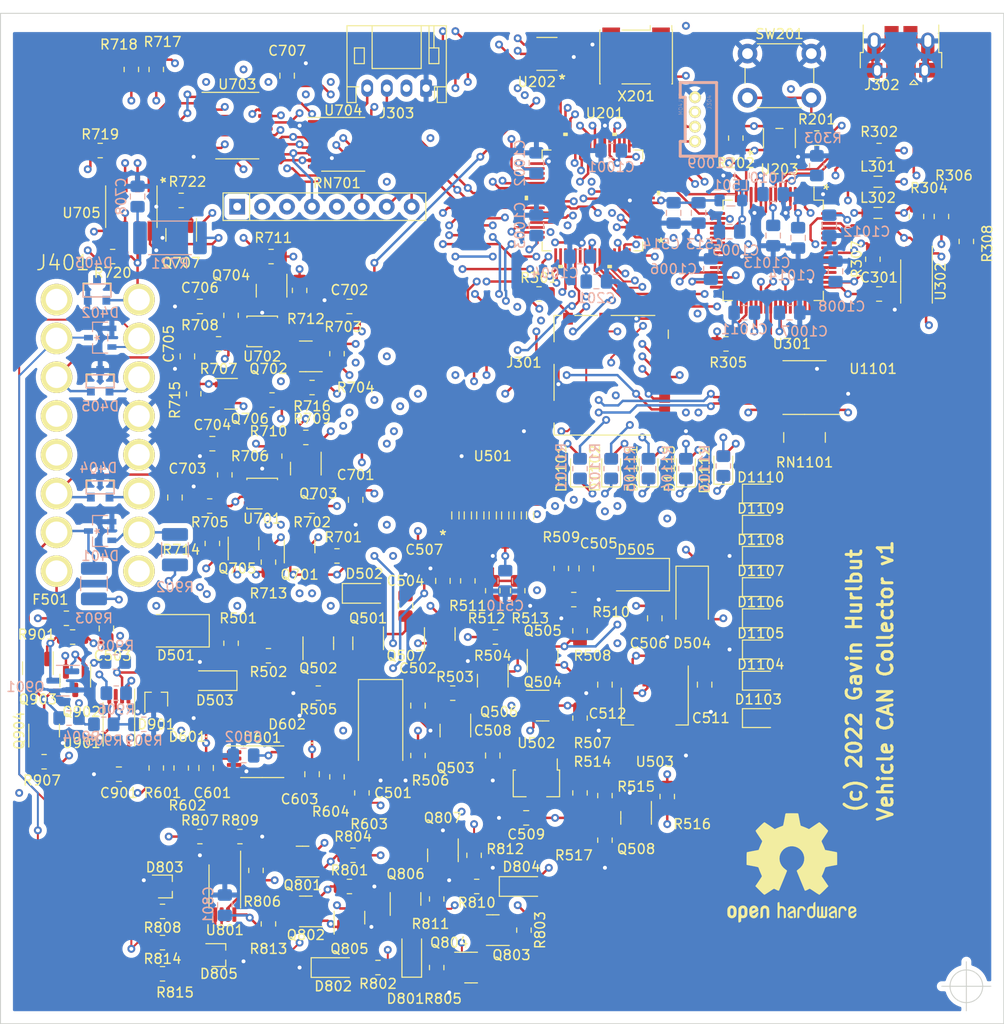
<source format=kicad_pcb>
(kicad_pcb (version 20211014) (generator pcbnew)
  (layers (0 "F.Cu" signal) (1 "In1.Cu" signal) (2 "In2.Cu" signal) (31 "B.Cu" signal) (34 "B.Paste" user) (35 "F.Paste" user) (36 "B.SilkS" user "B.Silkscreen") (37 "F.SilkS" user "F.Silkscreen") (38 "B.Mask" user) (39 "F.Mask" user) (44 "Edge.Cuts" user))
  (net 0 "")
  (net 1 "Net-(C201-Pad1)")
  (net 2 "GND")
  (net 3 "+1V8")
  (net 4 "+12V")
  (net 5 "Net-(C503-Pad2)")
  (net 6 "Net-(C504-Pad2)")
  (net 7 "Net-(C505-Pad1)")
  (net 8 "Net-(C505-Pad2)")
  (net 9 "+5V")
  (net 10 "+12V_SW")
  (net 11 "V_J1850")
  (net 12 "Net-(C510-Pad1)")
  (net 13 "+3V3")
  (net 14 "+3.3VA")
  (net 15 "BAT_LEVEL")
  (net 16 "SAE_LEVEL")
  (net 17 "+5V_SW")
  (net 18 "Net-(C703-Pad2)")
  (net 19 "Net-(C704-Pad1)")
  (net 20 "Net-(C705-Pad2)")
  (net 21 "Net-(C706-Pad1)")
  (net 22 "+3V3_SW")
  (net 23 "SW_CAN")
  (net 24 "VPLL")
  (net 25 "VPHY")
  (net 26 "K_LINE")
  (net 27 "L_LINE")
  (net 28 "J1850_BUS+")
  (net 29 "J1850_BUS-")
  (net 31 "HS_CAN_HI")
  (net 32 "HS_CAN_LO")
  (net 33 "MS_CAN_HI")
  (net 34 "MS_CAN_LO")
  (net 35 "Net-(D501-Pad1)")
  (net 36 "Net-(D503-Pad1)")
  (net 37 "VBUS")
  (net 38 "Net-(D801-Pad2)")
  (net 39 "Net-(D802-Pad2)")
  (net 41 "Net-(D803-Pad3)")
  (net 42 "Net-(D804-Pad1)")
  (net 43 "Net-(D805-Pad1)")
  (net 44 "Net-(D805-Pad2)")
  (net 46 "Net-(D901-Pad3)")
  (net 47 "Net-(D1101-Pad1)")
  (net 48 "Net-(D1102-Pad1)")
  (net 49 "LED_MODE_HS_CAN")
  (net 50 "LED_MODE_MS_CAN")
  (net 51 "LED_MODE_SW_CAN")
  (net 52 "LED_MODE_SAE_PWM")
  (net 53 "LED_MODE_SAE_VPW")
  (net 54 "LED_MODE_ISO_K_LINE")
  (net 55 "LED_MODE_ISO_K_LINE_KW2000")
  (net 56 "LED_MODE_ISO_L_LINE")
  (net 57 "Net-(D1111-Pad1)")
  (net 58 "Net-(D1112-Pad1)")
  (net 59 "Net-(D1113-Pad1)")
  (net 60 "VBAT")
  (net 62 "~{SDCARD_CS}")
  (net 63 "SDCARD_MOSI")
  (net 64 "SDCARD_SCK")
  (net 65 "SDCARD_MISO")
  (net 67 "~{SDCARD_DETECT}")
  (net 68 "Net-(J302-Pad2)")
  (net 69 "Net-(J302-Pad3)")
  (net 71 "SDA")
  (net 72 "SCL")
  (net 77 "Net-(Q502-Pad1)")
  (net 78 "Net-(Q502-Pad2)")
  (net 79 "Net-(Q503-Pad1)")
  (net 80 "~{PWR_CTRL}")
  (net 81 "+12V_ISO")
  (net 82 "SAE_PWM")
  (net 83 "Net-(Q508-Pad3)")
  (net 84 "HS_CAN_TX")
  (net 85 "HS_CAN_TX_5V")
  (net 86 "MS_CAN_TX")
  (net 87 "MS_CAN_TX_5V")
  (net 88 "HS_CAN_RX")
  (net 89 "HS_CAN_RX_5V")
  (net 90 "MS_CAN_RX")
  (net 91 "MS_CAN_RX_5V")
  (net 92 "~{HS_CAN_EN}")
  (net 93 "~{HS_CAN_EN_5V}")
  (net 94 "~{MS_CAN_EN}")
  (net 95 "SW_CAN_LOAD")
  (net 96 "Net-(Q707-Pad3)")
  (net 97 "SAE_VPW")
  (net 98 "J1850_RX")
  (net 99 "VPW_RX")
  (net 100 "PWM_RX")
  (net 101 "Net-(Q803-Pad1)")
  (net 102 "J1850_TX+")
  (net 103 "Net-(Q806-Pad3)")
  (net 104 "J1850_TX-")
  (net 105 "ISO_K")
  (net 106 "ISO_L")
  (net 107 "ISO_LINE")
  (net 108 "Net-(Q904-Pad1)")
  (net 109 "Net-(R201-Pad2)")
  (net 110 "~{RESET}")
  (net 111 "Net-(R302-Pad2)")
  (net 112 "Net-(R303-Pad1)")
  (net 113 "Net-(R304-Pad2)")
  (net 114 "SWDIO")
  (net 115 "Net-(R305-Pad2)")
  (net 116 "Net-(R306-Pad2)")
  (net 117 "Net-(R307-Pad2)")
  (net 118 "Net-(R308-Pad1)")
  (net 119 "Net-(R511-Pad1)")
  (net 120 "Net-(R512-Pad2)")
  (net 121 "Net-(R514-Pad2)")
  (net 122 "SW_CAN_MODE0")
  (net 123 "SW_CAN_MODE1")
  (net 124 "SW_CAN_RX")
  (net 125 "Net-(R720-Pad2)")
  (net 126 "Net-(R807-Pad2)")
  (net 127 "Net-(R905-Pad2)")
  (net 128 "~{ISO_RX}")
  (net 129 "~{ISO_TX}")
  (net 130 "~{LED_UART_RX}")
  (net 131 "~{LED_UART_TX}")
  (net 132 "~{LED_OBD_ACT}")
  (net 133 "~{LED_HOST_ACT}")
  (net 134 "~{LED_STATUS}")
  (net 135 "~{SW_CAN_STATUS_INT}")
  (net 136 "~{SW_CAN_RX0BF}")
  (net 137 "~{SW_CAN_RX1BF}")
  (net 138 "~{SW_CAN_TX0RTS}")
  (net 139 "~{SW_CAN_TX1RTS}")
  (net 140 "~{SW_CAN_TX2RTS}")
  (net 141 "~{SW_CAN_RESET}")
  (net 142 "SW_CAN_SOF")
  (net 149 "~{OUTPUT_TX}")
  (net 150 "~{OUTPUT_RX}")
  (net 151 "~{OUTPUT_RTS}")
  (net 152 "~{OUTPUT_CTS}")
  (net 153 "~{LINBUS_TX}")
  (net 154 "~{LINBUS_RX}")
  (net 155 "SW_CAN_CS")
  (net 156 "SW_CAN_MISO")
  (net 157 "SW_CAN_MOSI")
  (net 158 "SW_CAN_SCK")
  (net 159 "CLK_CPU")
  (net 160 "~{SW_CAN_INT}")
  (net 161 "SWCLK")
  (net 162 "Net-(U202-Pad3)")
  (net 163 "CLK_USB")
  (net 164 "CLK_CAN")
  (net 196 "~{MS_CAN_EN_5V}")
  (net 197 "SW_CAN_TX")
  (net 200 "Net-(D1103-Pad2)")
  (net 201 "Net-(D1104-Pad2)")
  (net 202 "Net-(D1105-Pad2)")
  (net 203 "Net-(D1106-Pad2)")
  (net 204 "Net-(D1107-Pad2)")
  (net 205 "Net-(D1108-Pad2)")
  (net 206 "Net-(D1109-Pad2)")
  (net 207 "Net-(D1110-Pad2)")
  (footprint "UltraLibrarian:ATSAMC21J18A-AUT" (layer "F.Cu") (at 131.445 58.42 180)
    (fp_text reference "U201")
    (fp_text value "ATSAMC21J18A-AUT" hide)
  )
  (footprint "Capacitor_SMD:C_0805_2012Metric_Pad1.18x1.45mm_HandSolder" (layer "F.Cu") (at 81.915 102.0025 90)
    (fp_text reference "C503")
    (fp_text value "10nF 100V")
  )
  (footprint "LED_SMD:LED_0805_2012Metric_Pad1.15x1.40mm_HandSolder" (layer "F.Cu") (at 133.35 85.725 90)
    (fp_text reference "D1102")
    (fp_text value "LED")
  )
  (footprint "Package_TO_SOT_SMD:SOT-23" (layer "F.Cu") (at 135.89 121.285 -90)
    (fp_text reference "Q508")
    (fp_text value "2N7002")
  )
  (footprint "Resistor_SMD:R_0805_2012Metric_Pad1.20x1.40mm_HandSolder" (layer "F.Cu") (at 105.41 117.11 -90)
    (fp_text reference "R604")
    (fp_text value "10k 1%")
  )
  (footprint "Resistor_SMD:R_0805_2012Metric_Pad1.20x1.40mm_HandSolder" (layer "F.Cu") (at 130.175 102.235 90)
    (fp_text reference "R508")
    (fp_text value "100k")
  )
  (footprint "Package_TO_SOT_SMD:SOT-323_SC-70" (layer "F.Cu") (at 87.9 128.27)
    (fp_text reference "D803")
    (fp_text value "BAT54W")
  )
  (footprint "Resistor_SMD:R_0805_2012Metric_Pad1.20x1.40mm_HandSolder" (layer "F.Cu") (at 106.68 128.27)
    (fp_text reference "R801")
    (fp_text value "10k")
  )
  (footprint "Diode_SMD:D_0402_1005Metric_Pad0.77x0.64mm_HandSolder" (layer "F.Cu") (at 92.075 111.76 90)
    (fp_text reference "D601")
    (fp_text value "BZX884B20L")
  )
  (footprint "Capacitor_SMD:C_0805_2012Metric_Pad1.18x1.45mm_HandSolder" (layer "F.Cu") (at 106.68 69.215)
    (fp_text reference "C702")
    (fp_text value "1uF 6V3")
  )
  (footprint "Resistor_SMD:R_0805_2012Metric_Pad1.20x1.40mm_HandSolder" (layer "F.Cu") (at 98.425 95.25 90)
    (fp_text reference "R713")
    (fp_text value "10k")
  )
  (footprint "UltraLibrarian:ADM6320BX33ARJZ-R7" (layer "F.Cu") (at 150.495 52.07 90)
    (fp_text reference "U203")
    (fp_text value "ADM6320BX33ARJZ-R7" hide)
  )
  (footprint "UltraLibrarian:TH8056KDC-AAA-008-RE" (layer "F.Cu") (at 84.455 59.055 -90)
    (fp_text reference "U705")
    (fp_text value "TH8056KDC-AAA-008-RE" hide)
  )
  (footprint "Resistor_SMD:R_0805_2012Metric_Pad1.20x1.40mm_HandSolder" (layer "F.Cu") (at 94.615 103.505 -90)
    (fp_text reference "R501")
    (fp_text value "100k")
  )
  (footprint "Resistor_SMD:R_0805_2012Metric_Pad1.20x1.40mm_HandSolder" (layer "F.Cu") (at 97.155 126.635 90)
    (fp_text reference "R806")
    (fp_text value "10k")
  )
  (footprint "Resistor_SMD:R_0805_2012Metric_Pad1.20x1.40mm_HandSolder" (layer "F.Cu") (at 102.87 89.535 180)
    (fp_text reference "R702")
    (fp_text value "10k")
  )
  (footprint "Package_TO_SOT_SMD:SOT-23" (layer "F.Cu") (at 95.885 93.345 90)
    (fp_text reference "Q705")
    (fp_text value "2N7002")
  )
  (footprint "Package_DFN_QFN:DFN-8-1EP_3x3mm_P0.65mm_EP1.55x2.4mm" (layer "F.Cu") (at 97.79 71.755 180)
    (fp_text reference "U702")
    (fp_text value "MCP2557FD-xMF")
  )
  (footprint "Resistor_SMD:R_0805_2012Metric_Pad1.20x1.40mm_HandSolder" (layer "F.Cu") (at 130.175 118.745 90)
    (fp_text reference "R514")
    (fp_text value "237 1%")
  )
  (footprint "Package_TO_SOT_SMD:SOT-23" (layer "F.Cu") (at 121.285 107.315 -90)
    (fp_text reference "Q506")
    (fp_text value "2N7002")
  )
  (footprint "Resistor_SMD:R_0805_2012Metric_Pad1.20x1.40mm_HandSolder" (layer "F.Cu") (at 93.345 73.025 180)
    (fp_text reference "R707")
    (fp_text value "100")
  )
  (footprint "Resistor_SMD:R_0805_2012Metric_Pad1.20x1.40mm_HandSolder" (layer "F.Cu") (at 109.585 136.525 180)
    (fp_text reference "R802")
    (fp_text value "10k")
  )
  (footprint "Inductor_SMD:L_0805_2012Metric_Pad1.05x1.20mm_HandSolder" (layer "F.Cu") (at 160.535 56.515)
    (fp_text reference "L301")
    (fp_text value "Ferrite")
  )
  (footprint "Resistor_SMD:R_Array_Convex_8x0602" (layer "F.Cu") (at 153.055 82.55 -90)
    (fp_text reference "RN1101")
    (fp_text value "330")
  )
  (footprint "Resistor_SMD:R_0805_2012Metric_Pad1.20x1.40mm_HandSolder" (layer "F.Cu") (at 169.545 62.595 90)
    (fp_text reference "R308")
    (fp_text value "2k2")
  )
  (footprint "Package_SO:TSSOP-8_4.4x3mm_P0.65mm" (layer "F.Cu") (at 164.465 66.675 -90)
    (fp_text reference "U302")
    (fp_text value "93C56B")
  )
  (footprint "Package_TO_SOT_SMD:SOT-23" (layer "F.Cu") (at 121.285 132.715 180)
    (fp_text reference "Q803")
    (fp_text value "DMG2301L")
  )
  (footprint "Resistor_SMD:R_0805_2012Metric_Pad1.20x1.40mm_HandSolder" (layer "F.Cu") (at 146.05 52.07 -90)
    (fp_text reference "R202")
    (fp_text value "10k")
  )
  (footprint "Capacitor_SMD:C_0805_2012Metric_Pad1.18x1.45mm_HandSolder" (layer "F.Cu") (at 116.205 97.155 -90)
    (fp_text reference "C507")
    (fp_text value "10uF 25V")
  )
  (footprint "Package_SO:TSSOP-16_4.4x5mm_P0.65mm" (layer "F.Cu") (at 153.055 77.47 180)
    (fp_text reference "U1101")
    (fp_text value "TCA9534")
  )
  (footprint "Diode_SMD:D_SOD-123" (layer "F.Cu") (at 108.205 98.425)
    (fp_text reference "D502")
    (fp_text value "BZT52B16")
  )
  (footprint "Resistor_SMD:R_0805_2012Metric_Pad1.20x1.40mm_HandSolder" (layer "F.Cu") (at 121.555 102.87)
    (fp_text reference "R504")
    (fp_text value "100k")
  )
  (footprint "Connector_JST:JST_PH_S4B-PH-K_1x04_P2.00mm_Horizontal" (layer "F.Cu") (at 114.49 46.99 180)
    (fp_text reference "J303")
    (fp_text value "I2C_STANDARD")
  )
  (footprint "LED_SMD:LED_0805_2012Metric_Pad1.15x1.40mm_HandSolder" (layer "F.Cu") (at 148.59 100.965)
    (fp_text reference "D1106")
    (fp_text value "LED")
  )
  (footprint "Package_TO_SOT_SMD:SOT-23" (layer "F.Cu") (at 102.235 130.81 180)
    (fp_text reference "Q802")
    (fp_text value "2N7002")
  )
  (footprint "Diode_SMD:D_SMA" (layer "F.Cu") (at 135.89 96.52 180)
    (fp_text reference "D505")
    (fp_text value "MBRA340")
  )
  (footprint "Package_TO_SOT_SMD:SOT-23" (layer "F.Cu") (at 115.885 102.5675 90)
    (fp_text reference "Q507")
    (fp_text value "DMG2301L")
  )
  (footprint "Resistor_SMD:R_0805_2012Metric_Pad1.20x1.40mm_HandSolder" (layer "F.Cu") (at 130.175 111.125 -90)
    (fp_text reference "R507")
    (fp_text value "100k")
  )
  (footprint "Capacitor_SMD:C_0805_2012Metric_Pad1.18x1.45mm_HandSolder" (layer "F.Cu") (at 92.075 116.205 -90)
    (fp_text reference "C601")
    (fp_text value "100nF 25V")
  )
  (footprint "Resistor_SMD:R_0805_2012Metric_Pad1.20x1.40mm_HandSolder" (layer "F.Cu") (at 160.02 64.405 90)
    (fp_text reference "R307")
    (fp_text value "10k")
  )
  (footprint "Capacitor_SMD:C_0805_2012Metric_Pad1.18x1.45mm_HandSolder" (layer "F.Cu") (at 137.795 100.965 -90)
    (fp_text reference "C506")
    (fp_text value "100uF 6V3")
  )
  (footprint "Resistor_SMD:R_0805_2012Metric_Pad1.20x1.40mm_HandSolder" (layer "F.Cu") (at 102.235 82.55 180)
    (fp_text reference "R709")
    (fp_text value "10k")
  )
  (footprint "Resistor_SMD:R_0805_2012Metric_Pad1.20x1.40mm_HandSolder" (layer "F.Cu") (at 81.28 53.34)
    (fp_text reference "R719")
    (fp_text value "1k")
  )
  (footprint "Package_TO_SOT_SMD:SOT-23" (layer "F.Cu") (at 126.365 104.775 90)
    (fp_text reference "Q505")
    (fp_text value "DMG2301L")
  )
  (footprint "Package_TO_SOT_SMD:SOT-23" (layer "F.Cu") (at 101.9025 125.73 180)
    (fp_text reference "Q801")
    (fp_text value "2N7002")
  )
  (footprint "Package_TO_SOT_SMD:SOT-23" (layer "F.Cu") (at 119.0775 136.525)
    (fp_text reference "Q804")
    (fp_text value "2N7002")
  )
  (footprint "Package_TO_SOT_SMD:SOT-323_SC-70" (layer "F.Cu") (at 86.995 109.22 90)
    (fp_text reference "D901")
    (fp_text value "BAT54W")
  )
  (footprint "Capacitor_SMD:C_0805_2012Metric_Pad1.18x1.45mm_HandSolder" (layer "F.Cu") (at 113.665 109.855 -90)
    (fp_text reference "C502")
    (fp_text value "100nF 25V")
  )
  (footprint "Resistor_SMD:R_0805_2012Metric_Pad1.20x1.40mm_HandSolder" (layer "F.Cu") (at 121.285 98.155 90)
    (fp_text reference "R512")
    (fp_text value "33k")
  )
  (footprint "Package_TO_SOT_SMD:SOT-23" (layer "F.Cu") (at 108.585 103.505 -90)
    (fp_text reference "Q501")
    (fp_text value "DMG2301L")
  )
  (footprint "Package_TO_SOT_SMD:SOT-23" (layer "F.Cu") (at 89.535 61.9275 -90)
    (fp_text reference "Q707")
    (fp_text value "2N7002")
  )
  (footprint "Resistor_SMD:R_0805_2012Metric_Pad1.20x1.40mm_HandSolder" (layer "F.Cu") (at 154.305 52.07 180)
    (fp_text reference "R201")
    (fp_text value "10k")
  )
  (footprint "LED_SMD:LED_0805_2012Metric_Pad1.15x1.40mm_HandSolder" (layer "F.Cu") (at 148.59 94.615)
    (fp_text reference "D1108")
    (fp_text value "LED")
  )
  (footprint "Package_SO:TSSOP-8_4.4x3mm_P0.65mm" (layer "F.Cu") (at 97.79 115.57)
    (fp_text reference "U601")
    (fp_text value "NCS20072")
  )
  (footprint "Resistor_SMD:R_0805_2012Metric_Pad1.20x1.40mm_HandSolder" (layer "F.Cu") (at 113.665 114.935 -90)
    (fp_text reference "R506")
    (fp_text value "100k")
  )
  (footprint "Resistor_SMD:R_0805_2012Metric_Pad1.20x1.40mm_HandSolder" (layer "F.Cu") (at 103.505 108.585 180)
    (fp_text reference "R505")
    (fp_text value "100k")
  )
  (footprint "Capacitor_SMD:C_0805_2012Metric_Pad1.18x1.45mm_HandSolder" (layer "F.Cu") (at 83.185 116.84)
    (fp_text reference "C901")
    (fp_text value "100nF 25V")
  )
  (footprint "Capacitor_SMD:C_0805_2012Metric_Pad1.18x1.45mm_HandSolder" (layer "F.Cu") (at 121.285 114.935 90)
    (fp_text reference "C508")
    (fp_text value "100nF 25V")
  )
  (footprint "Resistor_SMD:R_0805_2012Metric_Pad1.20x1.40mm_HandSolder" (layer "F.Cu") (at 98.425 132.08 -90)
    (fp_text reference "R813")
    (fp_text value "10k")
  )
  (footprint "Resistor_SMD:R_0805_2012Metric_Pad1.20x1.40mm_HandSolder" (layer "F.Cu") (at 123.825 98.155 -90)
    (fp_text reference "R513")
    (fp_text value "5k1")
  )
  (footprint "Package_TO_SOT_SMD:SOT-23" (layer "F.Cu") (at 112.395 129.54 90)
    (fp_text reference "Q806")
    (fp_text value "2N7002")
  )
  (footprint "Diode_SMD:D_SMA" (layer "F.Cu") (at 141.605 99.06 -90)
    (fp_text reference "D504")
    (fp_text value "MBRA340")
  )
  (footprint "Resistor_SMD:R_0805_2012Metric_Pad1.20x1.40mm_HandSolder" (layer "F.Cu") (at 105.41 94.615 180)
    (fp_text reference "R701")
    (fp_text value "10k")
  )
  (footprint "Resistor_SMD:R_0805_2012Metric_Pad1.20x1.40mm_HandSolder" (layer "F.Cu") (at 115.57 129.54 90)
    (fp_text reference "R811")
    (fp_text value "100k")
  )
  (footprint "Resistor_SMD:R_0805_2012Metric_Pad1.20x1.40mm_HandSolder" (layer "F.Cu") (at 92.71 93.345 90)
    (fp_text reference "R714")
    (fp_text value "10k")
  )
  (footprint "Capacitor_SMD:C_0805_2012Metric_Pad1.18x1.45mm_HandSolder" (layer "F.Cu") (at 130.81 95.885 90)
    (fp_text reference "C505")
    (fp_text value "1nF 6V3")
  )
  (footprint "Inductor_SMD:L_0805_2012Metric_Pad1.05x1.20mm_HandSolder" (layer "F.Cu") (at 160.535 59.69)
    (fp_text reference "L302")
    (fp_text value "Ferrite")
  )
  (footprint "Package_TO_SOT_SMD:SOT-23" (layer "F.Cu") (at 102.235 85.725 -90)
    (fp_text reference "Q703")
    (fp_text value "2N7002")
  )
  (footprint "Resistor_SMD:R_0805_2012Metric_Pad1.20x1.40mm_HandSolder" (layer "F.Cu") (at 105.41 74.025 90)
    (fp_text reference "R703")
    (fp_text value "10k")
  )
  (footprint "Resistor_SMD:R_0805_2012Metric_Pad1.20x1.40mm_HandSolder" (layer "F.Cu") (at 91.44 123.19)
    (fp_text reference "R807")
    (fp_text value "2k2")
  )
  (footprint "Resistor_SMD:R_0805_2012Metric_Pad1.20x1.40mm_HandSolder" (layer "F.Cu") (at 98.79 78.74 180)
    (fp_text reference "R716")
    (fp_text value "10k")
  )
  (footprint "Package_TO_SOT_SMD:SOT-23" (layer "F.Cu") (at 117.475 112.395 -90)
    (fp_text reference "Q503")
    (fp_text value "DMG2301L")
  )
  (footprint "LED_SMD:LED_0805_2012Metric_Pad1.15x1.40mm_HandSolder" (layer "F.Cu") (at 148.59 107.315)
    (fp_text reference "D1104")
    (fp_text value "LED")
  )
  (footprint "Resistor_SMD:R_0805_2012Metric_Pad1.20x1.40mm_HandSolder" (layer "F.Cu") (at 102.87 77.47 180)
    (fp_text reference "R704")
    (fp_text value "10k")
  )
  (footprint "Resistor_SMD:R_0805_2012Metric_Pad1.20x1.40mm_HandSolder" (layer "F.Cu") (at 89.535 58.42 180)
    (fp_text reference "R722")
    (fp_text value "10k")
  )
  (footprint "Resistor_SMD:R_0805_2012Metric_Pad1.20x1.40mm_HandSolder" (layer "F.Cu") (at 117.205 108.585)
    (fp_text reference "R503")
    (fp_text value "100k")
  )
  (footprint "Resistor_SMD:R_0805_2012Metric_Pad1.20x1.40mm_HandSolder" (layer "F.Cu") (at 124.46 132.715 -90)
    (fp_text reference "R803")
    (fp_text value "1k5")
  )
  (footprint "LED_SMD:LED_0805_2012Metric_Pad1.15x1.40mm_HandSolder" (layer "F.Cu") (at 130.175 85.725 90)
    (fp_text reference "D1101")
    (fp_text value "LED")
  )
  (footprint "Package_SO:TSSOP-8_4.4x3mm_P0.65mm" (layer "F.Cu") (at 93.98 128.27 -90)
    (fp_text reference "U801")
    (fp_text value "NCS20072")
  )
  (footprint "Resistor_SMD:R_0805_2012Metric_Pad1.20x1.40mm_HandSolder" (layer "F.Cu") (at 132.715 119.015 -90)
    (fp_text reference "R515")
    (fp_text value "866 1%")
  )
  (footprint "Symbol:OSHW-Logo2_14.6x12mm_SilkScreen" (layer "F.Cu") (at 151.765 126.365)
    (fp_text reference "REF**" hide)
    (fp_text value "OSHW-Logo2_14.6x12mm_SilkScreen" hide)
  )
  (footprint "LED_SMD:LED_0805_2012Metric_Pad1.15x1.40mm_HandSolder" (layer "F.Cu") (at 140.97 85.725 90)
    (fp_text reference "D1113")
    (fp_text value "LED")
  )
  (footprint "Capacitor_SMD:C_0805_2012Metric_Pad1.18x1.45mm_HandSolder" (layer "F.Cu") (at 160.655 67.945)
    (fp_text reference "C301")
    (fp_text value "3.3uF")
  )
  (footprint "Resistor_SMD:R_0805_2012Metric_Pad1.20x1.40mm_HandSolder" (layer "F.Cu") (at 129.54 99.06)
    (fp_text reference "R510")
    (fp_text value "820")
  )
  (footprint "Package_QFP:LQFP-64_10x10mm_P0.5mm" (layer "F.Cu") (at 149.86 63.5 -90)
    (fp_text reference "U301")
    (fp_text value "FT2232HL")
  )
  (footprint "Resistor_SMD:R_0805_2012Metric_Pad1.20x1.40mm_HandSolder" (layer "F.Cu") (at 128.27 95.885 -90)
    (fp_text reference "R509")
    (fp_text value "4k3")
  )
  (footprint "Package_TO_SOT_SMD:SOT-323_SC-70" (layer "F.Cu") (at 93.345 135.255)
    (fp_text reference "D805")
    (fp_text value "BAT54AW")
  )
  (footprint "Package_TO_SOT_SMD:SOT-23" (layer "F.Cu") (at 102.235 74.295 180)
    (fp_text reference "Q702")
    (fp_text value "2N7002")
  )
  (footprint "Resistor_SMD:R_0805_2012Metric_Pad1.20x1.40mm_HandSolder" (layer "F.Cu") (at 115.57 136.525 -90)
    (fp_text reference "R805")
    (fp_text value "100k")
  )
  (footprint "Capacitor_SMD:C_0805_2012Metric_Pad1.18x1.45mm_HandSolder" (layer "F.Cu") (at 124.6925 121.285 180)
    (fp_text reference "C509")
    (fp_text value "100nF 25V")
  )
  (footprint "Package_TO_SOT_SMD:SOT-23" (layer "F.Cu") (at 75.565 112.395 90)
    (fp_text reference "Q904")
    (fp_text value "MMBT3904")
  )
  (footprint "Resistor_SMD:R_0805_2012Metric_Pad1.20x1.40mm_HandSolder" (layer "F.Cu") (at 95.52 123.19)
    (fp_text reference "R809")
    (fp_text value "10k")
  )
  (footprint "Capacitor_SMD:C_0805_2012Metric_Pad1.18x1.45mm_HandSolder" (layer "F.Cu") (at 91.44 69.215 180)
    (fp_text reference "C706")
    (fp_text value "560pF")
  )
  (footprint "Connector_USB:USB_Micro-B_Amphenol_10103594-0001LF_Horizontal" (layer "F.Cu") (at 162.86 43.295 180)
    (fp_text reference "J302")
    (fp_text value "USB_B_Micro")
  )
  (footprint "Resistor_SMD:R_0805_2012Metric_Pad1.20x1.40mm_HandSolder" (layer "F.Cu") (at 86.995 116.205 90)
    (fp_text reference "R601")
    (fp_text value "62k 1%")
  )
  (footprint "LED_SMD:LED_0805_2012Metric_Pad1.15x1.40mm_HandSolder" (layer "F.Cu") (at 148.59 104.14)
    (fp_text reference "D1105")
    (fp_text value "LED")
  )
  (footprint "Package_TO_SOT_SMD:SOT-23" (layer "F.Cu") (at 98.745 67.6125 -90)
    (fp_text reference "Q704")
    (fp_text value "2N7002")
  )
  (footprint "Capacitor_SMD:C_0805_2012Metric_Pad1.18x1.45mm_HandSolder" (layer "F.Cu") (at 102.87 116.84 -90)
    (fp_text reference "C603")
    (fp_text value "100nF 25V")
  )
  (footprint "Package_TO_SOT_SMD:SOT-23" (layer "F.Cu") (at 116.205 125.095 -90)
    (fp_text reference "Q807")
    (fp_text value "2N7002")
  )
  (footprint "Resistor_SMD:R_0805_2012Metric_Pad1.20x1.40mm_HandSolder" (layer "F.Cu") (at 77.835 100.965 180)
    (fp_text reference "F501")
    (fp_text value "2A Polyfuse")
  )
  (footprint "Resistor_SMD:R_0805_2012Metric_Pad1.20x1.40mm_HandSolder" (layer "F.Cu") (at 107.95 118.745 90)
    (fp_text reference "R603")
    (fp_text value "18k2 1%")
  )
  (footprint "Capacitor_SMD:C_0805_2012Metric_Pad1.18x1.45mm_HandSolder" (layer "F.Cu") (at 142.875 107.7175 -90)
    (fp_text reference "C511")
    (fp_text value "1uF 6V3")
  )
  (footprint "Resistor_SMD:R_0805_2012Metric_Pad1.20x1.40mm_HandSolder" (layer "F.Cu") (at 101.6 67.58 -90)
    (fp_text reference "R712")
    (fp_text value "1k")
  )
  (footprint "Package_TO_SOT_SMD:SOT-23" (layer "F.Cu") (at 126.365 109.855)
    (fp_text reference "Q504")
    (fp_text value "DMG2301L")
  )
  (footprint "Capacitor_SMD:C_0805_2012Metric_Pad1.18x1.45mm_HandSolder" (layer "F.Cu") (at 90.17 74.295 90)
    (fp_text reference "C705")
    (fp_text value "560pF")
  )
  (footprint "Resistor_SMD:R_0805_2012Metric_Pad1.20x1.40mm_HandSolder" (layer "F.Cu") (at 82.55 64.135 180)
    (fp_text reference "R720")
    (fp_text value "6k49 1%")
  )
  (footprint "SparkFun-Connectors:OBDII" (layer "F.Cu") (at 81.42478 82.19694 90)
    (fp_text reference "J401")
    (fp_text value "OBDII Connector" hide)
  )
  (footprint "Resistor_SMD:R_0805_2012Metric_Pad1.20x1.40mm_HandSolder" (layer "F.Cu") (at 139.065 119.11 -90)
    (fp_text reference "R516")
    (fp_text value "100k")
  )
  (footprint "LED_SMD:LED_0805_2012Metric_Pad1.15x1.40mm_HandSolder" (layer "F.Cu") (at 148.59 91.44)
    (fp_text reference "D1109")
    (fp_text value "LED")
  )
  (footprint "Resistor_SMD:R_0805_2012Metric_Pad1.20x1.40mm_HandSolder" (layer "F.Cu") (at 167.005 60.055 -90)
    (fp_text reference "R306")
    (fp_text value "10k")
  )
  (footprint "Resistor_SMD:R_0805_2012Metric_Pad1.20x1.40mm_HandSolder" (layer "F.Cu") (at 86.995 45.085 90)
    (fp_text reference "R717")
    (fp_text value "10k")
  )
  (footprint "Capacitor_SMD:C_0805_2012Metric_Pad1.18x1.45mm_HandSolder" (layer "F.Cu") (at 107.315 88.9 90)
    (fp_text reference "C701")
    (fp_text value "1uF 6V3")
  )
  (footprint "Package_SO:TSSOP-8_4.4x3mm_P0.65mm" (layer "F.Cu") (at 83.185 111.76 -90)
    (fp_text reference "U901")
    (fp_text value "NCS20072")
  )
  (footprint "Resistor_SMD:R_0805_2012Metric_Pad1.20x1.40mm_HandSolder" (layer "F.Cu") (at 98.695 64.135 180)
    (fp_text reference "R711")
    (fp_text value "10k")
  )
  (footprint "Diode_SMD:D_SOD-123" (layer "F.Cu") (at 124.205 128.27)
    (fp_text reference "D804")
    (fp_text value "BAT46W")
  )
  (footprint "Package_DFN_QFN:DFN-8-1EP_3x3mm_P0.65mm_EP1.55x2.4mm" (layer "F.Cu") (at 97.79 88.265 180)
    (fp_text reference "U701")
    (fp_text value "MCP2557FD-xMF")
  )
  (footprint "Resistor_SMD:R_0805_2012Metric_Pad1.20x1.40mm_HandSolder" (layer "F.Cu") (at 92.44 89.535 180)
    (fp_text reference "R705")
    (fp_text value "100")
  )
  (footprint "Package_TO_SOT_SMD:SOT-23" (layer "F.Cu") (at 106.68 131.445 90)
    (fp_text reference "Q805")
    (fp_text value "2N7002")
  )
  (footprint "Resistor_SMD:R_0805_2012Metric_Pad1.20x1.40mm_HandSolder" (layer "F.Cu") (at 93.98 86.36 90)
    (fp_text reference "R706")
    (fp_text value "100")
  )
  (footprint "Button_Switch_THT:SW_PUSH_6mm" (layer "F.Cu") (at 147.245 43.47)
    (fp_text reference "SW201")
    (fp_text value "SW_Push")
  )
  (footprint "Diode_SMD:D_SOD-123" (layer "F.Cu") (at 92.965 107.315 180)
    (fp_text reference "D503")
    (fp_text value "BZT52B16")
  )
  (footprint "Resistor_SMD:R_0805_2012Metric_Pad1.20x1.40mm_HandSolder" (layer "F.Cu") (at 89.535 116.205 -90)
    (fp_text reference "R602")
    (fp_text value "10k 1%")
  )
  (footprint "Resistor_SMD:R_0805_2012Metric_Pad1.20x1.40mm_HandSolder" (layer "F.Cu") (at 119.38 125.095 -90)
    (fp_text reference "R812")
    (fp_text value "100k")
  )
  (footprint "LED_SMD:LED_0805_2012Metric_Pad1.15x1.40mm_HandSolder" (layer "F.Cu") (at 137.16 85.725 90)
    (fp_text reference "D1111")
    (fp_text value "LED")
  )
  (footprint "Resistor_SMD:R_0805_2012Metric_Pad1.20x1.40mm_HandSolder" (layer "F.Cu") (at 87.63 137.16)
    (fp_text reference "R815")
    (fp_text value "10k")
  )
  (footprint "Capacitor_SMD:C_0805_2012Metric_Pad1.18x1.45mm_HandSolder" (layer "F.Cu") (at 132.715 107.7175 -90)
    (fp_text reference "C512")
    (fp_text value "1uF 6V3")
  )
  (footprint "Resistor_SMD:R_0805_2012Metric_Pad1.20x1.40mm_HandSolder" (layer "F.Cu") (at 75.565 115.57)
    (fp_text reference "R907")
    (fp_text value "1k")
  )
  (footprint "Diode_SMD:D_0402_1005Metric_Pad0.77x0.64mm_HandSolder" (layer "F.Cu") (at 102.87 112.395 90)
    (fp_text reference "D602")
    (fp_text value "BZX884B9V1L")
  )
  (footprint "Resistor_SMD:R_0805_2012Metric_Pad1.20x1.40mm_HandSolder" (layer "F.Cu") (at 84.455 45.085 -90)
    (fp_text reference "R718")
    (fp_text value "10k")
  )
  (footprint "Capacitor_Tantalum_SMD:CP_EIA-7343-31_Kemet-D_Pad2.25x2.55mm_HandSolder" (layer "F.Cu") (at 109.855 111.785 -90)
    (fp_text reference "C501")
    (fp_text value "47uF 25V Ta")
  )
  (footprint "Diode_SMD:D_SOD-123" (layer "F.Cu") (at 113.03 135.255 90)
    (fp_text reference "D801")
    (fp_text value "BAT46W")
  )
  (footprint "Resistor_SMD:R_0805_2012Metric_Pad1.20x1.40mm_HandSolder" (layer "F.Cu") (at 94.615 70.12 90)
    (fp_text reference "R708")
    (fp_text value "100")
  )
  (footprint "UltraLibrarian:PL133-37TI" (layer "F.Cu") (at 126.80315 43.4975 180)
    (fp_text reference "U202")
    (fp_text value "PL133-37TI" hide)
  )
  (footprint "Package_SO:TSSOP-16_4.4x5mm_P0.65mm" (layer "F.Cu") (at 106.045 52.705)
    (fp_text reference "U704")
    (fp_text value "TCA9534")
  )
  (footprint "Resistor_SMD:R_0805_2012Metric_Pad1.20x1.40mm_HandSolder" (layer "F.Cu") (at 87.63 133.985 180)
    (fp_text reference "R814")
    (fp_text value "10k")
  )
  (footprint "Package_TO_SOT_SMD:SOT-23" (layer "F.Cu") (at 94.615 78.105)
    (fp_text reference "Q706")
    (fp_text value "2N7002")
  )
  (footprint "Connector_Card:microSD_HC_Molex_104031-0811" (layer "F.Cu") (at 133.35 76.2 -90)
    (fp_text reference "J301")
    (fp_text value "Micro_SD_Card_Det")
  )
  (footprint "Resistor_SMD:R_0805_2012Metric_Pad1.20x1.40mm_HandSolder" (layer "F.Cu") (at 99.06 84.455 -90)
    (fp_text reference "R710")
    (fp_text value "1k")
  )
  (footprint "Resistor_SMD:R_0805_2012Metric_Pad1.20x1.40mm_HandSolder" (layer "F.Cu") (at 98.425 104.775 180)
    (fp_text reference "R502")
    (fp_text value "10k")
  )
  (footprint "Package_TO_SOT_SMD:SOT-223-5" (layer "F.Cu") (at 137.795 109.855 -90)
    (fp_text reference "U503")
    (fp_text value "LP38693MP-3.3")
  )
  (footprint "UltraLibrarian:LMZ12001TZX-ADJ&slash_NOPB" (layer "F.Cu") (at 121.285 84.455)
    (fp_text reference "U501")
    (fp_text value "LMZ12001TZX-ADJ_NOPB" hide)
  )
  (footprint "Resistor_SMD:R_0805_2012Metric_Pad1.20x1.40mm_HandSolder" (layer "F.Cu") (at 160.655 53.34 180)
    (fp_text reference "R302")
    (fp_text value "1k")
  )
  (footprint "Resistor_SMD:R_0805_2012Metric_Pad1.20x1.40mm_HandSolder" (layer "F.Cu") (at 164.465 60.055 -90)
    (fp_text reference "R304")
    (fp_text value "10k")
  )
  (footprint "Package_TO_SOT_SMD:SOT-23" (layer "F.Cu") (at 103.505 103.505 90)
    (fp_text reference "Q502")
    (fp_text value "MMBT3906")
  )
  (footprint "Capacitor_SMD:C_0805_2012Metric_Pad1.18x1.45mm_HandSolder" (layer "F.Cu") (at 100.33 45.72 -90)
    (fp_text reference "C707")
    (fp_text value "1uF 6V3")
  )
  (footprint "Capacitor_SMD:C_0805_2012Metric_Pad1.18x1.45mm_HandSolder" (layer "F.Cu") (at 112.395 99.695 -90)
    (fp_text reference "C504")
    (fp_text value "1uF 25V")
  )
  (footprint "Capacitor_SMD:C_0805_2012Metric_Pad1.18x1.45mm_HandSolder" (layer "F.Cu") (at 92.71 83.185 180)
    (fp_text reference "C704")
    (fp_text value "560pF")
  )
  (footprint "Package_TO_SOT_SMD:SOT-23" (layer "F.Cu") (at 101.6 93.6475 90)
    (fp_text reference "Q701")
    (fp_text value "2N7002")
  )
  (footprint "Resistor_SMD:R_0805_2012Metric_Pad1.20x1.40mm_HandSolder" (layer "F.Cu") (at 118.745 97.155 -90)
    (fp_text reference "R511")
    (fp_text value "82k")
  )
  (footprint "Resistor_SMD:R_0805_2012Metric_Pad1.20x1.40mm_HandSolder" (layer "F.Cu") (at 145.05 73.025)
    (fp_text reference "R305")
    (fp_text value "270")
  )
  (footprint "SparkFun-Connectors:1X04-1.5MM_JST" (layer "F.Cu") (at 141.88948 47.91456 -90)
    (fp_text reference "J304")
    (fp_text value "M04JST")
  )
  (footprint "Package_SO:TSSOP-20_4.4x6.5mm_P0.65mm" (layer "F.Cu") (at 95.25 50.8)
    (fp_text reference "U703")
    (fp_text value "MCP2515-xST")
  )
  (footprint "Package_TO_SOT_SMD:SOT-23" (layer "F.Cu") (at 74.93 106.045 -90)
    (fp_text reference "Q903")
    (fp_text value "2N7002")
  )
  (footprint "Resistor_THT:R_Array_SIP8" (layer "F.Cu") (at 95.24 59.055)
    (fp_text reference "RN701")
    (fp_text value "10k")
  )
  (footprint "Resistor_SMD:R_0805_2012Metric_Pad1.20x1.40mm_HandSolder" (layer "F.Cu") (at 78.47 102.87 180)
    (fp_text reference "R901")
    (fp_text value "10k")
  )
  (footprint "LED_SMD:LED_0805_2012Metric_Pad1.15x1.40mm_HandSolder" (layer "F.Cu") (at 148.59 111.125)
    (fp_text reference "D1103")
    (fp_text value "LED")
  )
  (footprint "Diode_SMD:D_SMA" (layer "F.Cu") (at 88.995 102.235 180)
    (fp_text reference "D501")
    (fp_text value "MBRA340")
  )
  (footprint "LED_SMD:LED_0805_2012Metric_Pad1.15x1.40mm_HandSolder" (layer "F.Cu") (at 148.59 88.265)
    (fp_text reference "D1110")
    (fp_text value "LED")
  )
  (footprint "Capacitor_SMD:C_0805_2012Metric_Pad1.18x1.45mm_HandSolder" (layer "F.Cu") (at 88.9 88.6675 -90)
    (fp_text reference "C703")
    (fp_text value "560pF")
  )
  (footprint "Resistor_SMD:R_0805_2012Metric_Pad1.20x1.40mm_HandSolder" (layer "F.Cu") (at 126 67.945)
    (fp_text reference "R301")
    (fp_text value "10k")
  )
  (footprint "LED_SMD:LED_0805_2012Metric_Pad1.15x1.40mm_HandSolder" (layer "F.Cu") (at 144.78 85.455 90)
    (fp_text reference "D1112")
    (fp_text value "LED")
  )
  (footprint "Package_TO_SOT_SMD:SOT-23" (layer "F.Cu") (at 78.74 107.315 -90)
    (fp_text reference "Q902")
    (fp_text value "2N7002")
  )
  (footprint "Resistor_SMD:R_0805_2012Metric_Pad1.20x1.40mm_HandSolder" (layer "F.Cu") (at 107.045 125.095 180)
    (fp_text reference "R804")
    (fp_text value "10k")
  )
  (footprint "Oscillator:Oscillator_SMD_Abracon_ASV-4Pin_7.0x5.1mm" (layer "F.Cu") (at 135.89 43.815 180)
    (fp_text reference "X201")
    (fp_text value "ASV-12.000MHZ-EJ-T")
  )
  (footprint "Resistor_SMD:R_0805_2012Metric_Pad1.20x1.40mm_HandSolder" (layer "F.Cu") (at 90.805 78.105 -90)
    (fp_text reference "R715")
    (fp_text value "10k")
  )
  (footprint "Resistor_SMD:R_0805_2012Metric_Pad1.20x1.40mm_HandSolder" (layer "F.Cu") (at 87.63 130.81 180)
    (fp_text reference "R808")
    (fp_text value "10k")
  )
  (footprint "Resistor_SMD:R_0805_2012Metric_Pad1.20x1.40mm_HandSolder" (layer "F.Cu") (at 119.65 128.27 180)
    (fp_text reference "R810")
    (fp_text value "10k")
  )
  (footprint "Diode_SMD:D_SOD-123" (layer "F.Cu") (at 105.03 136.525)
    (fp_text reference "D802")
    (fp_text value "BAT46W")
  )
  (footprint "LED_SMD:LED_0805_2012Metric_Pad1.15x1.40mm_HandSolder" (layer "F.Cu") (at 148.59 97.79)
    (fp_text reference "D1107")
    (fp_text value "LED")
  )
  (footprint "Package_TO_SOT_SMD:SOT-89-3" (layer "F.Cu") (at 125.73 117.475 -90)
    (fp_text reference "U502")
    (fp_text value "LM317L_SOT-89")
  )
  (footprint "Resistor_SMD:R_0805_2012Metric_Pad1.20x1.40mm_HandSolder" (layer "F.Cu") (at 132.715 123.555 -90)
    (fp_text reference "R517")
    (fp_text value "374 1%")
  )
  (footprint "Resistor_SMD:R_0805_2012Metric_Pad1.20x1.40mm_HandSolder" (layer "B.Cu") (at 154.305 54.88 90)
    (fp_text reference "R303")
    (fp_text value "12k 1%")
  )
  (footprint "Capacitor_SMD:C_0805_2012Metric_Pad1.18x1.45mm_HandSolder" (layer "B.Cu") (at 146.9175 69.85)
    (fp_text reference "C1011")
    (fp_text value "100nF 25V")
  )
  (footprint "Capacitor_SMD:C_0805_2012Metric_Pad1.18x1.45mm_HandSolder" (layer "B.Cu") (at 125.73 54.61 -90)
    (fp_text reference "C1002")
    (fp_text value "100nF 25V")
  )
  (footprint "Resistor_SMD:R_1210_3225Metric_Pad1.30x2.65mm_HandSolder" (layer "B.Cu") (at 88.9 93.98 90)
    (fp_text reference "R902")
    (fp_text value "510 500mW")
  )
  (footprint "SparkFun-DiscreteSemi:SOT23-3" (layer "B.Cu") (at 80.95996 67.58178 180)
    (fp_text reference "D403")
    (fp_text value "MMBZ27VCLT1" hide)
  )
  (footprint "Inductor_SMD:L_0805_2012Metric_Pad1.05x1.20mm_HandSolder" (layer "B.Cu") (at 145.55 58.42 180)
    (fp_text reference "L501")
    (fp_text value "Ferrite")
  )
  (footprint "Resistor_SMD:R_2512_6332Metric_Pad1.40x3.35mm_HandSolder" (layer "B.Cu") (at 88.39 62.23)
    (fp_text reference "R721")
    (fp_text value "130 1W")
  )
  (footprint "Capacitor_SMD:C_0805_2012Metric_Pad1.18x1.45mm_HandSolder" (layer "B.Cu") (at 95.885 114.935)
    (fp_text reference "C602")
    (fp_text value "100nF 25V")
  )
  (footprint "Resistor_SMD:R_0805_2012Metric_Pad1.20x1.40mm_HandSolder" (layer "B.Cu") (at 130.175 85.725 90)
    (fp_text reference "R1101")
    (fp_text value "330")
  )
  (footprint "Capacitor_SMD:C_0805_2012Metric_Pad1.18x1.45mm_HandSolder" (layer "B.Cu") (at 131.8475 66.675)
    (fp_text reference "C201")
    (fp_text value "100nF")
  )
  (footprint "Capacitor_SMD:C_0805_2012Metric_Pad1.18x1.45mm_HandSolder" (layer "B.Cu") (at 143.51 65.405 -90)
    (fp_text reference "C1006")
    (fp_text value "100nF 25V")
  )
  (footprint "Resistor_SMD:R_0805_2012Metric_Pad1.20x1.40mm_HandSolder" (layer "B.Cu") (at 140.97 85.725 90)
    (fp_text reference "R1104")
    (fp_text value "330")
  )
  (footprint "Capacitor_SMD:C_0805_2012Metric_Pad1.18x1.45mm_HandSolder" (layer "B.Cu") (at 155.575 60.96 90)
    (fp_text reference "C1012")
    (fp_text value "100nF 25V")
  )
  (footprint "Capacitor_SMD:C_0805_2012Metric_Pad1.18x1.45mm_HandSolder" (layer "B.Cu") (at 85.09 58.0175 -90)
    (fp_text reference "C708")
    (fp_text value "150pF")
  )
  (footprint "Resistor_SMD:R_0805_2012Metric_Pad1.20x1.40mm_HandSolder" (layer "B.Cu") (at 133.35 85.725 90)
    (fp_text reference "R1102")
    (fp_text value "330")
  )
  (footprint "Capacitor_SMD:C_0805_2012Metric_Pad1.18x1.45mm_HandSolder" (layer "B.Cu") (at 133.35 53.34)
    (fp_text reference "C1001")
    (fp_text value "100nF 25V")
  )
  (footprint "Resistor_SMD:R_0805_2012Metric_Pad1.20x1.40mm_HandSolder" (layer "B.Cu") (at 82.915 108.585)
    (fp_text reference "R906")
    (fp_text value "10k")
  )
  (footprint "Capacitor_SMD:C_0805_2012Metric_Pad1.18x1.45mm_HandSolder" (layer "B.Cu") (at 151.5325 69.85 180)
    (fp_text reference "C1007")
    (fp_text value "100nF 25V")
  )
  (footprint "Capacitor_SMD:C_0805_2012Metric_Pad1.18x1.45mm_HandSolder" (layer "B.Cu") (at 139.715 59.69 90)
    (fp_text reference "C514")
    (fp_text value "100nF 25V")
  )
  (footprint "Capacitor_SMD:C_0805_2012Metric_Pad1.18x1.45mm_HandSolder" (layer "B.Cu") (at 122.555 97.155 -90)
    (fp_text reference "C510")
    (fp_text value "10nF 16V")
  )
  (footprint "UltraLibrarian:MMBZ27VALT116" (layer "B.Cu") (at 81.28 72.39 -90)
    (fp_text reference "D402")
    (fp_text value "MMBZ27VALT116" hide)
  )
  (footprint "Resistor_SMD:R_0805_2012Metric_Pad1.20x1.40mm_HandSolder" (layer "B.Cu") (at 85.725 111.76)
    (fp_text reference "R909")
    (fp_text value "10k")
  )
  (footprint "Capacitor_SMD:C_0805_2012Metric_Pad1.18x1.45mm_HandSolder" (layer "B.Cu") (at 93.98 130.175 -90)
    (fp_text reference "C801")
    (fp_text value "100nF 25V")
  )
  (footprint "Resistor_SMD:R_0805_2012Metric_Pad1.20x1.40mm_HandSolder" (layer "B.Cu") (at 78.105 111.125 180)
    (fp_text reference "R904")
    (fp_text value "10k")
  )
  (footprint "Capacitor_SMD:C_0805_2012Metric_Pad1.18x1.45mm_HandSolder" (layer "B.Cu") (at 149.86 57.785 180)
    (fp_text reference "C1010")
    (fp_text value "100nF 25V")
  )
  (footprint "Capacitor_SMD:C_0805_2012Metric_Pad1.18x1.45mm_HandSolder" (layer "B.Cu") (at 152.4 62.23 90)
    (fp_text reference "C1014")
    (fp_text value "100nF 25V")
  )
  (footprint "Capacitor_SMD:C_0805_2012Metric_Pad1.18x1.45mm_HandSolder" (layer "B.Cu") (at 142.255 59.69 -90)
    (fp_text reference "C513")
    (fp_text value "1uF 6V3")
  )
  (footprint "Resistor_SMD:R_1210_3225Metric_Pad1.30x2.65mm_HandSolder" (layer "B.Cu") (at 80.645 97.435 90)
    (fp_text reference "R903")
    (fp_text value "510 500mW")
  )
  (footprint "Capacitor_SMD:C_0805_2012Metric_Pad1.18x1.45mm_HandSolder" (layer "B.Cu") (at 156.21 65.6375 -90)
    (fp_text reference "C1008")
    (fp_text value "100nF 25V")
  )
  (footprint "Resistor_SMD:R_0805_2012Metric_Pad1.20x1.40mm_HandSolder" (layer "B.Cu") (at 82.82 105.41 180)
    (fp_text reference "R908")
    (fp_text value "10k")
  )
  (footprint "Resistor_SMD:R_0805_2012Metric_Pad1.20x1.40mm_HandSolder" (layer "B.Cu") (at 144.78 85.455 90)
    (fp_text reference "R1103")
    (fp_text value "330")
  )
  (footprint "SparkFun-DiscreteSemi:SOT23-3" (layer "B.Cu") (at 81.28 87.63 180)
    (fp_text reference "D404")
    (fp_text value "PESD1CAN" hide)
  )
  (footprint "Resistor_SMD:R_0805_2012Metric_Pad1.20x1.40mm_HandSolder" (layer "B.Cu") (at 137.16 85.725 90)
    (fp_text reference "R1105")
    (fp_text value "330")
  )
  (footprint "Capacitor_SMD:C_0805_2012Metric_Pad1.18x1.45mm_HandSolder" (layer "B.Cu") (at 125.73 60.96 -90)
    (fp_text reference "C1003")
    (fp_text value "100nF 25V")
  )
  (footprint "SparkFun-DiscreteSemi:SOT23-3" (layer "B.Cu") (at 81.28 76.835 180)
    (fp_text reference "D405")
    (fp_text value "PESD1CAN" hide)
  )
  (footprint "Resistor_SMD:R_0805_2012Metric_Pad1.20x1.40mm_HandSolder" (layer "B.Cu") (at 81.645 111.76)
    (fp_text reference "R905")
    (fp_text value "10k")
  )
  (footprint "Package_TO_SOT_SMD:SOT-23" (layer "B.Cu") (at 77.47 107.315 180)
    (fp_text reference "Q901")
    (fp_text value "2N7002")
  )
  (footprint "Capacitor_SMD:C_0805_2012Metric_Pad1.18x1.45mm_HandSolder" (layer "B.Cu") (at 149.86 61.9975 90)
    (fp_text reference "C1013")
    (fp_text value "100nF 25V")
  )
  (footprint "Capacitor_SMD:C_0805_2012Metric_Pad1.18x1.45mm_HandSolder" (layer "B.Cu") (at 146.685 55.88 -90)
    (fp_text reference "C1009")
    (fp_text value "100nF 25V")
  )
  (footprint "Capacitor_SMD:C_0805_2012Metric_Pad1.18x1.45mm_HandSolder" (layer "B.Cu") (at 145.415 61.595)
    (fp_text reference "C1005")
    (fp_text value "100nF 25V")
  )
  (footprint "UltraLibrarian:MMBZ27VALT116" (layer "B.Cu") (at 81.28 92.075 -90)
    (fp_text reference "D401")
    (fp_text value "MMBZ27VALT116" hide)
  )
  (footprint "Capacitor_SMD:C_0805_2012Metric_Pad1.18x1.45mm_HandSolder" (layer "B.Cu") (at 130.175 64.135)
    (fp_text reference "C1004")
    (fp_text value "100nF 25V")
  )
  (gr_rect (start 71.12 39.37) (end 173.355 142.24) (layer "Edge.Cuts") (width 0.1) (fill none))
  (gr_text "(c) 2022 Gavin Hurlbut" (at 158.115 107.315 90) (layer "F.SilkS") (effects (font (size 1.5 1.5) (thickness 0.3))))
  (gr_text "Vehicle CAN Collector v1" (at 161.29 107.315 90) (layer "F.SilkS") (effects (font (size 1.5 1.5) (thickness 0.3))))
  (target plus (at 169.545 138.43) (size 5) (width 0.1) (layer "Edge.Cuts"))
  (segment (start 130.694999 65.3459) (end 130.805775 65.456676) (width 0.25) (layer "F.Cu") (net 1))
  (segment (start 130.694999 64.0334) (end 130.694999 65.3459) (width 0.25) (layer "F.Cu") (net 1))
  (via (at 130.805775 65.456676) (size 0.8) (drill 0.4) (layers "F.Cu" "B.Cu") (net 1))
  (segment (start 130.805775 66.670775) (end 130.81 66.675) (width 0.25) (layer "B.Cu") (net 1))
  (segment (start 130.805775 65.456676) (end 130.805775 66.670775) (width 0.25) (layer "B.Cu") (net 1))
  (segment (start 147.565 88.265) (end 147.565 91.44) (width 0.25) (layer "F.Cu") (net 2))
  (segment (start 98.115 88.59) (end 97.79 88.265) (width 0.25) (layer "F.Cu") (net 2))
  (segment (start 101.88 51.08) (end 101.6 50.8) (width 0.25) (layer "F.Cu") (net 2))
  (segment (start 138.1975 102.0025) (end 139.065 102.87) (width 0.25) (layer "F.Cu") (net 2))
  (segment (start 134.94 120.3475) (end 134.94 119.06) (width 0.25) (layer "F.Cu") (net 2))
  (segment (start 147.61 59.345) (end 147.955 59.69) (width 0.25) (layer "F.Cu") (net 2))
  (segment (start 107.63 132.3825) (end 108.9175 132.3825) (width 0.25) (layer "F.Cu") (net 2))
  (segment (start 151.61 59.21) (end 151.61 57.825) (width 0.25) (layer "F.Cu") (net 2))
  (segment (start 130.195 64.0334) (end 130.195 62.891112) (width 0.25) (layer "F.Cu") (net 2))
  (segment (start 124.555 99.155) (end 125.095 99.695) (width 0.25) (layer "F.Cu") (net 2))
  (segment (start 85.74 127.62) (end 85.725 127.635) (width 0.25) (layer "F.Cu") (net 2))
  (segment (start 139.14 113.105) (end 140.97 114.935) (width 0.25) (layer "F.Cu") (net 2))
  (segment (start 109.855 117.475) (end 109.855 114.985) (width 0.25) (layer "F.Cu") (net 2))
  (segment (start 142.875 109.855) (end 143.51 110.49) (width 0.25) (layer "F.Cu") (net 2))
  (segment (start 113.665 111.125) (end 114.935 112.395) (width 0.25) (layer "F.Cu") (net 2))
  (segment (start 161.925 41.91) (end 163.845 41.91) (width 0.25) (layer "F.Cu") (net 2))
  (segment (start 147.565 94.615) (end 147.565 97.79) (width 0.25) (layer "F.Cu") (net 2))
  (segment (start 102.87 117.8775) (end 101.3675 117.8775) (width 0.25) (layer "F.Cu") (net 2))
  (segment (start 147.565 100.965) (end 147.565 104.14) (width 0.25) (layer "F.Cu") (net 2))
  (segment (start 133.35 41.815) (end 132.175 41.815) (width 0.25) (layer "F.Cu") (net 2))
  (segment (start 130.175 112.125) (end 131.81 112.125) (width 0.25) (layer "F.Cu") (net 2))
  (segment (start 105.6425 69.215) (end 104.775 69.215) (width 0.25) (layer "F.Cu") (net 2))
  (segment (start 92.9425 117.2425) (end 92.075 117.2425) (width 0.25) (layer "F.Cu") (net 2))
  (segment (start 148.61 59.67) (end 148.59 59.69) (width 0.25) (layer "F.Cu") (net 2))
  (segment (start 155.9175 78.445) (end 157.16 78.445) (width 0.25) (layer "F.Cu") (net 2))
  (segment (start 147.11 69.175) (end 147.11 70.06) (width 0.25) (layer "F.Cu") (net 2))
  (segment (start 132.695 50.82) (end 132.715 50.8) (width 0.25) (layer "F.Cu") (net 2))
  (segment (start 164.415 41.91) (end 165.615 43.11) (width 0.25) (layer "F.Cu") (net 2))
  (segment (start 135.915 70.46) (end 138.5 70.46) (width 0.25) (layer "F.Cu") (net 2))
  (segment (start 162.2475 69.5375) (end 161.6925 68.9825) (width 0.25) (layer "F.Cu") (net 2))
  (segment (start 154.9 57.825) (end 154.94 57.785) (width 0.25) (layer "F.Cu") (net 2))
  (segment (start 81.915 103.04) (end 82.085 103.04) (width 0.25) (layer "F.Cu") (net 2))
  (segment (start 149.11 59.575) (end 148.995 59.69) (width 0.25) (layer "F.Cu") (net 2))
  (segment (start 148.61 57.825) (end 148.61 59.67) (width 0.25) (layer "F.Cu") (net 2))
  (segment (start 86.345 110.22) (end 85.331179 110.22) (width 0.25) (layer "F.Cu") (net 2))
  (segment (start 91.44 125.095) (end 92.6925 125.095) (width 0.25) (layer "F.Cu") (net 2))
  (segment (start 147.565 107.315) (end 147.565 111.125) (width 0.25) (layer "F.Cu") (net 2))
  (segment (start 82.1475 114.685) (end 82.21 114.6225) (width 0.25) (layer "F.Cu") (net 2))
  (segment (start 147.565 94.615) (end 145.415 94.615) (width 0.25) (layer "F.Cu") (net 2))
  (segment (start 147.565 104.14) (end 145.415 104.14) (width 0.25) (layer "F.Cu") (net 2))
  (segment (start 97.79 88.265) (end 97.79 85.725) (width 0.25) (layer "F.Cu") (net 2))
  (segment (start 104.775 69.215) (end 104.14 68.58) (width 0.25) (layer "F.Cu") (net 2))
  (segment (start 121.285 115.9725) (end 121.285 117.475) (width 0.25) (layer "F.Cu") (net 2))
  (segment (start 115.57 137.795) (end 116.84 139.065) (width 0.25) (layer "F.Cu") (net 2))
  (segment (start 76.515 113.3325) (end 77.1375 113.3325) (width 0.25) (layer "F.Cu") (net 2))
  (segment (start 115.57 137.525) (end 115.57 137.795) (width 0.25) (layer "F.Cu") (net 2))
  (segment (start 102.0025 44.6825) (end 102.235 44.45) (width 0.25) (layer "F.Cu") (net 2))
  (segment (start 125.8316 54.67) (end 126.775499 54.67) (width 0.25) (layer "F.Cu") (net 2))
  (segment (start 150.495 53.2892) (end 150.495 53.877221) (width 0.25) (layer "F.Cu") (net 2))
  (segment (start 147.61 57.825) (end 147.61 59.345) (width 0.25) (layer "F.Cu") (net 2))
  (segment (start 121.285 92.5449) (end 121.285 94.615) (width 0.25) (layer "F.Cu") (net 2))
  (segment (start 77.1375 113.3325) (end 77.47 113.665) (width 0.25) (layer "F.Cu") (net 2))
  (segment (start 102.505 108.585) (end 100.965 108.585) (width 0.25) (layer "F.Cu") (net 2))
  (segment (start 152.126289 54.248711) (end 152.4 53.975) (width 0.25) (layer "F.Cu") (net 2))
  (segment (start 92.075 111.1875) (end 90.8675 111.1875) (width 0.25) (layer "F.Cu") (net 2))
  (segment (start 153.11 67.235) (end 153.67 66.675) (width 0.25) (layer "F.Cu") (net 2))
  (segment (start 147.565 104.14) (end 147.565 107.315) (width 0.25) (layer "F.Cu") (net 2))
  (segment (start 112.395 98.6575) (end 112.395 96.52) (width 0.25) (layer "F.Cu") (net 2))
  (segment (start 90.7155 87.63) (end 90.805 87.5405) (width 0.25) (layer "F.Cu") (net 2))
  (segment (start 137.65 78.595) (end 137.16 78.105) (width 0.25) (layer "F.Cu") (net 2))
  (segment (start 154.695 75.195) (end 154.325 75.565) (width 0.25) (layer "F.Cu") (net 2))
  (segment (start 94.9275 116.545) (end 96.18 116.545) (width 0.25) (layer "F.Cu") (net 2))
  (segment (start 121.285 92.5449) (end 121.285 84.3026) (width 0.25) (layer "F.Cu") (net 2))
  (segment (start 94.345 135.255) (end 95.25 135.255) (width 0.25) (layer "F.Cu") (net 2))
  (segment (start 132.715 124.555) (end 132.715 126.365) (width 0.25) (layer "F.Cu") (net 2))
  (segment (start 128.09855 43.4975) (end 129.2225 43.4975) (width 0.25) (layer "F.Cu") (net 2))
  (segment (start 144.185 63.75) (end 146.3 63.75) (width 0.25) (layer "F.Cu") (net 2))
  (segment (start 103.1825 51.73) (end 103.1825 51.08) (width 0.25) (layer "F.Cu") (net 2))
  (segment (start 101.3675 117.8775) (end 100.6525 117.1625) (width 0.25) (layer "F.Cu") (net 2))
  (segment (start 124.123599 61.961489) (end 124.415087 61.670001) (width 0.25) (layer "F.Cu") (net 2))
  (segment (start 155.535 66.25) (end 154.095 66.25) (width 0.25) (layer "F.Cu") (net 2))
  (segment (start 103.38 136.525) (end 101.6 136.525) (width 0.25) (layer "F.Cu") (net 2))
  (segment (start 130.195 62.891112) (end 130.354011 62.732101) (width 0.25) (layer "F.Cu") (net 2))
  (segment (start 116.205 96.1175) (end 115.1675 96.1175) (width 0.25) (layer "F.Cu") (net 2))
  (segment (start 88.9 87.63) (end 90.7155 87.63) (width 0.25) (layer "F.Cu") (net 2))
  (segment (start 118.14 137.765) (end 116.84 139.065) (width 0.25) (layer "F.Cu") (net 2))
  (segment (start 155.9175 78.445) (end 155.9175 79.095) (width 0.25) (layer "F.Cu") (net 2))
  (segment (start 89.535 117.205) (end 92.0375 117.205) (width 0.25) (layer "F.Cu") (net 2))
  (segment (start 153.11 69.175) (end 153.11 67.235) (width 0.25) (layer "F.Cu") (net 2))
  (segment (start 123.825 99.155) (end 124.555 99.155) (width 0.25) (layer "F.Cu") (net 2))
  (segment (start 123.6726 81.915) (end 124.46 81.915) (width 0.25) (layer "F.Cu") (net 2))
  (segment (start 130.175 101.235) (end 128.54 101.235) (width 0.25) (layer "F.Cu") (net 2))
  (segment (start 86.9 127.62) (end 85.74 127.62) (width 0.25) (layer "F.Cu") (net 2))
  (segment (start 146.05 55.88) (end 144.78 55.88) (width 0.25) (layer "F.Cu") (net 2))
  (segment (start 147.565 97.79) (end 147.565 100.965) (width 0.25) (layer "F.Cu") (net 2))
  (segment (start 155.9175 75.195) (end 154.695 75.195) (width 0.25) (layer "F.Cu") (net 2))
  (segment (start 118.14 137.475) (end 118.14 137.765) (width 0.25) (layer "F.Cu") (net 2))
  (segment (start 121.285 84.3026) (end 123.6726 81.915) (width 0.25) (layer "F.Cu") (net 2))
  (segment (start 107.315 89.9375) (end 107.315 91.44) (width 0.25) (layer "F.Cu") (net 2))
  (segment (start 137.0584 59.170001) (end 136.005001 59.170001) (width 0.25) (layer "F.Cu") (net 2))
  (segment (start 102.87 111.8225) (end 102.5515 111.8225) (width 0.25) (layer "F.Cu") (net 2))
  (segment (start 92.6925 125.095) (end 93.005 125.4075) (width 0.25) (layer "F.Cu") (net 2))
  (segment (start 146.61 57.825) (end 146.61 56.44) (width 0.25) (layer "F.Cu") (net 2))
  (segment (start 159.985 43.96) (end 159.885 43.86) (width 0.25) (layer "F.Cu") (net 2))
  (segment (start 118.745 105.41) (end 119.7125 106.3775) (width 0.25) (layer "F.Cu") (net 2))
  (segment (start 82.1475 116.84) (end 82.1475 114.685) (width 0.25) (layer "F.Cu") (net 2))
  (segment (start 103.1825 54.98) (end 104.015402 54.98) (width 0.25) (layer "F.Cu") (net 2))
  (segment (start 100.6525 117.1625) (end 100.6525 116.545) (width 0.25) (layer "F.Cu") (net 2))
  (segment (start 91.315 107.315) (end 91.315 105.535) (width 0.25) (layer "F.Cu") (net 2))
  (segment (start 147.11 70.06) (end 146.05 71.12) (width 0.25) (layer "F.Cu") (net 2))
  (segment (start 127.975 79.93) (end 127.975 77.13) (width 0.25) (layer "F.Cu") (net 2))
  (segment (start 99.34 72.08) (end 98.115 72.08) (width 0.25) (layer "F.Cu") (net 2))
  (segment (start 124.415087 61.670001) (end 125.8316 61.670001) (width 0.25) (layer "F.Cu") (net 2))
  (segment (start 82.1475 116.84) (end 80.645 116.84) (width 0.25) (layer "F.Cu") (net 2))
  (segment (start 85.331179 110.22) (end 85.090537 110.460642) (width 0.25) (layer "F.Cu") (net 2))
  (segment (start 132.715 108.755) (end 130.98 108.755) (width 0.25) (layer "F.Cu") (net 2))
  (segment (start 91.6725 83.185) (end 91.6725 84.2225) (width 0.25) (layer "F.Cu") (net 2))
  (segment (start 103.1025 118.11) (end 102.87 117.8775) (width 0.25) (layer "F.Cu") (net 2))
  (segment (start 104.015402 54.98) (end 104.886289 54.109113) (width 0.25) (layer "F.Cu") (net 2))
  (segment (start 118.2624 84.3026) (end 118.11 84.455) (width 0.25) (layer "F.Cu") (net 2))
  (segment (start 93.64 116.545) (end 92.9425 117.2425) (width 0.25) (layer "F.Cu") (net 2))
  (segment (start 123.655 121.285) (end 121.92 121.285) (width 0.25) (layer "F.Cu") (net 2))
  (segment (start 140.93 81.955) (end 140.97 81.915) (width 0.25) (layer "F.Cu") (net 2))
  (segment (start 163.49 69.5375) (end 162.2475 69.5375) (width 0.25) (layer "F.Cu") (net 2))
  (segment (start 86.36 61.5188) (end 86.36 62.865) (width 0.25) (layer "F.Cu") (net 2))
  (segment (start 90.17 75.3325) (end 89.1325 75.3325) (width 0.25) (layer "F.Cu") (net 2))
  (segment (start 146.61 56.44) (end 146.05 55.88) (width 0.25) (layer "F.Cu") (net 2))
  (segment (start 88.585 61.275) (end 87.63 62.23) (width 0.25) (layer "F.Cu") (net 2))
  (segment (start 154.095 66.25) (end 153.67 66.675) (width 0.25) (layer "F.Cu") (net 2))
  (segment (start 91.315 105.535) (end 91.44 105.41) (width 0.25) (layer "F.Cu") (net 2))
  (segment (start 165.615 45.04) (end 165.735 45.16) (width 0.25) (layer "F.Cu") (net 2))
  (segment (start 132.695 52.8066) (end 132.695 50.82) (width 0.25) (layer "F.Cu") (net 2))
  (segment (start 138.5 70.46) (end 138.675 70.635) (width 0.25) (layer "F.Cu") (net 2))
  (segment (start 150.86649 54.248711) (end 152.126289 54.248711) (width 0.25) (layer "F.Cu") (net 2))
  (segment (start 113.665 116.205) (end 112.395 117.475) (width 0.25) (layer "F.Cu") (net 2))
  (segment (start 96.18 116.545) (end 100.6525 116.545) (width 0.25) (layer "F.Cu") (net 2))
  (segment (start 86.36 62.865) (end 86.995 63.5) (width 0.25) (layer "F.Cu") (net 2))
  (segment (start 142.875 108.755) (end 142.875 109.855) (width 0.25) (layer "F.Cu") (net 2))
  (segment (start 96.52 123.19) (end 97.79 123.19) (width 0.25) (layer "F.Cu") (net 2))
  (segment (start 132.175 41.815) (end 131.445 42.545) (width 0.25) (layer "F.Cu") (net 2))
  (segment (start 165.615 43.11) (end 165.615 45.04) (width 0.25) (layer "F.Cu") (net 2))
  (segment (start 115.1675 96.1175) (end 114.935 95.885) (width 0.25) (layer "F.Cu") (net 2))
  (segment (start 159.885 43.86) (end 159.975 43.86) (width 0.25) (layer "F.Cu") (net 2))
  (segment (start 153.61 57.825) (end 154.9 57.825) (width 0.25) (layer "F.Cu") (net 2))
  (segment (start 95.25 135.255) (end 95.885 135.89) (width 0.25) (layer "F.Cu") (net 2))
  (segment (start 99.34 88.59) (end 98.115 88.59) (width 0.25) (layer "F.Cu") (net 2))
  (segment (start 91.6725 84.2225) (end 91.44 84.455) (width 0.25) (layer "F.Cu") (net 2))
  (segment (start 130.98 108.755) (end 130.81 108.585) (width 0.25) (layer "F.Cu") (net 2))
  (segment (start 148.995 59.69) (end 148.59 59.69) (width 0.25) (layer "F.Cu") (net 2))
  (segment (start 159.985 45.18) (end 159.985 43.96) (width 0.25) (layer "F.Cu") (net 2))
  (segment (start 120.335 106.3775) (end 119.7125 106.3775) (width 0.25) (layer "F.Cu") (net 2))
  (segment (start 103.1825 51.08) (end 101.88 51.08) (width 0.25) (layer "F.Cu") (net 2))
  (segment (start 92.3875 53.725) (end 91.055 53.725) (width 0.25) (layer "F.Cu") (net 2))
  (segment (start 121.285 84.3026) (end 118.2624 84.3026) (width 0.25) (layer "F.Cu") (net 2))
  (segment (start 105.41 118.11) (end 103.1025 118.11) (width 0.25) (layer "F.Cu") (net 2))
  (segment (start 119.38 126.095) (end 121.015 126.095) (width 0.25) (layer "F.Cu") (net 2))
  (segment (start 90.4025 69.215) (end 88.9 69.215) (width 0.25) (layer "F.Cu") (net 2))
  (segment (start 98.115 72.08) (end 97.79 71.755) (width 0.25) (layer "F.Cu") (net 2))
  (segment (start 138.45 81.955) (end 140.93 81.955) (width 0.25) (layer "F.Cu") (net 2))
  (segment (start 163.845 41.91) (end 164.415 41.91) (width 0.25) (layer "F.Cu") (net 2))
  (segment (start 151.13 59.69) (end 151.61 59.21) (width 0.25) (layer "F.Cu") (net 2))
  (segment (start 127.975 77.13) (end 127.975 73.96) (width 0.25) (layer "F.Cu") (net 2))
  (segment (start 87.63 58.42) (end 86.995 59.055) (width 0.25) (layer "F.Cu") (net 2))
  (segment (start 88.585 60.99) (end 88.585 61.275) (width 0.25) (layer "F.Cu") (net 2))
  (segment (start 138.8 78.595) (end 137.65 78.595) (width 0.25) (layer "F.Cu") (net 2))
  (segment (start 88.535 58.42) (end 87.63 58.42) (width 0.25) (layer "F.Cu") (net 2))
  (segment (start 97.79 71.755) (end 97.79 69.85) (width 0.25) (layer "F.Cu") (net 2))
  (segment (start 134.94 119.06) (end 135.255 118.745) (width 0.25) (layer "F.Cu") (net 2))
  (segment (start 113.665 110.8925) (end 113.665 111.125) (width 0.25) (layer "F.Cu") (net 2))
  (segment (start 81.28 113.1195) (end 82.21 112.1895) (width 0.25) (layer "F.Cu") (net 2))
  (segment (start 149.11 57.825) (end 149.11 59.575) (width 0.25) (layer "F.Cu") (net 2))
  (segment (start 129.2225 43.4975) (end 129.54 43.815) (width 0.25) (layer "F.Cu") (net 2))
  (segment (start 118.745 105.41) (end 118.745 105.3205) (width 0.25) (layer "F.Cu") (net 2))
  (segment (start 82.085 103.04) (end 83.185 104.14) (width 0.25) (layer "F.Cu") (net 2))
  (segment (start 82.21 112.1895) (end 82.21 108.8975) (width 0.25) (layer "F.Cu") (net 2))
  (segment (start 89.1325 75.3325) (end 88.9 75.565) (width 0.25) (layer "F.Cu") (net 2))
  (segment (start 150.495 53.877221) (end 150.86649 54.248711) (width 0.25) (layer "F.Cu") (net 2))
  (segment (start 103.1825 51.08) (end 103.1825 50.43) (width 0.25) (layer "F.Cu") (net 2))
  (segment (start 128.54 101.235) (end 128.27 100.965) (width 0.25) (layer "F.Cu") (net 2))
  (segment (start 92.0375 117.205) (end 92.075 117.2425) (width 0.25) (layer "F.Cu") (net 2))
  (segment (start 126.775499 54.67) (end 127 54.445499) (width 0.25) (layer "F.Cu") (net 2))
  (segment (start 157.16 78.445) (end 157.5 78.105) (width 0.25) (layer "F.Cu") (net 2))
  (segment (start 91.055 53.725) (end 90.805 53.975) (width 0.25) (layer "F.Cu") (net 2))
  (segment (start 115.57 128.54) (end 115.935 128.54) (width 0.25) (layer "F.Cu") (net 2))
  (segment (start 94.9275 115.895) (end 94.9275 116.545) (width 0.25) (layer "F.Cu") (net 2))
  (segment (start 82.86 114.6225) (end 82.21 114.6225) (width 0.25) (layer "F.Cu") (net 2))
  (segment (start 161.6925 68.9825) (end 161.6925 67.945) (width 0.25) (layer "F.Cu") (net 2))
  (segment (start 115.255 124.1575) (end 115.255 123.505) (width 0.25) (layer "F.Cu") (net 2))
  (segment (start 137.795 113.105) (end 139.14 113.105) (width 0.25) (layer "F.Cu") (net 2))
  (segment (start 130.54 99.06) (end 132.08 99.06) (width 0.25) (layer "F.Cu") (net 2))
  (segment (start 146.3 63.75) (end 146.685 64.135) (width 0.25) (layer "F.Cu") (net 2))
  (segment (start 137.795 102.0025) (end 138.1975 102.0025) (width 0.25) (layer "F.Cu") (net 2))
  (segment (start 161.585 45.06) (end 161.585 42.25) (width 0.25) (layer "F.Cu") (net 2))
  (segment (start 115.255 123.505) (end 116.205 122.555) (width 0.25) (layer "F.Cu") (net 2))
  (segment (start 90.8675 111.1875) (end 90.805 111.125) (width 0.25) (layer "F.Cu") (net 2))
  (segment (start 102.5515 111.8225) (end 101.6 110.871) (width 0.25) (layer "F.Cu") (net 2))
  (segment (start 100.33 44.6825) (end 102.0025 44.6825) (width 0.25) (layer "F.Cu") (net 2))
  (segment (start 113.665 115.935) (end 113.665 116.205) (width 0.25) (layer "F.Cu") (net 2))
  (segment (start 136.005001 59.170001) (end 135.255 58.42) (width 0.25) (layer "F.Cu") (net 2))
  (segment (start 132.65 70.46) (end 135.915 70.46) (width 0.25) (layer "F.Cu") (net 2))
  (segment (start 121.015 126.095) (end 121.285 126.365) (width 0.25) (layer "F.Cu") (net 2))
  (segment (start 107.68 128.27) (end 109.22 128.27) (width 0.25) (layer "F.Cu") (net 2))
  (segment (start 94.9275 116.545) (end 93.64 116.545) (width 0.25) (layer "F.Cu") (net 2))
  (segment (start 115.935 128.54) (end 116.84 127.635) (width 0.25) (layer "F.Cu") (net 2))
  (segment (start 159.975 43.86) (end 161.925 41.91) (width 0.25) (layer "F.Cu") (net 2))
  (segment (start 147.955 59.69) (end 148.59 59.69) (width 0.25) (layer "F.Cu") (net 2))
  (segment (start 147.565 91.44) (end 147.565 94.615) (width 0.25) (layer "F.Cu") (net 2))
  (segment (start 131.81 112.125) (end 132.08 112.395) (width 0.25) (layer "F.Cu") (net 2))
  (via (at 104.886289 54.109113) (size 0.8) (drill 0.4) (layers "F.Cu" "B.Cu") (net 2))
  (via (at 135.255 118.745) (size 0.8) (drill 0.4) (layers "F.Cu" "B.Cu") (net 2))
  (via (at 144.78 55.88) (size 0.8) (drill 0.4) (layers "F.Cu" "B.Cu") (net 2))
  (via (at 86.995 59.055) (size 0.8) (drill 0.4) (layers "F.Cu" "B.Cu") (net 2))
  (via (at 86.995 63.5) (size 0.8) (drill 0.4) (layers "F.Cu" "B.Cu") (net 2))
  (via (at 145.415 104.14) (size 0.8) (drill 0.4) (layers "F.Cu" "B.Cu") (net 2))
  (via (at 101.6 50.8) (size 0.8) (drill 0.4) (layers "F.Cu" "B.Cu") (net 2))
  (via (at 124.123599 61.961489) (size 0.8) (drill 0.4) (layers "F.Cu" "B.Cu") (net 2))
  (via (at 137.16 78.105) (size 0.8) (drill 0.4) (layers "F.Cu" "B.Cu") (net 2))
  (via (at 83.185 104.14) (size 0.8) (drill 0.4) (layers "F.Cu" "B.Cu") (net 2))
  (via (at 146.685 64.135) (size 0.8) (drill 0.4) (layers "F.Cu" "B.Cu") (net 2))
  (via (at 90.805 111.125) (size 0.8) (drill 0.4) (layers "F.Cu" "B.Cu") (net 2))
  (via (at 77.47 113.665) (size 0.8) (drill 0.4) (layers "F.Cu" "B.Cu") (net 2))
  (via (at 95.885 135.89) (size 0.8) (drill 0.4) (layers "F.Cu" "B.Cu") (net 2))
  (via (at 112.395 96.52) (size 0.8) (drill 0.4) (layers "F.Cu" "B.Cu") (net 2))
  (via (at 97.79 85.725) (size 0.8) (drill 0.4) (layers "F.Cu" "B.Cu") (net 2))
  (via (at 116.84 127.635) (size 0.8) (drill 0.4) (layers "F.Cu" "B.Cu") (net 2))
  (via (at 130.354011 62.732101) (size 0.8) (drill 0.4) (layers "F.Cu" "B.Cu") (net 2))
  (via (at 116.84 139.065) (size 0.8) (drill 0.4) (layers "F.Cu" "B.Cu") (net 2))
  (via (at 153.67 66.675) (size 0.8) (drill 0.4) (layers "F.Cu" "B.Cu") (net 2))
  (via (at 129.54 43.815) (size 0.8) (drill 0.4) (layers "F.Cu" "B.Cu") (net 2))
  (via (at 146.05 71.12) (size 0.8) (drill 0.4) (layers "F.Cu" "B.Cu") (net 2))
  (via (at 151.13 59.69) (size 0.8) (drill 0.4) (layers "F.Cu" "B.Cu") (net 2))
  (via (at 91.44 105.41) (size 0.8) (drill 0.4) (layers "F.Cu" "B.Cu") (net 2))
  (via (at 85.725 127.635) (size 0.8) (drill 0.4) (layers "F.Cu" "B.Cu") (net 2))
  (via (at 154.94 57.785) (size 0.8) (drill 0.4) (layers "F.Cu" "B.Cu") (net 2))
  (via (at 162.2475 69.5375) (size 0.8) (drill 0.4) (layers "F.Cu" "B.Cu") (net 2))
  (via (at 125.095 99.695) (size 0.8) (drill 0.4) (layers "F.Cu" "B.Cu") (net 2))
  (via (at 130.81 108.585) (size 0.8) (drill 0.4) (layers "F.Cu" "B.Cu") (net 2))
  (via (at 140.97 81.915) (size 0.8) (drill 0.4) (layers "F.Cu" "B.Cu") (net 2))
  (via (at 131.445 42.545) (size 0.8) (drill 0.4) (layers "F.Cu" "B.Cu") (net 2))
  (via (at 118.745 105.3205) (size 0.8) (drill 0.4) (layers "F.Cu" "B.Cu") (net 2))
  (via (at 143.51 110.49) (size 0.8) (drill 0.4) (layers "F.Cu" "B.Cu") (net 2))
  (via (at 114.935 112.395) (size 0.8) (drill 0.4) (layers "F.Cu" "B.Cu") (net 2))
  (via (at 135.915 70.46) (size 0.8) (drill 0.4) (layers "F.Cu" "B.Cu") (net 2))
  (via (at 85.090537 110.460642) (size 0.8) (drill 0.4) (layers "F.Cu" "B.Cu") (net 2))
  (via (at 107.315 91.44) (size 0.8) (drill 0.4) (layers "F.Cu" "B.Cu") (net 2))
  (via (at 127.975 77.13) (size 0.8) (drill 0.4) (layers "F.Cu" "B.Cu") (net 2))
  (via (at 145.415 94.615) (size 0.8) (drill 0.4) (layers "F.Cu" "B.Cu") (net 2))
  (via (at 80.645 116.84) (size 0.8) (drill 0.4) (layers "F.Cu" "B.Cu") (net 2))
  (via (at 154.325 75.565) (size 0.8) (drill 0.4) (layers "F.Cu" "B.Cu") (net 2))
  (via (at 135.255 58.42) (size 0.8) (drill 0.4) (layers "F.Cu" "B.Cu") (net 2))
  (via (at 101.6 110.871) (size 0.8) (drill 0.4) (layers "F.Cu" "B.Cu") (net 2))
  (via (at 88.9 75.565) (size 0.8) (drill 0.4) (layers "F.Cu" "B.Cu") (net 2))
  (via (at 102.235 44.45) (size 0.8) (drill 0.4) (layers "F.Cu" "B.Cu") (net 2))
  (via (at 152.4 53.975) (size 0.8) (drill 0.4) (layers "F.Cu" "B.Cu") (net 2))
  (via (at 121.285 117.475) (size 0.8) (drill 0.4) (layers "F.Cu" "B.Cu") (net 2))
  (via (at 124.46 81.915) (size 0.8) (drill 0.4) (layers "F.Cu" "B.Cu") (net 2))
  (via (at 132.08 112.395) (size 0.8) (drill 0.4) (layers "F.Cu" "B.Cu") (net 2))
  (via (at 104.14 68.58) (size 0.8) (drill 0.4) (layers "F.Cu" "B.Cu") (net 2))
  (via (at 121.285 126.365) (size 0.8) (drill 0.4) (layers "F.Cu" "B.Cu") (net 2))
  (via (at 140.97 114.935) (size 0.8) (drill 0.4) (layers "F.Cu" "B.Cu") (net 2))
  (via (at 157.5 78.105) (size 0.8) (drill 0.4) (layers "F.Cu" "B.Cu") (net 2))
  (via (at 108.9175 132.3825) (size 0.8) (drill 0.4) (layers "F.Cu" "B.Cu") (net 2))
  (via (at 118.11 84.455) (size 0.8) (drill 0.4) (layers "F.Cu" "B.Cu") (net 2))
  (via (at 87.63 62.23) (size 0.8) (drill 0.4) (layers "F.Cu" "B.Cu") (net 2))
  (via (at 132.715 50.8) (size 0.8) (drill 0.4) (layers "F.Cu" "B.Cu") (net 2))
  (via (at 121.285 94.615) (size 0.8) (drill 0.4) (layers "F.Cu" "B.Cu") (net 2))
  (via (at 88.9 69.215) (size 0.8) (drill 0.4) (layers "F.Cu" "B.Cu") (net 2))
  (via (at 90.805 53.975) (size 0.8) (drill 0.4) (layers "F.Cu" "B.Cu") (net 2))
  (via (at 109.22 128.27) (size 0.8) (drill 0.4) (layers "F.Cu" "B.Cu") (net 2))
  (via (at 147.955 59.69) (size 0.8) (drill 0.4) (layers "F.Cu" "B.Cu") (net 2))
  (via (at 128.27 100.965) (size 0.8) (drill 0.4) (layers "F.Cu" "B.Cu") (net 2))
  (via (at 127 54.445499) (size 0.8) (drill 0.4) (layers "F.Cu" "B.Cu") (net 2))
  (via (at 139.065 102.87) (size 0.8) (drill 0.4) (layers "F.Cu" "B.Cu") (net 2))
  (via (at 97.79 69.85) (size 0.8) (drill 0.4) (layers "F.Cu" "B.Cu") (net 2))
  (via (at 114.935 95.885) (size 0.8) (drill 0.4) (layers "F.Cu" "B.Cu") (net 2))
  (via (at 116.205 122.555) (size 0.8) (drill 0.4) (layers "F.Cu" "B.Cu") (net 2))
  (via (at 90.805 87.5405) (size 0.8) (drill 0.4) (layers "F.Cu" "B.Cu") (net 2))
  (via (at 97.79 123.19) (size 0.8) (drill 0.4) (layers "F.Cu" "B.Cu") (net 2))
  (via (at 91.44 84.455) (size 0.8) (drill 0.4) (layers "F.Cu" "B.Cu") (net 2))
  (via (at 109.855 117.475) (size 0.8) (drill 0.4) (layers "F.Cu" "B.Cu") (net 2))
  (via (at 132.08 99.06) (size 0.8) (drill 0.4) (layers "F.Cu" "B.Cu") (net 2))
  (via (at 91.44 125.095) (size 0.8) (drill 0.4) (layers "F.Cu" "B.Cu") (net 2))
  (via (at 132.715 126.365) (size 0.8) (drill 0.4) (layers "F.Cu" "B.Cu") (net 2))
  (via (at 96.18 116.545) (size 0.8) (drill 0.4) (layers "F.Cu" "B.Cu") (net 2))
  (via (at 81.28 113.1195) (size 0.8) (drill 0.4) (layers "F.Cu" "B.Cu") (net 2))
  (via (at 121.92 121.285) (size 0.8) (drill 0.4) (layers "F.Cu" "B.Cu") (net 2))
  (via (at 101.6 136.525) (size 0.8) (drill 0.4) (layers "F.Cu" "B.Cu") (net 2))
  (via (at 100.965 108.585) (size 0.8) (drill 0.4) (layers "F.Cu" "B.Cu") (net 2))
  (via (at 112.395 117.475) (size 0.8) (drill 0.4) (layers "F.Cu" "B.Cu") (net 2))
  (segment locked (start 79.883 104.14) (end 79.375 103.632) (width 0.25) (layer "B.Cu") (net 2))
  (segment locked (start 75.946 108.204) (end 75.184 108.204) (width 0.25) (layer "B.Cu") (net 2))
  (segment locked (start 79.502 105.029) (end 79.883 104.648) (width 0.25) (layer "B.Cu") (net 2))
  (segment locked (start 79.883 104.648) (end 79.883 104.14) (width 0.25) (layer "B.Cu") (net 2))
  (segment locked (start 80.01 106.045) (end 79.502 105.537) (width 0.25) (layer "B.Cu") (net 2))
  (segment locked (start 79.502 105.537) (end 79.502 105.029) (width 0.25) (layer "B.Cu") (net 2))
  (segment locked (start 80.01 107.569) (end 80.01 106.045) (width 0.25) (layer "B.Cu") (net 2))
  (segment (start 148.11 56.36) (end 148.59 55.88) (width 0.25) (layer "F.Cu") (net 3))
  (segment (start 148.11 57.825) (end 148.11 56.36) (width 0.25) (layer "F.Cu") (net 3))
  (segment (start 148.11 69.175) (end 148.11 71.6) (width 0.25) (layer "F.Cu") (net 3))
  (segment (start 156.76149 59.75) (end 155.535 59.75) (width 0.25) (layer "F.Cu") (net 3))
  (segment (start 148.11 71.6) (end 147.955 71.755) (width 0.25) (layer "F.Cu") (net 3))
  (segment (start 157.408245 60.396755) (end 156.76149 59.75) (width 0.25) (layer "F.Cu") (net 3))
  (segment (start 156.785 67.25) (end 157.48 67.945) (width 0.25) (layer "F.Cu") (net 3))
  (segment (start 155.535 67.25) (end 156.785 67.25) (width 0.25) (layer "F.Cu") (net 3))
  (segment (start 159.6175 67.945) (end 157.48 67.945) (width 0.25) (layer "F.Cu") (net 3))
  (via (at 147.955 71.755) (size 0.8) (drill 0.4) (layers "F.Cu" "B.Cu") (net 3))
  (via (at 157.408245 60.396755) (size 0.8) (drill 0.4) (layers "F.Cu" "B.Cu") (net 3))
  (via (at 157.48 67.945) (size 0.8) (drill 0.4) (layers "F.Cu" "B.Cu") (net 3))
  (via (at 148.59 55.88) (size 0.8) (drill 0.4) (layers "F.Cu" "B.Cu") (net 3))
  (segment (start 148.8225 56.1125) (end 148.59 55.88) (width 0.25) (layer "B.Cu") (net 3))
  (segment (start 156.93399 59.9225) (end 155.575 59.9225) (width 0.25) (layer "B.Cu") (net 3))
  (segment (start 157.408245 60.396755) (end 156.93399 59.9225) (width 0.25) (layer "B.Cu") (net 3))
  (segment (start 147.955 69.85) (end 147.955 71.755) (width 0.25) (layer "B.Cu") (net 3))
  (segment (start 148.8225 57.785) (end 148.8225 56.1125) (width 0.25) (layer "B.Cu") (net 3))
  (segment (start 109.855 107.315) (end 109.855 108.585) (width 0.25) (layer "F.Cu") (net 4))
  (segment (start 120.11 99.155) (end 119.11 98.155) (width 0.25) (layer "F.Cu") (net 4))
  (segment (start 113.4325 108.585) (end 113.665 108.8175) (width 0.25) (layer "F.Cu") (net 4))
  (segment (start 109.855 108.585) (end 113.4325 108.585) (width 0.25) (layer "F.Cu") (net 4))
  (segment (start 117.475 102.235) (end 117.475 98.425) (width 0.25) (layer "F.Cu") (net 4))
  (segment (start 116.835 103.505) (end 116.835 105.415) (width 0.25) (layer "F.Cu") (net 4))
  (segment (start 117.7075 98.1925) (end 118.7075 98.1925) (width 0.25) (layer "F.Cu") (net 4))
  (segment (start 116.205 98.1925) (end 117.7075 98.1925) (width 0.25) (layer "F.Cu") (net 4))
  (segment (start 116.525 110.175) (end 116.205 109.855) (width 0.25) (layer "F.Cu") (net 4))
  (segment (start 119.11 98.155) (end 118.745 98.155) (width 0.25) (layer "F.Cu") (net 4))
  (segment (start 113.665 108.8175) (end 115.9725 108.8175) (width 0.25) (layer "F.Cu") (net 4))
  (segment (start 117.475 98.425) (end 117.475 92.5449) (width 0.25) (layer "F.Cu") (net 4))
  (segment (start 116.525 111.4575) (end 116.525 110.175) (width 0.25) (layer "F.Cu") (net 4))
  (segment (start 108.585 104.4425) (end 108.585 106.045) (width 0.25) (layer "F.Cu") (net 4))
  (segment (start 116.835 103.505) (end 116.835 102.875) (width 0.25) (layer "F.Cu") (net 4))
  (segment (start 116.835 102.875) (end 117.475 102.235) (width 0.25) (layer "F.Cu") (net 4))
  (segment (start 115.9725 108.8175) (end 116.205 108.585) (width 0.25) (layer "F.Cu") (net 4))
  (segment (start 116.205 109.855) (end 116.205 108.585) (width 0.25) (layer "F.Cu") (net 4))
  (segment (start 108.585 106.045) (end 109.855 107.315) (width 0.25) (layer "F.Cu") (net 4))
  (segment (start 116.835 105.415) (end 116.205 106.045) (width 0.25) (layer "F.Cu") (net 4))
  (segment (start 121.285 99.155) (end 120.11 99.155) (width 0.25) (layer "F.Cu") (net 4))
  (segment (start 118.7075 98.1925) (end 118.745 98.155) (width 0.25) (layer "F.Cu") (net 4))
  (segment (start 117.475 98.425) (end 117.7075 98.1925) (width 0.25) (layer "F.Cu") (net 4))
  (segment (start 116.205 106.045) (end 116.205 108.585) (width 0.25) (layer "F.Cu") (net 4))
  (segment (start 83.185 100.965) (end 84.455 102.235) (width 0.25) (layer "F.Cu") (net 5))
  (segment (start 78.835 100.965) (end 81.915 100.965) (width 0.25) (layer "F.Cu") (net 5))
  (segment (start 81.915 100.965) (end 83.185 100.965) (width 0.25) (layer "F.Cu") (net 5))
  (segment (start 84.455 102.235) (end 86.995 102.235) (width 0.25) (layer "F.Cu") (net 5))
  (segment (start 109.855 100.965) (end 109.855 98.425) (width 0.25) (layer "F.Cu") (net 6))
  (segment (start 109.535 102.5675) (end 109.535 101.285) (width 0.25) (layer "F.Cu") (net 6))
  (segment (start 112.0625 102.5675) (end 112.395 102.235) (width 0.25) (layer "F.Cu") (net 6))
  (segment (start 109.535 102.5675) (end 112.0625 102.5675) (width 0.25) (layer "F.Cu") (net 6))
  (segment (start 109.535 101.285) (end 109.855 100.965) (width 0.25) (layer "F.Cu") (net 6))
  (segment (start 112.395 102.235) (end 112.395 100.7325) (width 0.25) (layer "F.Cu") (net 6))
  (segment (start 123.825 94.615) (end 126.095 96.885) (width 0.25) (layer "F.Cu") (net 7))
  (segment (start 130.7725 96.885) (end 130.81 96.9225) (width 0.25) (layer "F.Cu") (net 7))
  (segment (start 123.825 92.5449) (end 123.825 94.615) (width 0.25) (layer "F.Cu") (net 7))
  (segment (start 130.81 96.9225) (end 131.2125 96.52) (width 0.25) (layer "F.Cu") (net 7))
  (segment (start 128.27 96.885) (end 130.7725 96.885) (width 0.25) (layer "F.Cu") (net 7))
  (segment (start 131.2125 96.52) (end 133.89 96.52) (width 0.25) (layer "F.Cu") (net 7))
  (segment (start 126.095 96.885) (end 128.27 96.885) (width 0.25) (layer "F.Cu") (net 7))
  (segment (start 128.54 97.155) (end 128.27 96.885) (width 0.25) (layer "F.Cu") (net 7))
  (segment (start 128.54 99.06) (end 128.54 97.155) (width 0.25) (layer "F.Cu") (net 7))
  (segment (start 125.095 94.615) (end 125.73 95.25) (width 0.25) (layer "F.Cu") (net 8))
  (segment (start 127.905 95.25) (end 128.27 94.885) (width 0.25) (layer "F.Cu") (net 8))
  (segment (start 130.7725 94.885) (end 130.81 94.8475) (width 0.25) (layer "F.Cu") (net 8))
  (segment (start 128.27 94.885) (end 130.7725 94.885) (width 0.25) (layer "F.Cu") (net 8))
  (segment (start 125.095 92.5449) (end 125.095 94.615) (width 0.25) (layer "F.Cu") (net 8))
  (segment (start 125.73 95.25) (end 127.905 95.25) (width 0.25) (layer "F.Cu") (net 8))
  (segment (start 99.06 83.455) (end 97.425 83.455) (width 0.25) (layer "F.Cu") (net 9))
  (segment (start 103.87 89.535) (end 105.41 89.535) (width 0.25) (layer "F.Cu") (net 9))
  (segment (start 135.89 104.775) (end 135.545 105.12) (width 0.25) (layer "F.Cu") (net 9))
  (segment (start 135.545 105.12) (end 135.545 106.805) (width 0.25) (layer "F.Cu") (net 9))
  (segment (start 141.605 94.615) (end 140.97 93.98) (width 0.25) (layer "F.Cu") (net 9))
  (segment (start 97.425 83.455) (end 97.155 83.185) (width 0.25) (layer "F.Cu") (net 9))
  (segment (start 137.795 99.9275) (end 137.89 99.8325) (width 0.25) (layer "F.Cu") (net 9))
  (segment (start 104.775 77.47) (end 105.41 78.105) (width 0.25) (layer "F.Cu") (net 9))
  (segment (start 92.71 95.25) (end 92.075 95.885) (width 0.25) (layer "F.Cu") (net 9))
  (segment (start 140.045 105.12) (end 139.7 104.775) (width 0.25) (layer "F.Cu") (net 9))
  (segment (start 103.87 77.47) (end 104.775 77.47) (width 0.25) (layer "F.Cu") (net 9))
  (segment (start 125.4275 112.0625) (end 125.095 112.395) (width 0.25) (layer "F.Cu") (net 9))
  (segment (start 142.875 106.68) (end 142.75 106.805) (width 0.25) (layer "F.Cu") (net 9))
  (segment (start 137.5625 99.695) (end 137.795 99.9275) (width 0.25) (layer "F.Cu") (net 9))
  (segment (start 135.89 99.695) (end 137.5625 99.695) (width 0.25) (layer "F.Cu") (net 9))
  (segment (start 99.79 80.55) (end 99.695 80.645) (width 0.25) (layer "F.Cu") (net 9))
  (segment (start 138.43 97.06) (end 137.89 96.52) (width 0.25) (layer "F.Cu") (net 9))
  (segment (start 101.6 66.58) (end 101.6 65.405) (width 0.25) (layer "F.Cu") (net 9))
  (segment (start 139.7 104.775) (end 135.89 104.775) (width 0.25) (layer "F.Cu") (net 9))
  (segment (start 141.605 97.06) (end 141.605 94.615) (width 0.25) (layer "F.Cu") (net 9))
  (segment (start 140.045 106.805) (end 140.045 105.12) (width 0.25) (layer "F.Cu") (net 9))
  (segment (start 125.4275 110.805) (end 125.4275 112.0625) (width 0.25) (layer "F.Cu") (net 9))
  (segment (start 137.89 99.8325) (end 137.89 96.52) (width 0.25) (layer "F.Cu") (net 9))
  (segment (start 92.71 94.345) (end 92.71 95.25) (width 0.25) (layer "F.Cu") (net 9))
  (segment (start 99.79 78.74) (end 99.79 80.55) (width 0.25) (layer "F.Cu") (net 9))
  (segment (start 141.605 97.06) (end 138.43 97.06) (width 0.25) (layer "F.Cu") (net 9))
  (segment (start 142.75 106.805) (end 140.045 106.805) (width 0.25) (layer "F.Cu") (net 9))
  (via (at 105.41 89.535) (size 0.8) (drill 0.4) (layers "F.Cu" "B.Cu") (net 9))
  (via (at 97.155 83.185) (size 0.8) (drill 0.4) (layers "F.Cu" "B.Cu") (net 9))
  (via (at 135.89 104.775) (size 0.8) (drill 0.4) (layers "F.Cu" "B.Cu") (net 9))
  (via (at 135.89 99.695) (size 0.8) (drill 0.4) (layers "F.Cu" "B.Cu") (net 9))
  (via (at 125.095 112.395) (size 0.8) (drill 0.4) (layers "F.Cu" "B.Cu") (net 9))
  (via (at 101.6 65.405) (size 0.8) (drill 0.4) (layers "F.Cu" "B.Cu") (net 9))
  (via (at 105.41 78.105) (size 0.8) (drill 0.4) (layers "F.Cu" "B.Cu") (net 9))
  (via (at 140.97 93.98) (size 0.8) (drill 0.4) (layers "F.Cu" "B.Cu") (net 9))
  (via (at 92.075 95.885) (size 0.8) (drill 0.4) (layers "F.Cu" "B.Cu") (net 9))
  (via (at 99.695 80.645) (size 0.8) (drill 0.4) (layers "F.Cu" "B.Cu") (net 9))
  (segment (start 117.475 113.3325) (end 119.0475 113.3325) (width 0.25) (layer "F.Cu") (net 10))
  (segment (start 119.6125 113.8975) (end 121.285 113.8975) (width 0.25) (layer "F.Cu") (net 10))
  (segment (start 80.7212 61.5188) (end 80.645 61.595) (width 0.25) (layer "F.Cu") (net 10))
  (segment (start 117.475 113.665) (end 117.475 113.3325) (width 0.25) (layer "F.Cu") (net 10))
  (segment (start 117.205 113.935) (end 117.475 113.665) (width 0.25) (layer "F.Cu") (net 10))
  (segment (start 119.0475 113.3325) (end 119.6125 113.8975) (width 0.25) (layer "F.Cu") (net 10))
  (segment (start 121.285 113.8975) (end 123.4225 113.8975) (width 0.25) (layer "F.Cu") (net 10))
  (segment (start 113.665 113.935) (end 117.205 113.935) (width 0.25) (layer "F.Cu") (net 10))
  (segment (start 82.55 61.5188) (end 80.7212 61.5188) (width 0.25) (layer "F.Cu") (net 10))
  (segment (start 124.23 114.705) (end 124.23 115.825) (width 0.25) (layer "F.Cu") (net 10))
  (segment (start 113.665 112.395) (end 113.665 113.935) (width 0.25) (layer "F.Cu") (net 10))
  (segment (start 123.4225 113.8975) (end 124.23 114.705) (width 0.25) (layer "F.Cu") (net 10))
  (via (at 113.665 112.395) (size 0.8) (drill 0.4) (layers "F.Cu" "B.Cu") (net 10))
  (via (at 106.045 112.395) (size 0.8) (drill 0.4) (layers "F.Cu" "B.Cu") (net 10))
  (via (at 80.645 61.595) (size 0.8) (drill 0.4) (layers "F.Cu" "B.Cu") (net 10))
  (via (at 89.535 112.395) (size 0.8) (drill 0.4) (layers "F.Cu" "B.Cu") (net 10))
  (segment (start 124.41 131.765) (end 124.46 131.715) (width 0.25) (layer "F.Cu") (net 11))
  (segment (start 130.175 120.65) (end 129.54 121.285) (width 0.25) (layer "F.Cu") (net 11))
  (segment (start 125.73 121.285) (end 125.73 115.9125) (width 0.25) (layer "F.Cu") (net 11))
  (segment (start 129.54 121.285) (end 125.73 121.285) (width 0.25) (layer "F.Cu") (net 11))
  (segment (start 124.46 131.715) (end 124.46 130.81) (width 0.25) (layer "F.Cu") (net 11))
  (segment (start 130.175 119.745) (end 130.175 120.65) (width 0.25) (layer "F.Cu") (net 11))
  (segment (start 122.2225 131.765) (end 124.41 131.765) (width 0.25) (layer "F.Cu") (net 11))
  (segment (start 124.46 130.81) (end 123.825 130.175) (width 0.25) (layer "F.Cu") (net 11))
  (via (at 123.825 130.175) (size 0.8) (drill 0.4) (layers "F.Cu" "B.Cu") (net 11))
  (via (at 127.635 121.285) (size 0.8) (drill 0.4) (layers "F.Cu" "B.Cu") (net 11))
  (segment (start 122.555 92.5449) (end 122.555 94.615) (width 0.25) (layer "F.Cu") (net 12))
  (via (at 122.555 94.615) (size 0.8) (drill 0.4) (layers "F.Cu" "B.Cu") (net 12))
  (segment (start 122.555 96.1175) (end 122.555 94.615) (width 0.25) (layer "B.Cu") (net 12))
  (segment (start 144.78 84.43) (end 144.805 84.43) (width 0.25) (layer "F.Cu") (net 13))
  (segment (start 156.575 50.8) (end 155.305 52.07) (width 0.25) (layer "F.Cu") (net 13))
  (segment (start 140.875 45.815) (end 140.97 45.72) (width 0.25) (layer "F.Cu") (net 13))
  (segment (start 128.5725 105.7125) (end 127.315 105.7125) (width 0.25) (layer "F.Cu") (net 13))
  (segment (start 158.04 66.75) (end 158.115 66.675) (width 0.25) (layer "F.Cu") (net 13))
  (segment (start 132.715 106.68) (end 129.54 106.68) (width 0.25) (layer "F.Cu") (net 13))
  (segment (start 123.9145 54.61) (end 124.474499 55.169999) (width 0.25) (layer "F.Cu") (net 13))
  (segment (start 125.50775 43.4975) (end 124.1425 43.4975) (width 0.25) (layer "F.Cu") (net 13))
  (segment (start 163.83 59.055) (end 163.195 59.69) (width 0.25) (layer "F.Cu") (net 13))
  (segment (start 108.9075 49.2075) (end 109.22 48.895) (width 0.25) (layer "F.Cu") (net 13))
  (segment (start 105.505 75.025) (end 106.68 76.2) (width 0.25) (layer "F.Cu") (net 13))
  (segment (start 130.175 84.7) (end 130.175 84.455) (width 0.25) (layer "F.Cu") (net 13))
  (segment (start 125.1845 63.4105) (end 125.0055 63.4105) (width 0.25) (layer "F.Cu") (net 13))
  (segment (start 140.14 76.395) (end 140.335 76.2) (width 0.25) (layer "F.Cu") (net 13))
  (segment (start 147.9042 50.8508) (end 149.544999 50.8508) (width 0.25) (layer "F.Cu") (net 13))
  (segment (start 103.1725 75.245) (end 105.19 75.245) (width 0.25) (layer "F.Cu") (net 13))
  (segment (start 160.02 65.405) (end 159.385 65.405) (width 0.25) (layer "F.Cu") (net 13))
  (segment (start 130.175 84.455) (end 128.905 83.185) (width 0.25) (layer "F.Cu") (net 13))
  (segment (start 129.54 106.68) (end 128.5725 105.7125) (width 0.25) (layer "F.Cu") (net 13))
  (segment (start 137.045 108.065) (end 137.045 106.805) (width 0.25) (layer "F.Cu") (net 13))
  (segment (start 100.6525 114.595) (end 98.765 114.595) (width 0.25) (layer "F.Cu") (net 13))
  (segment (start 137.55 84.7) (end 138.43 83.82) (width 0.25) (layer "F.Cu") (net 13))
  (segment (start 100.65 96.205) (end 100.965 96.52) (width 0.25) (layer "F.Cu") (net 13))
  (segment (start 133.35 84.5445) (end 134.7095 83.185) (width 0.25) (layer "F.Cu") (net 13))
  (segment (start 167.005 59.055) (end 164.465 59.055) (width 0.25) (layer "F.Cu") (net 13))
  (segment (start 79.47 102.87) (end 79.959196 102.87) (width 0.25) (layer "F.Cu") (net 13))
  (segment (start 88.535 44.085) (end 88.9 44.45) (width 0.25) (layer "F.Cu") (net 13))
  (segment (start 105.19 75.245) (end 105.41 75.025) (width 0.25) (layer "F.Cu") (net 13))
  (segment (start 98.425 96.25) (end 97.425 96.25) (width 0.25) (layer "F.Cu") (net 13))
  (segment (start 96.2075 131.1325) (end 96.52 131.445) (width 0.25) (layer "F.Cu") (net 13))
  (segment (start 159.385 65.405) (end 158.115 66.675) (width 0.25) (layer "F.Cu") (net 13))
  (segment (start 146.05 51.07) (end 146.2692 50.8508) (width 0.25) (layer "F.Cu") (net 13))
  (segment (start 138.43 41.815) (end 138.43 45.815) (width 0.25) (layer "F.Cu") (net 13))
  (segment (start 97.425 96.25) (end 97.155 96.52) (width 0.25) (layer "F.Cu") (net 13))
  (segment (start 98.765 114.595) (end 98.425 114.935) (width 0.25) (layer "F.Cu") (net 13))
  (segment (start 104.14 82.55) (end 104.775 81.915) (width 0.25) (layer "F.Cu") (net 13))
  (segment (start 80.28 53.34) (end 80.28 54.975) (width 0.25) (layer "F.Cu") (net 13))
  (segment (start 103.235 82.55) (end 104.14 82.55) (width 0.25) (layer "F.Cu") (net 13))
  (segment (start 133.35 84.7) (end 133.35 84.5445) (width 0.25) (layer "F.Cu") (net 13))
  (segment (start 138.43 45.815) (end 140.875 45.815) (width 0.25) (layer "F.Cu") (net 13))
  (segment (start 133.194999 52.8066) (end 133.194999 53.83192) (width 0.25) (layer "F.Cu") (net 13))
  (segment (start 131.195 64.0334) (end 131.195 62.927876) (width 0.25) (layer "F.Cu") (net 13))
  (segment (start 150.61 69.175) (end 150.61 71.64) (width 0.25) (layer "F.Cu") (net 13))
  (segment (start 93.6275 77.105) (end 93.6775 77.155) (width 0.25) (layer "F.Cu") (net 13))
  (segment (start 98.425 133.08) (end 98.155 133.08) (width 0.25) (layer "F.Cu") (net 13))
  (segment (start 108.045 125.095) (end 109.855 125.095) (width 0.25) (layer "F.Cu") (net 13))
  (segment (start 97.155 127.635) (end 99.06 127.635) (width 0.25) (layer "F.Cu") (net 13))
  (segment (start 133.973079 54.61) (end 133.985 54.61) (width 0.25) (layer "F.Cu") (net 13))
  (segment (start 100.65 94.585) (end 100.65 96.205) (width 0.25) (layer "F.Cu") (net 13))
  (segment (start 155.535 63.75) (end 157.865 63.75) (width 0.25) (layer "F.Cu") (net 13))
  (segment (start 125 68.420102) (end 126.030219 69.450321) (width 0.25) (layer "F.Cu") (net 13))
  (segment (start 147.585 79.745) (end 147.32 80.01) (width 0.25) (layer "F.Cu") (net 13))
  (segment (start 165.44 70.825) (end 165.735 71.12) (width 0.25) (layer "F.Cu") (net 13))
  (segment (start 124.1425 43.4975) (end 123.825 43.18) (width 0.25) (layer "F.Cu") (net 13))
  (segment (start 134.62 108.585) (end 133.985 107.95) (width 0.25) (layer "F.Cu") (net 13))
  (segment (start 164.465 59.055) (end 163.83 59.055) (width 0.25) (layer "F.Cu") (net 13))
  (segment (start 94.955 131.1325) (end 96.2075 131.1325) (width 0.25) (layer "F.Cu") (net 13))
  (segment (start 108.9075 50.43) (end 108.9075 49.2075) (width 0.25) (layer "F.Cu") (net 13))
  (segment (start 136.525 108.585) (end 137.045 108.065) (width 0.25) (layer "F.Cu") (net 13))
  (segment (start 136.525 108.585) (end 134.62 108.585) (width 0.25) (layer "F.Cu") (net 13))
  (segment (start 105.41 75.025) (end 105.505 75.025) (width 0.25) (layer "F.Cu") (net 13))
  (segment (start 124.474499 55.169999) (end 125.8316 55.169999) (width 0.25) (layer "F.Cu") (net 13))
  (segment (start 99.695 64.135) (end 100.965 64.135) (width 0.25) (layer "F.Cu") (net 13))
  (segment (start 157.235 79.745) (end 157.5 80.01) (width 0.25) (layer "F.Cu") (net 13))
  (segment (start 103.185 84.7875) (end 103.185 82.6) (width 0.25) (layer "F.Cu") (net 13))
  (segment (start 99.695 66.675) (end 99.695 64.135) (width 0.25) (layer "F.Cu") (net 13))
  (segment (start 84.455 44.085) (end 86.995 44.085) (width 0.25) (layer "F.Cu") (net 13))
  (segment (start 90.805 77.105) (end 93.6275 77.105) (width 0.25) (layer "F.Cu") (net 13))
  (segment (start 105.41 96.52) (end 106.41 95.52) (width 0.25) (layer "F.Cu") (net 13))
  (segment (start 84.2225 116.84) (end 84.2225 114.685) (width 0.25) (layer "F.Cu") (net 13))
  (segment (start 133.35 106.68) (end 132.715 106.68) (width 0.25) (layer "F.Cu") (net 13))
  (segment (start 133.194999 53.83192) (end 133.973079 54.61) (width 0.25) (layer "F.Cu") (net 13))
  (segment (start 125 67.945) (end 125 68.420102) (width 0.25) (layer "F.Cu") (net 13))
  (segment (start 94.935 96.205) (end 95.25 96.52) (width 0.25) (layer "F.Cu") (net 13))
  (segment (start 120.555 102.87) (end 118.745 102.87) (width 0.25) (layer "F.Cu") (net 13))
  (segment (start 144.185 66.75) (end 141.68 66.75) (width 0.25) (layer "F.Cu") (net 13))
  (segment (start 155.9175 79.745) (end 157.235 79.745) (width 0.25) (layer "F.Cu") (net 13))
  (segment (start 84.2225 114.685) (end 84.16 114.6225) (width 0.25) (layer "F.Cu") (net 13))
  (segment (start 98.155 133.08) (end 96.52 131.445) (width 0.25) (layer "F.Cu") (net 13))
  (segment (start 139.065 118.11) (end 139.065 116.84) (width 0.25) (layer "F.Cu") (net 13))
  (segment (start 103.185 82.6) (end 103.235 82.55) (width 0.25) (layer "F.Cu") (net 13))
  (segment (start 106.41 95.52) (end 106.41 94.615) (width 0.25) (layer "F.Cu") (net 13))
  (segment (start 161.655 53.34) (end 163.195 53.34) (width 0.25) (layer "F.Cu") (net 13))
  (segment (start 150.1925 79.745) (end 147.585 79.745) (width 0.25) (layer "F.Cu") (net 13))
  (segment (start 144.805 84.43) (end 146.05 83.185) (width 0.25) (layer "F.Cu") (net 13))
  (segment (start 131.195 62.927876) (end 131.406926 62.71595) (width 0.25) (layer "F.Cu") (net 13))
  (segment (start 141.68 66.75) (end 141.605 66.675) (width 0.25) (layer "F.Cu") (net 13))
  (segment (start 141.36 84.7) (end 142.24 83.82) (width 0.25) (layer "F.Cu") (net 13))
  (segment (start 100.965 96.52) (end 105.41 96.52) (width 0.25) (layer "F.Cu") (net 13))
  (segment (start 79.959196 102.87) (end 80.601218 103.512022) (width 0.25) (layer "F.Cu") (net 13))
  (segment (start 125.8316 62.7634) (end 125.1845 63.4105) (width 0.25) (layer "F.Cu") (net 13))
  (segment (start 94.935 94.2825) (end 94.935 96.205) (width 0.25) (layer "F.Cu") (net 13))
  (segment (start 150.61 71.64) (end 150.495 71.755) (width 0.25) (layer "F.Cu") (net 13))
  (segment (start 161.685 56.515) (end 163.195 56.515) (width 0.25) (layer "F.Cu") (net 13))
  (segment (start 165.44 69.5375) (end 165.44 70.825) (width 0.25) (layer "F.Cu") (net 13))
  (segment (start 84.16 113.4145) (end 84.455 113.1195) (width 0.25) (layer "F.Cu") (net 13))
  (segment (start 161.685 59.69) (end 163.195 59.69) (width 0.25) (layer "F.Cu") (net 13))
  (segment (start 133.985 107.95) (end 133.985 107.315) (width 0.25) (layer "F.Cu") (net 13))
  (segment (start 80.28 54.975) (end 80.01 55.245) (width 0.25) (layer "F.Cu") (net 13))
  (segment (start 144.185 61.25) (end 145.775 61.25) (width 0.25) (layer "F.Cu") (net 13))
  (segment (start 145.775 61.25) (end 146.7 60.325) (width 0.25) (layer "F.Cu") (net 13))
  (segment (start 84.16 114.6225) (end 84.16 113.4145) (width 0.25) (layer "F.Cu") (net 13))
  (segment (start 146.2692 50.8508) (end 147.9042 50.8508) (width 0.25) (layer "F.Cu") (net 13))
  (segment (start 155.535 66.75) (end 158.04 66.75) (width 0.25) (layer "F.Cu") (net 13))
  (segment (start 138.8 76.395) (end 140.14 76.395) (width 0.25) (layer "F.Cu") (net 13))
  (segment (start 157.865 63.75) (end 158.115 63.5) (width 0.25) (layer "F.Cu") (net 13))
  (segment (start 140.97 84.7) (end 141.36 84.7) (width 0.25) (layer "F.Cu") (net 13))
  (segment (start 125.8316 62.17) (end 125.8316 62.7634) (width 0.25) (layer "F.Cu") (net 13))
  (segment (start 137.16 84.7) (end 137.55 84.7) (width 0.25) (layer "F.Cu") (net 13))
  (segment (start 133.985 107.315) (end 133.35 106.68) (width 0.25) (layer "F.Cu") (net 13))
  (segment (start 86.995 44.085) (end 88.535 44.085) (width 0.25) (layer "F.Cu") (net 13))
  (segment (start 156.845 50.8) (end 156.575 50.8) (width 0.25) (layer "F.Cu") (net 13))
  (via (at 97.155 96.52) (size 0.8) (drill 0.4) (layers "F.Cu" "B.Cu") (net 13))
  (via (at 126.030219 69.450321) (size 0.8) (drill 0.4) (layers "F.Cu" "B.Cu") (net 13))
  (via (at 104.775 81.915) (size 0.8) (drill 0.4) (layers "F.Cu" "B.Cu") (net 13))
  (via (at 142.24 83.82) (size 0.8) (drill 0.4) (layers "F.Cu" "B.Cu") (net 13))
  (via (at 128.905 83.185) (size 0.8) (drill 0.4) (layers "F.Cu" "B.Cu") (net 13))
  (via (at 118.745 102.87) (size 0.8) (drill 0.4) (layers "F.Cu" "B.Cu") (net 13))
  (via (at 150.495 71.755) (size 0.8) (drill 0.4) (layers "F.Cu" "B.Cu") (net 13))
  (via (at 140.97 45.72) (size 0.8) (drill 0.4) (layers "F.Cu" "B.Cu") (net 13))
  (via (at 96.52 131.445) (size 0.8) (drill 0.4) (layers "F.Cu" "B.Cu") (net 13))
  (via (at 163.195 56.515) (size 0.8) (drill 0.4) (layers "F.Cu" "B.Cu") (net 13))
  (via (at 109.855 125.095) (size 0.8) (drill 0.4) (layers "F.Cu" "B.Cu") (net 13))
  (via (at 84.455 113.1195) (size 0.8) (drill 0.4) (layers "F.Cu" "B.Cu") (net 13))
  (via (at 156.845 50.8) (size 0.8) (drill 0.4) (layers "F.Cu" "B.Cu") (net 13))
  (via (at 100.965 96.52) (size 0.8) (drill 0.4) (layers "F.Cu" "B.Cu") (net 13))
  (via (at 139.065 116.84) (size 0.8) (drill 0.4) (layers "F.Cu" "B.Cu") (net 13))
  (via (at 146.05 83.185) (size 0.8) (drill 0.4) (layers "F.Cu" "B.Cu") (net 13))
  (via (at 81.1905 106.68) (size 0.8) (drill 0.4) (layers "F.Cu" "B.Cu") (net 13))
  (via (at 133.985 54.61) (size 0.8) (drill 0.4) (layers "F.Cu" "B.Cu") (net 13))
  (via (at 146.7 60.325) (size 0.8) (drill 0.4) (layers "F.Cu" "B.Cu") (net 13))
  (via (at 134.7095 83.185) (size 0.8) (drill 0.4) (layers "F.Cu" "B.Cu") (net 13))
  (via (at 147.9042 50.8508) (size 0.8) (drill 0.4) (layers "F.Cu" "B.Cu") (net 13))
  (via (at 106.68 76.2) (size 0.8) (drill 0.4) (layers "F.Cu" "B.Cu") (net 13))
  (via (at 157.5 80.01) (size 0.8) (drill 0.4) (layers "F.Cu" "B.Cu") (net 13))
  (via (at 141.605 66.675) (size 0.8) (drill 0.4) (layers "F.Cu" "B.Cu") (net 13))
  (via (at 128.5725 105.7125) (size 0.8) (drill 0.4) (layers "F.Cu" "B.Cu") (net 13))
  (via (at 98.425 114.935) (size 0.8) (drill 0.4) (layers "F.Cu" "B.Cu") (net 13))
  (via (at 158.115 66.675) (size 0.8) (drill 0.4) (layers "F.Cu" "B.Cu") (net 13))
  (via (at 95.25 96.52) (size 0.8) (drill 0.4) (layers "F.Cu" "B.Cu") (net 13))
  (via (at 163.195 59.69) (size 0.8) (drill 0.4) (layers "F.Cu" "B.Cu") (net 13))
  (via (at 80.601218 103.512022) (size 0.8) (drill 0.4) (layers "F.Cu" "B.Cu") (net 13))
  (via (at 105.41 96.52) (size 0.8) (drill 0.4) (layers "F.Cu" "B.Cu") (net 13))
  (via (at 123.825 43.18) (size 0.8) (drill 0.4) (layers "F.Cu" "B.Cu") (net 13))
  (via (at 123.9145 54.61) (size 0.8) (drill 0.4) (layers "F.Cu" "B.Cu") (net 13))
  (via (at 100.965 64.135) (size 0.8) (drill 0.4) (layers "F.Cu" "B.Cu") (net 13))
  (via (at 131.406926 62.71595) (size 0.8) (drill 0.4) (layers "F.Cu" "B.Cu") (net 13))
  (via (at 109.22 48.895) (size 0.8) (drill 0.4) (layers "F.Cu" "B.Cu") (net 13))
  (via (at 147.32 80.01) (size 0.8) (drill 0.4) (layers "F.Cu" "B.Cu") (net 13))
  (via (at 165.735 71.12) (size 0.8) (drill 0.4) (layers "F.Cu" "B.Cu") (net 13))
  (via (at 140.335 76.2) (size 0.8) (drill 0.4) (layers "F.Cu" "B.Cu") (net 13))
  (via (at 88.9 44.45) (size 0.8) (drill 0.4) (layers "F.Cu" "B.Cu") (net 13))
  (via (at 80.01 55.245) (size 0.8) (drill 0.4) (layers "F.Cu" "B.Cu") (net 13))
  (via (at 99.06 127.635) (size 0.8) (drill 0.4) (layers "F.Cu" "B.Cu") (net 13))
  (via (at 136.525 108.585) (size 0.8) (drill 0.4) (layers "F.Cu" "B.Cu") (net 13))
  (via (at 163.195 53.34) (size 0.8) (drill 0.4) (layers "F.Cu" "B.Cu") (net 13))
  (via (at 158.115 63.5) (size 0.8) (drill 0.4) (layers "F.Cu" "B.Cu") (net 13))
  (via (at 138.43 83.82) (size 0.8) (drill 0.4) (layers "F.Cu" "B.Cu") (net 13))
  (via (at 125.0055 63.4105) (size 0.8) (drill 0.4) (layers "F.Cu" "B.Cu") (net 13))
  (via (at 92.345 77.105) (size 0.8) (drill 0.4) (layers "F.Cu" "B.Cu") (net 13))
  (segment (start 125.73 62.865) (end 125.1845 63.4105) (width 0.25) (layer "B.Cu") (net 13))
  (segment (start 146.7 56.9325) (end 146.685 56.9175) (width 0.25) (layer "B.Cu") (net 13))
  (segment (start 156.21 66.675) (end 158.115 66.675) (width 0.25) (layer "B.Cu") (net 13))
  (segment (start 131.406926 63.940574) (end 131.2125 64.135) (width 0.25) (layer "B.Cu") (net 13))
  (segment (start 81.915 107.4045) (end 81.1905 106.68) (width 0.25) (layer "B.Cu") (net 13))
  (segment (start 146.4525 61.595) (end 146.4525 60.5725) (width 0.25) (layer "B.Cu") (net 13))
  (segment (start 96.9225 114.935) (end 98.425 114.935) (width 0.25) (layer "B.Cu") (net 13))
  (segment (start 146.7 60.325) (end 146.7 58.42) (width 0.25) (layer "B.Cu") (net 13))
  (segment (start 141.8375 66.4425) (end 141.605 66.675) (width 0.25) (layer "B.Cu") (net 13))
  (segment (start 81.915 108.585) (end 81.915 107.4045) (width 0.25) (layer "B.Cu") (net 13))
  (segment (start 146.4525 60.5725) (end 146.7 60.325) (width 0.25) (layer "B.Cu") (net 13))
  (segment (start 93.98 131.2125) (end 96.2875 131.2125) (width 0.25) (layer "B.Cu") (net 13))
  (segment (start 134.155 54.44) (end 133.985 54.61) (width 0.25) (layer "B.Cu") (net 13))
  (segment (start 146.7 58.42) (end 146.7 56.9325) (width 0.25) (layer "B.Cu") (net 13))
  (segment (start 125.1845 63.4105) (end 125.0055 63.4105) (width 0.25) (layer "B.Cu") (net 13))
  (segment (start 124.5495 55.245) (end 123.9145 54.61) (width 0.25) (layer "B.Cu") (net 13))
  (segment (start 131.406926 62.71595) (end 131.406926 63.940574) (width 0.25) (layer "B.Cu") (net 13))
  (segment (start 96.2875 131.2125) (end 96.52 131.445) (width 0.25) (layer "B.Cu") (net 13))
  (segment (start 143.51 66.4425) (end 141.8375 66.4425) (width 0.25) (layer "B.Cu") (net 13))
  (segment (start 125.73 55.245) (end 124.5495 55.245) (width 0.25) (layer "B.Cu") (net 13))
  (segment (start 134.155 53.34) (end 134.155 54.44) (width 0.25) (layer "B.Cu") (net 13))
  (segment (start 125.73 61.9975) (end 125.73 62.865) (width 0.25) (layer "B.Cu") (net 13))
  (segment (start 150.495 69.85) (end 150.495 71.755) (width 0.25) (layer "B.Cu") (net 13))
  (segment (start 137.0584 58.67) (end 138.18 58.67) (width 0.25) (layer "F.Cu") (net 14))
  (segment (start 138.18 58.67) (end 138.43 58.42) (width 0.25) (layer "F.Cu") (net 14))
  (via (at 138.43 58.42) (size 0.8) (drill 0.4) (layers "F.Cu" "B.Cu") (net 14))
  (segment (start 138.43 58.42) (end 139.4825 58.42) (width 0.25) (layer "B.Cu") (net 14))
  (segment (start 142.255 58.6525) (end 139.715 58.6525) (width 0.25) (layer "B.Cu") (net 14))
  (segment (start 144.4 58.42) (end 142.4875 58.42) (width 0.25) (layer "B.Cu") (net 14))
  (segment (start 142.4875 58.42) (end 142.255 58.6525) (width 0.25) (layer "B.Cu") (net 14))
  (segment (start 139.4825 58.42) (end 139.715 58.6525) (width 0.25) (layer "B.Cu") (net 14))
  (segment (start 107.95 75.810386) (end 107.95 85.09) (width 0.25) (layer "F.Cu") (net 15))
  (segment (start 134.695001 53.831921) (end 134.83808 53.975) (width 0.25) (layer "F.Cu") (net 15))
  (segment (start 94.9275 115.245) (end 94.9275 114.595) (width 0.25) (layer "F.Cu") (net 15))
  (segment (start 89.535 115.205) (end 92.0375 115.205) (width 0.25) (layer "F.Cu") (net 15))
  (segment (start 125.73 48.26) (end 120.015 53.975) (width 0.25) (layer "F.Cu") (net 15))
  (segment (start 134.83808 53.975) (end 135.89 53.975) (width 0.25) (layer "F.Cu") (net 15))
  (segment (start 92.075 115.1675) (end 92.075 113.665) (width 0.25) (layer "F.Cu") (net 15))
  (segment (start 134.695001 52.8066) (end 134.695001 53.831921) (width 0.25) (layer "F.Cu") (net 15))
  (segment (start 109.22 74.540386) (end 107.95 75.810386) (width 0.25) (layer "F.Cu") (net 15))
  (segment (start 86.995 115.205) (end 89.535 115.205) (width 0.25) (layer "F.Cu") (net 15))
  (segment (start 94.9275 115.245) (end 92.1525 115.245) (width 0.25) (layer "F.Cu") (net 15))
  (segment (start 92.075 112.3325) (end 92.075 113.665) (width 0.25) (layer "F.Cu") (net 15))
  (segment (start 92.1525 115.245) (end 92.075 115.1675) (width 0.25) (layer "F.Cu") (net 15))
  (segment (start 109.22 64.77) (end 109.22 74.540386) (width 0.25) (layer "F.Cu") (net 15))
  (segment (start 92.0375 115.205) (end 92.075 115.1675) (width 0.25) (layer "F.Cu") (net 15))
  (via (at 92.075 113.665) (size 0.8) (drill 0.4) (layers "F.Cu" "B.Cu") (net 15))
  (via (at 135.89 53.975) (size 0.8) (drill 0.4) (layers "F.Cu" "B.Cu") (net 15))
  (via (at 125.73 48.26) (size 0.8) (drill 0.4) (layers "F.Cu" "B.Cu") (net 15))
  (via (at 101.6 98.425) (size 0.8) (drill 0.4) (layers "F.Cu" "B.Cu") (net 15))
  (via (at 109.22 64.77) (size 0.8) (drill 0.4) (layers "F.Cu" "B.Cu") (net 15))
  (via (at 120.015 53.975) (size 0.8) (drill 0.4) (layers "F.Cu" "B.Cu") (net 15))
  (via (at 107.95 85.09) (size 0.8) (drill 0.4) (layers "F.Cu" "B.Cu") (net 15))
  (segment (start 109.22 64.77) (end 120.015 53.975) (width 0.25) (layer "B.Cu") (net 15))
  (segment (start 100.6525 115.895) (end 100.6525 115.245) (width 0.25) (layer "F.Cu") (net 16))
  (segment (start 105.1025 115.8025) (end 105.41 116.11) (width 0.25) (layer "F.Cu") (net 16))
  (segment (start 134.797122 65.862878) (end 134.442878 65.862878) (width 0.25) (layer "F.Cu") (net 16))
  (segment (start 134.442878 65.862878) (end 133.695001 65.115001) (width 0.25) (layer "F.Cu") (net 16))
  (segment (start 102.87 115.8025) (end 102.87 114.3) (width 0.25) (layer "F.Cu") (net 16))
  (segment (start 106.315 116.11) (end 107.95 117.745) (width 0.25) (layer "F.Cu") (net 16))
  (segment (start 102.87 114.3) (end 102.87 112.9675) (width 0.25) (layer "F.Cu") (net 16))
  (segment (start 102.7775 115.895) (end 102.87 115.8025) (width 0.25) (layer "F.Cu") (net 16))
  (segment (start 133.695001 65.115001) (end 133.695001 64.0334) (width 0.25) (layer "F.Cu") (net 16))
  (segment (start 102.87 115.8025) (end 105.1025 115.8025) (width 0.25) (layer "F.Cu") (net 16))
  (segment (start 105.41 116.11) (end 106.315 116.11) (width 0.25) (layer "F.Cu") (net 16))
  (segment (start 100.6525 115.895) (end 102.7775 115.895) (width 0.25) (layer "F.Cu") (net 16))
  (via (at 134.797122 65.862878) (size 0.8) (drill 0.4) (layers "F.Cu" "B.Cu") (net 16))
  (via (at 129.4505 71.755) (size 0.8) (drill 0.4) (layers "F.Cu" "B.Cu") (net 16))
  (via (at 102.87 114.3) (size 0.8) (drill 0.4) (layers "F.Cu" "B.Cu") (net 16))
  (via (at 111.125 94.615) (size 0.8) (drill 0.4) (layers "F.Cu" "B.Cu") (net 16))
  (via (at 133.4395 68.58) (size 0.8) (drill 0.4) (layers "F.Cu" "B.Cu") (net 16))
  (via (at 102.87 98.425) (size 0.8) (drill 0.4) (layers "F.Cu" "B.Cu") (net 16))
  (segment (start 129.739047 71.755) (end 129.4505 71.755) (width 0.25) (layer "B.Cu") (net 16))
  (segment (start 132.914047 68.58) (end 129.739047 71.755) (width 0.25) (layer "B.Cu") (net 16))
  (segment (start 133.4395 68.58) (end 132.914047 68.58) (width 0.25) (layer "B.Cu") (net 16))
  (segment (start 90.44 123.19) (end 88.265 123.19) (width 0.25) (layer "F.Cu") (net 17))
  (segment (start 107.625 71.43) (end 107.95 71.755) (width 0.25) (layer "F.Cu") (net 17))
  (segment (start 107.7175 69.215) (end 107.7175 71.5225) (width 0.25) (layer "F.Cu") (net 17))
  (segment (start 107.625 71.43) (end 99.34 71.43) (width 0.25) (layer "F.Cu") (net 17))
  (segment (start 129.905 109.855) (end 130.175 110.125) (width 0.25) (layer "F.Cu") (net 17))
  (segment (start 108.895 87.94) (end 109.22 88.265) (width 0.25) (layer "F.Cu") (net 17))
  (segment (start 99.34 87.94) (end 108.895 87.94) (width 0.25) (layer "F.Cu") (net 17))
  (segment (start 125.855 128.27) (end 125.855 127.51) (width 0.25) (layer "F.Cu") (net 17))
  (segment (start 127.3025 109.855) (end 129.905 109.855) (width 0.25) (layer "F.Cu") (net 17))
  (segment (start 125.855 127.51) (end 127 126.365) (width 0.25) (layer "F.Cu") (net 17))
  (via (at 111.125 103.505) (size 0.8) (drill 0.4) (layers "F.Cu" "B.Cu") (net 17))
  (via (at 109.22 88.265) (size 0.8) (drill 0.4) (layers "F.Cu" "B.Cu") (net 17))
  (via (at 109.22 94.615) (size 0.8) (drill 0.4) (layers "F.Cu" "B.Cu") (net 17))
  (via (at 107.95 71.755) (size 0.8) (drill 0.4) (layers "F.Cu" "B.Cu") (net 17))
  (via (at 109.22 78.74) (size 0.8) (drill 0.4) (layers "F.Cu" "B.Cu") (net 17))
  (via (at 127 126.365) (size 0.8) (drill 0.4) (layers "F.Cu" "B.Cu") (net 17))
  (via (at 88.265 123.19) (size 0.8) (drill 0.4) (layers "F.Cu" "B.Cu") (net 17))
  (via (at 123.19 109.855) (size 0.8) (drill 0.4) (layers "F.Cu" "B.Cu") (net 17))
  (via (at 128.905 109.855) (size 0.8) (drill 0.4) (layers "F.Cu" "B.Cu") (net 17))
  (segment (start 111.125 103.505) (end 111.125 96.52) (width 0.25) (layer "B.Cu") (net 17))
  (segment (start 111.125 96.52) (end 109.22 94.615) (width 0.25) (layer "B.Cu") (net 17))
  (segment (start 91.44 89.535) (end 89.07 89.535) (width 0.25) (layer "F.Cu") (net 18))
  (segment (start 89.07 89.535) (end 88.9 89.705) (width 0.25) (layer "F.Cu") (net 18))
  (segment (start 93.98 85.36) (end 93.98 83.4175) (width 0.25) (layer "F.Cu") (net 19))
  (segment (start 93.98 83.4175) (end 93.7475 83.185) (width 0.25) (layer "F.Cu") (net 19))
  (segment (start 90.17 73.2575) (end 92.1125 73.2575) (width 0.25) (layer "F.Cu") (net 20))
  (segment (start 92.1125 73.2575) (end 92.345 73.025) (width 0.25) (layer "F.Cu") (net 20))
  (segment (start 92.5725 69.12) (end 92.4775 69.215) (width 0.25) (layer "F.Cu") (net 21))
  (segment (start 94.615 69.12) (end 92.5725 69.12) (width 0.25) (layer "F.Cu") (net 21))
  (segment (start 98.1125 47.875) (end 100.08 47.875) (width 0.25) (layer "F.Cu") (net 22))
  (segment (start 129.175 103.235) (end 128.5875 103.8225) (width 0.25) (layer "F.Cu") (net 22))
  (segment (start 128.5875 103.8225) (end 128.5725 103.8375) (width 0.25) (layer "F.Cu") (net 22))
  (segment (start 100.33 46.7575) (end 103.9075 46.7575) (width 0.25) (layer "F.Cu") (net 22))
  (segment (start 100.33 47.625) (end 100.33 46.7575) (width 0.25) (layer "F.Cu") (net 22))
  (segment (start 130.175 103.235) (end 129.175 103.235) (width 0.25) (layer "F.Cu") (net 22))
  (segment (start 103.9075 46.7575) (end 104.775 47.625) (width 0.25) (layer "F.Cu") (net 22))
  (segment (start 100.08 47.875) (end 100.33 47.625) (width 0.25) (layer "F.Cu") (net 22))
  (segment (start 128.5725 103.8375) (end 126.365 103.8375) (width 0.25) (layer "F.Cu") (net 22))
  (via (at 133.82265 78.26735) (size 0.8) (drill 0.4) (layers "F.Cu" "B.Cu") (net 22))
  (via (at 133.985 89.535) (size 0.8) (drill 0.4) (layers "F.Cu" "B.Cu") (net 22))
  (via (at 104.775 47.625) (size 0.8) (drill 0.4) (layers "F.Cu" "B.Cu") (net 22))
  (via (at 133.985 101.6) (size 0.8) (drill 0.4) (layers "F.Cu" "B.Cu") (net 22))
  (via (at 128.5875 103.8225) (size 0.8) (drill 0.4) (layers "F.Cu" "B.Cu") (net 22))
  (via (at 126.20265 70.64735) (size 0.8) (drill 0.4) (layers "F.Cu" "B.Cu") (net 22))
  (segment (start 128.5875 103.8225) (end 131.7625 103.8225) (width 0.25) (layer "B.Cu") (net 22))
  (segment (start 131.7625 103.8225) (end 133.985 101.6) (width 0.25) (layer "B.Cu") (net 22))
  (segment (start 84.455 64.135) (end 83.55 64.135) (width 0.25) (layer "F.Cu") (net 23))
  (segment (start 85.09 64.77) (end 84.455 64.135) (width 0.25) (layer "F.Cu") (net 23))
  (segment (start 85.09 61.5188) (end 85.09 68.37426) (width 0.25) (layer "F.Cu") (net 23))
  (segment (start 85.09 68.37426) (end 85.23478 68.51904) (width 0.25) (layer "F.Cu") (net 23))
  (via (at 85.09 64.77) (size 0.8) (drill 0.4) (layers "F.Cu" "B.Cu") (net 23))
  (segment (start 81.90992 68.58) (end 85.17382 68.58) (width 0.25) (layer "B.Cu") (net 23))
  (segment (start 85.34 64.52) (end 85.09 64.77) (width 0.25) (layer "B.Cu") (net 23))
  (segment (start 85.34 62.23) (end 85.34 64.52) (width 0.25) (layer "B.Cu") (net 23))
  (segment (start 85.17382 68.58) (end 85.23478 68.51904) (width 0.25) (layer "B.Cu") (net 23))
  (segment (start 85.09 61.98) (end 85.34 62.23) (width 0.25) (layer "B.Cu") (net 23))
  (segment (start 85.09 59.055) (end 85.09 61.98) (width 0.25) (layer "B.Cu") (net 23))
  (segment (start 159.385 56.515) (end 158.115 56.515) (width 0.25) (layer "F.Cu") (net 24))
  (segment (start 158.115 56.515) (end 157.48 57.15) (width 0.25) (layer "F.Cu") (net 24))
  (segment (start 149.61 57.825) (end 149.61 58.944511) (width 0.25) (layer "F.Cu") (net 24))
  (segment (start 157.48 57.15) (end 157.48 58.42) (width 0.25) (layer "F.Cu") (net 24))
  (segment (start 149.61 58.944511) (end 149.8345 59.169011) (width 0.25) (layer "F.Cu") (net 24))
  (via (at 157.48 58.42) (size 0.8) (drill 0.4) (layers "F.Cu" "B.Cu") (net 24))
  (via (at 149.8345 59.169011) (size 0.8) (drill 0.4) (layers "F.Cu" "B.Cu") (net 24))
  (segment (start 149.8345 60.9345) (end 149.86 60.96) (width 0.25) (layer "B.Cu") (net 24))
  (segment (start 149.8345 59.169011) (end 149.8345 60.9345) (width 0.25) (layer "B.Cu") (net 24))
  (segment (start 152.11 57.825) (end 152.11 59.4) (width 0.25) (layer "F.Cu") (net 25))
  (segment (start 159.385 59.69) (end 158.115 59.69) (width 0.25) (layer "F.Cu") (net 25))
  (segment (start 152.11 59.4) (end 152.4 59.69) (width 0.25) (layer "F.Cu") (net 25))
  (via (at 152.4 59.69) (size 0.8) (drill 0.4) (layers "F.Cu" "B.Cu") (net 25))
  (via (at 158.115 59.69) (size 0.8) (drill 0.4) (layers "F.Cu" "B.Cu") (net 25))
  (segment (start 152.4 59.69) (end 152.4 61.1925) (width 0.25) (layer "B.Cu") (net 25))
  (segment (start 77.79 104.841) (end 77.724 104.775) (width 0.25) (layer "F.Cu") (net 26))
  (segment (start 77.79 106.3775) (end 77.79 104.841) (width 0.25) (layer "F.Cu") (net 26))
  (via (at 77.724 104.775) (size 0.8) (drill 0.4) (layers "F.Cu" "B.Cu") (net 26))
  (segment (start 82.4738 93.025001) (end 82.996999 93.025001) (width 0.25) (layer "B.Cu") (net 26))
  (segment (start 88.6847 92.2147) (end 85.23478 92.2147) (width 0.25) (layer "B.Cu") (net 26))
  (segment (start 83.8073 92.2147) (end 85.23478 92.2147) (width 0.25) (layer "B.Cu") (net 26))
  (segment (start 82.996999 93.025001) (end 83.8073 92.2147) (width 0.25) (layer "B.Cu") (net 26))
  (segment (start 88.9 92.43) (end 88.6847 92.2147) (width 0.25) (layer "B.Cu") (net 26))
  (segment (start 73.98 95.0697) (end 76.835 92.2147) (width 0.25) (layer "F.Cu") (net 27))
  (segment (start 73.98 105.1075) (end 73.98 95.0697) (width 0.25) (layer "F.Cu") (net 27))
  (segment (start 76.9747 92.075) (end 76.835 92.2147) (width 0.25) (layer "B.Cu") (net 27))
  (segment (start 80.0862 94.0562) (end 80.645 94.615) (width 0.25) (layer "B.Cu") (net 27))
  (segment (start 80.0862 92.075) (end 80.0862 94.0562) (width 0.25) (layer "B.Cu") (net 27))
  (segment (start 80.645 94.615) (end 80.645 95.885) (width 0.25) (layer "B.Cu") (net 27))
  (segment (start 80.0862 92.075) (end 76.9747 92.075) (width 0.25) (layer "B.Cu") (net 27))
  (segment (start 113.03 136.905) (end 110.965 136.905) (width 0.2) (layer "F.Cu") (net 28))
  (segment (start 84.455 131.090741) (end 76.2 122.835741) (width 0.2) (layer "F.Cu") (net 28))
  (segment (start 110.965 136.905) (end 110.585 136.525) (width 0.2) (layer "F.Cu") (net 28))
  (segment (start 84.455 134.62) (end 84.455 131.090741) (width 0.2) (layer "F.Cu") (net 28))
  (segment (start 83.327449 70.561409) (end 85.23478 72.46874) (width 0.2) (layer "F.Cu") (net 28))
  (segment (start 86.63 133.985) (end 85.09 133.985) (width 0.2) (layer "F.Cu") (net 28))
  (segment (start 110.585 136.525) (end 110.585 134.715) (width 0.2) (layer "F.Cu") (net 28))
  (segment (start 73.025 116.84) (end 73.025 72.39) (width 0.2) (layer "F.Cu") (net 28))
  (segment (start 85.09 133.985) (end 84.455 134.62) (width 0.2) (layer "F.Cu") (net 28))
  (segment (start 107.95 119.745) (end 109.585 119.745) (width 0.2) (layer "F.Cu") (net 28))
  (segment (start 76.2 122.835741) (end 76.2 120.015) (width 0.2) (layer "F.Cu") (net 28))
  (segment (start 76.2 120.015) (end 73.025 116.84) (width 0.2) (layer "F.Cu") (net 28))
  (segment (start 86.63 130.81) (end 86.63 133.985) (width 0.2) (layer "F.Cu") (net 28))
  (segment (start 109.585 119.745) (end 109.855 120.015) (width 0.2) (layer "F.Cu") (net 28))
  (segment (start 73.025 72.39) (end 74.853591 70.561409) (width 0.2) (layer "F.Cu") (net 28))
  (segment (start 74.853591 70.561409) (end 83.327449 70.561409) (width 0.2) (layer "F.Cu") (net 28))
  (via (at 109.855 120.015) (size 0.8) (drill 0.4) (layers "F.Cu" "B.Cu") (net 28))
  (via (at 110.585 134.715) (size 0.8) (drill 0.4) (layers "F.Cu" "B.Cu") (net 28))
  (via (at 84.455 134.62) (size 0.8) (drill 0.4) (layers "F.Cu" "B.Cu") (net 28))
  (segment (start 84.363519 73.340001) (end 85.23478 72.46874) (width 0.2) (layer "B.Cu") (net 28))
  (segment (start 82.4738 73.340001) (end 84.363519 73.340001) (width 0.2) (layer "B.Cu") (net 28))
  (segment (start 96.52 139.065) (end 86.36 139.065) (width 0.2) (layer "F.Cu") (net 29))
  (segment (start 115.5075 130.4775) (end 115.57 130.54) (width 0.2) (layer "F.Cu") (net 29))
  (segment (start 86.63 137.16) (end 86.36 137.43) (width 0.2) (layer "F.Cu") (net 29))
  (segment (start 85.09 139.065) (end 86.36 139.065) (width 0.2) (layer "F.Cu") (net 29))
  (segment (start 86.36 137.43) (end 86.36 139.065) (width 0.2) (layer "F.Cu") (net 29))
  (segment (start 101.6 133.985) (end 96.52 139.065) (width 0.2) (layer "F.Cu") (net 29))
  (segment (start 117.0455 130.54) (end 117.4105 130.175) (width 0.2) (layer "F.Cu") (net 29))
  (segment (start 74.93 128.905) (end 85.09 139.065) (width 0.2) (layer "F.Cu") (net 29))
  (segment (start 74.93 122.555) (end 74.93 128.905) (width 0.2) (layer "F.Cu") (net 29))
  (segment (start 113.345 130.4775) (end 115.5075 130.4775) (width 0.2) (layer "F.Cu") (net 29))
  (segment (start 115.57 130.54) (end 117.0455 130.54) (width 0.2) (layer "F.Cu") (net 29))
  (via (at 117.4105 130.175) (size 0.8) (drill 0.4) (layers "F.Cu" "B.Cu") (net 29))
  (via (at 74.93 122.555) (size 0.8) (drill 0.4) (layers "F.Cu" "B.Cu") (net 29))
  (via (at 101.6 133.985) (size 0.8) (drill 0.4) (layers "F.Cu" "B.Cu") (net 29))
  (segment (start 73.025 116.84) (end 74.93 118.745) (width 0.2) (layer "B.Cu") (net 29))
  (segment (start 74.93 118.745) (end 74.93 122.555) (width 0.2) (layer "B.Cu") (net 29))
  (segment (start 73.025 76.27874) (end 73.025 116.84) (width 0.2) (layer "B.Cu") (net 29))
  (segment (start 76.835 72.46874) (end 73.025 76.27874) (width 0.2) (layer "B.Cu") (net 29))
  (segment (start 80.0862 72.39) (end 76.91374 72.39) (width 0.2) (layer "B.Cu") (net 29))
  (segment (start 76.91374 72.39) (end 76.835 72.46874) (width 0.2) (layer "B.Cu") (net 29))
  (segment (start 94.615 89.535) (end 93.44 89.535) (width 0.25) (layer "F.Cu") (net 31))
  (segment (start 96.24 88.59) (end 95.56 88.59) (width 0.25) (layer "F.Cu") (net 31))
  (segment (start 95.56 88.59) (end 95.0595 89.0905) (width 0.25) (layer "F.Cu") (net 31))
  (segment (start 94.615 89.535) (end 95.0595 89.0905) (width 0.25) (layer "F.Cu") (net 31))
  (via (at 95.0595 89.0905) (size 0.8) (drill 0.4) (layers "F.Cu" "B.Cu") (net 31))
  (segment (start 82.22996 88.62822) (end 84.87156 88.62822) (width 0.25) (layer "B.Cu") (net 31))
  (segment (start 84.87156 88.62822) (end 85.23478 88.265) (width 0.25) (layer "B.Cu") (net 31))
  (segment (start 83.82 86.36) (end 78.74 86.36) (width 0.25) (layer "F.Cu") (net 32))
  (segment (start 93.075 87.36) (end 92.075 86.36) (width 0.25) (layer "F.Cu") (net 32))
  (segment (start 95.56 87.94) (end 94.98 87.36) (width 0.25) (layer "F.Cu") (net 32))
  (segment (start 93.98 87.36) (end 93.075 87.36) (width 0.25) (layer "F.Cu") (net 32))
  (segment (start 87.602669 86.332669) (end 83.847331 86.332669) (width 0.25) (layer "F.Cu") (net 32))
  (segment (start 96.24 87.94) (end 95.56 87.94) (width 0.25) (layer "F.Cu") (net 32))
  (segment (start 92.075 86.36) (end 87.63 86.36) (width 0.25) (layer "F.Cu") (net 32))
  (segment (start 94.98 87.36) (end 93.98 87.36) (width 0.25) (layer "F.Cu") (net 32))
  (segment (start 87.63 86.36) (end 87.602669 86.332669) (width 0.25) (layer "F.Cu") (net 32))
  (segment (start 78.74 86.36) (end 76.835 88.265) (width 0.25) (layer "F.Cu") (net 32))
  (segment (start 83.847331 86.332669) (end 83.82 86.36) (width 0.25) (layer "F.Cu") (net 32))
  (segment (start 77.19822 88.62822) (end 76.835 88.265) (width 0.25) (layer "B.Cu") (net 32))
  (segment (start 80.33004 88.62822) (end 77.19822 88.62822) (width 0.25) (layer "B.Cu") (net 32))
  (segment (start 94.345 73.025) (end 94.345 74.184) (width 0.25) (layer "F.Cu") (net 33))
  (segment (start 94.345 74.184) (end 93.98 74.549) (width 0.25) (layer "F.Cu") (net 33))
  (segment (start 96.24 72.08) (end 95.29 72.08) (width 0.25) (layer "F.Cu") (net 33))
  (segment (start 95.29 72.08) (end 94.345 73.025) (width 0.25) (layer "F.Cu") (net 33))
  (via (at 93.98 74.549) (size 0.8) (drill 0.4) (layers "F.Cu" "B.Cu") (net 33))
  (segment (start 82.22996 77.83322) (end 83.82 77.83322) (width 0.25) (layer "B.Cu") (net 33))
  (segment (start 83.82 77.83322) (end 85.23478 76.41844) (width 0.25) (layer "B.Cu") (net 33))
  (segment (start 86.888929 74.401071) (end 78.852369 74.401071) (width 0.25) (layer "F.Cu") (net 34))
  (segment (start 78.852369 74.401071) (end 76.835 76.41844) (width 0.25) (layer "F.Cu") (net 34))
  (segment (start 90.17 71.12) (end 86.888929 74.401071) (width 0.25) (layer "F.Cu") (net 34))
  (segment (start 94.615 71.12) (end 90.17 71.12) (width 0.25) (layer "F.Cu") (net 34))
  (segment (start 94.925 71.43) (end 94.615 71.12) (width 0.25) (layer "F.Cu") (net 34))
  (segment (start 96.24 71.43) (end 94.925 71.43) (width 0.25) (layer "F.Cu") (net 34))
  (segment (start 78.24978 77.83322) (end 76.835 76.41844) (width 0.25) (layer "B.Cu") (net 34))
  (segment (start 80.33004 77.83322) (end 78.24978 77.83322) (width 0.25) (layer "B.Cu") (net 34))
  (segment (start 107.635 102.5675) (end 107.635 101.285) (width 0.25) (layer "F.Cu") (net 35))
  (segment (start 90.995 102.235) (end 94.345 102.235) (width 0.25) (layer "F.Cu") (net 35))
  (segment (start 94.345 102.235) (end 94.615 102.505) (width 0.25) (layer "F.Cu") (net 35))
  (segment (start 106.555 100.205) (end 106.555 98.425) (width 0.25) (layer "F.Cu") (net 35))
  (segment (start 107.635 101.285) (end 106.555 100.205) (width 0.25) (layer "F.Cu") (net 35))
  (segment (start 103.4425 102.505) (end 103.505 102.5675) (width 0.25) (layer "F.Cu") (net 35))
  (segment (start 103.505 102.5675) (end 107.635 102.5675) (width 0.25) (layer "F.Cu") (net 35))
  (segment (start 94.615 102.505) (end 103.4425 102.505) (width 0.25) (layer "F.Cu") (net 35))
  (segment (start 94.615 104.505) (end 97.155 104.505) (width 0.25) (layer "F.Cu") (net 36))
  (segment (start 94.615 104.505) (end 94.615 107.315) (width 0.25) (layer "F.Cu") (net 36))
  (segment (start 97.155 104.505) (end 97.425 104.775) (width 0.25) (layer "F.Cu") (net 36))
  (segment (start 164.185 55.6) (end 164.465 55.88) (width 0.25) (layer "F.Cu") (net 37))
  (segment (start 144.685 101.06) (end 144.78 100.965) (width 0.25) (layer "F.Cu") (net 37))
  (segment (start 141.605 101.06) (end 144.685 101.06) (width 0.25) (layer "F.Cu") (net 37))
  (segment (start 164.185 45.06) (end 164.185 55.6) (width 0.25) (layer "F.Cu") (net 37))
  (via (at 144.78 100.965) (size 0.8) (drill 0.4) (layers "F.Cu" "B.Cu") (net 37))
  (via (at 164.465 55.88) (size 0.8) (drill 0.4) (layers "F.Cu" "B.Cu") (net 37))
  (segment (start 115.57 132.715) (end 114.68 133.605) (width 0.25) (layer "F.Cu") (net 38))
  (segment (start 114.68 133.605) (end 113.03 133.605) (width 0.25) (layer "F.Cu") (net 38))
  (segment (start 120.3475 132.715) (end 115.57 132.715) (width 0.25) (layer "F.Cu") (net 38))
  (segment (start 106.68 136.525) (end 108.585 136.525) (width 0.25) (layer "F.Cu") (net 39))
  (segment (start 88.63 129.175) (end 88.9 128.905) (width 0.25) (layer "F.Cu") (net 41))
  (segment (start 93.655 126.69) (end 92.075 128.27) (width 0.25) (layer "F.Cu") (net 41))
  (segment (start 92.075 128.27) (end 88.9 128.27) (width 0.25) (layer "F.Cu") (net 41))
  (segment (start 88.9 128.905) (end 88.9 128.27) (width 0.25) (layer "F.Cu") (net 41))
  (segment (start 93.655 125.4075) (end 93.655 126.69) (width 0.25) (layer "F.Cu") (net 41))
  (segment (start 88.63 130.81) (end 88.63 129.175) (width 0.25) (layer "F.Cu") (net 41))
  (segment (start 120.65 128.27) (end 122.555 128.27) (width 0.25) (layer "F.Cu") (net 42))
  (segment (start 90.82 134.605) (end 92.345 134.605) (width 0.25) (layer "F.Cu") (net 43))
  (segment (start 92.345 133.08) (end 92.345 134.605) (width 0.25) (layer "F.Cu") (net 43))
  (segment (start 90.805 134.62) (end 90.82 134.605) (width 0.25) (layer "F.Cu") (net 43))
  (segment (start 90.17 133.985) (end 90.805 134.62) (width 0.25) (layer "F.Cu") (net 43))
  (segment (start 93.005 132.42) (end 92.345 133.08) (width 0.25) (layer "F.Cu") (net 43))
  (segment (start 88.63 133.985) (end 90.17 133.985) (width 0.25) (layer "F.Cu") (net 43))
  (segment (start 93.005 132.42) (end 93.005 131.1325) (width 0.25) (layer "F.Cu") (net 43))
  (segment (start 92.345 135.905) (end 92.695 135.905) (width 0.25) (layer "F.Cu") (net 44))
  (segment (start 92.695 135.905) (end 93.655 134.945) (width 0.25) (layer "F.Cu") (net 44))
  (segment (start 90.17 137.16) (end 91.44 135.89) (width 0.25) (layer "F.Cu") (net 44))
  (segment (start 93.655 134.945) (end 93.655 131.1325) (width 0.25) (layer "F.Cu") (net 44))
  (segment (start 88.63 137.16) (end 90.17 137.16) (width 0.25) (layer "F.Cu") (net 44))
  (segment (start 91.455 135.905) (end 92.345 135.905) (width 0.25) (layer "F.Cu") (net 44))
  (segment (start 91.44 135.89) (end 91.455 135.905) (width 0.25) (layer "F.Cu") (net 44))
  (segment (start 86.995 108.22) (end 86.995 107.315) (width 0.25) (layer "F.Cu") (net 46))
  (segment (start 86.995 107.315) (end 86.165201 106.485201) (width 0.25) (layer "F.Cu") (net 46))
  (segment (start 86.165201 106.485201) (end 82.990201 106.485201) (width 0.25) (layer "F.Cu") (net 46))
  (segment (start 83.51 107.005) (end 82.990201 106.485201) (width 0.25) (layer "F.Cu") (net 46))
  (segment (start 83.51 108.8975) (end 83.51 107.005) (width 0.25) (layer "F.Cu") (net 46))
  (via (at 82.990201 106.485201) (size 0.8) (drill 0.4) (layers "F.Cu" "B.Cu") (net 46))
  (segment (start 82.990201 106.485201) (end 82.990201 106.239799) (width 0.25) (layer "B.Cu") (net 46))
  (segment (start 82.990201 106.239799) (end 83.82 105.41) (width 0.25) (layer "B.Cu") (net 46))
  (segment (start 130.175 86.75) (end 130.175 86.995) (width 0.25) (layer "F.Cu") (net 47))
  (segment (start 130.175 86.995) (end 131.445 88.265) (width 0.25) (layer "F.Cu") (net 47))
  (via (at 131.445 88.265) (size 0.8) (drill 0.4) (layers "F.Cu" "B.Cu") (net 47))
  (segment (start 131.445 88.265) (end 131.445 87.995) (width 0.25) (layer "B.Cu") (net 47))
  (segment (start 131.445 87.995) (end 130.175 86.725) (width 0.25) (layer "B.Cu") (net 47))
  (segment (start 133.35 86.75) (end 133.35 87.63) (width 0.25) (layer "F.Cu") (net 48))
  (segment (start 133.35 87.63) (end 132.715 88.265) (width 0.25) (layer "F.Cu") (net 48))
  (via (at 132.715 88.265) (size 0.8) (drill 0.4) (layers "F.Cu" "B.Cu") (net 48))
  (segment (start 132.715 88.265) (end 133.35 87.63) (width 0.25) (layer "B.Cu") (net 48))
  (segment (start 133.35 87.63) (end 133.35 86.725) (width 0.25) (layer "B.Cu") (net 48))
  (segment (start 154.805 78.219639) (end 155.229639 77.795) (width 0.25) (layer "F.Cu") (net 49))
  (segment (start 155.229639 77.795) (end 155.9175 77.795) (width 0.25) (layer "F.Cu") (net 49))
  (segment (start 154.805 81.65) (end 154.805 78.219639) (width 0.25) (layer "F.Cu") (net 49))
  (segment (start 154.305 78.069639) (end 155.229639 77.145) (width 0.25) (layer "F.Cu") (net 50))
  (segment (start 155.229639 77.145) (end 155.9175 77.145) (width 0.25) (layer "F.Cu") (net 50))
  (segment (start 154.305 81.65) (end 154.305 78.069639) (width 0.25) (layer "F.Cu") (net 50))
  (segment (start 153.805 81.65) (end 153.805 77.919639) (width 0.25) (layer "F.Cu") (net 51))
  (segment (start 155.229639 76.495) (end 155.9175 76.495) (width 0.25) (layer "F.Cu") (net 51))
  (segment (start 153.805 77.919639) (end 155.229639 76.495) (width 0.25) (layer "F.Cu") (net 51))
  (segment (start 153.305 81.65) (end 153.305 77.769639) (width 0.25) (layer "F.Cu") (net 52))
  (segment (start 153.305 77.769639) (end 155.229639 75.845) (width 0.25) (layer "F.Cu") (net 52))
  (segment (start 155.229639 75.845) (end 155.9175 75.845) (width 0.25) (layer "F.Cu") (net 52))
  (segment (start 150.880361 75.195) (end 150.1925 75.195) (width 0.25) (layer "F.Cu") (net 53))
  (segment (start 152.805 81.65) (end 152.805 77.119639) (width 0.25) (layer "F.Cu") (net 53))
  (segment (start 152.805 77.119639) (end 150.880361 75.195) (width 0.25) (layer "F.Cu") (net 53))
  (segment (start 150.880361 75.845) (end 150.1925 75.845) (width 0.25) (layer "F.Cu") (net 54))
  (segment (start 152.305 77.269639) (end 150.880361 75.845) (width 0.25) (layer "F.Cu") (net 54))
  (segment (start 152.305 81.65) (end 152.305 77.269639) (width 0.25) (layer "F.Cu") (net 54))
  (segment (start 150.880361 76.495) (end 150.1925 76.495) (width 0.25) (layer "F.Cu") (net 55))
  (segment (start 151.805 77.419639) (end 150.880361 76.495) (width 0.25) (layer "F.Cu") (net 55))
  (segment (start 151.805 81.65) (end 151.805 77.419639) (width 0.25) (layer "F.Cu") (net 55))
  (segment (start 150.880361 77.145) (end 150.1925 77.145) (width 0.25) (layer "F.Cu") (net 56))
  (segment (start 151.305 77.569639) (end 150.880361 77.145) (width 0.25) (layer "F.Cu") (net 56))
  (segment (start 151.305 81.65) (end 151.305 77.569639) (width 0.25) (layer "F.Cu") (net 56))
  (segment (start 137.16 87.63) (end 136.525 88.265) (width 0.25) (layer "F.Cu") (net 57))
  (segment (start 137.16 86.75) (end 137.16 87.63) (width 0.25) (layer "F.Cu") (net 57))
  (via (at 136.525 88.265) (size 0.8) (drill 0.4) (layers "F.Cu" "B.Cu") (net 57))
  (segment (start 137.16 87.63) (end 137.16 86.725) (width 0.25) (layer "B.Cu") (net 57))
  (segment (start 136.525 88.265) (end 137.16 87.63) (width 0.25) (layer "B.Cu") (net 57))
  (segment (start 144.78 87.36) (end 144.145 87.995) (width 0.25) (layer "F.Cu") (net 58))
  (segment (start 144.78 86.48) (end 144.78 87.36) (width 0.25) (layer "F.Cu") (net 58))
  (via (at 144.145 87.995) (size 0.8) (drill 0.4) (layers "F.Cu" "B.Cu") (net 58))
  (segment (start 144.145 87.995) (end 144.78 87.36) (width 0.25) (layer "B.Cu") (net 58))
  (segment (start 144.78 87.36) (end 144.78 86.455) (width 0.25) (layer "B.Cu") (net 58))
  (segment (start 140.335 88.265) (end 140.97 87.63) (width 0.25) (layer "F.Cu") (net 59))
  (segment (start 140.97 87.63) (end 140.97 86.75) (width 0.25) (layer "F.Cu") (net 59))
  (via (at 140.335 88.265) (size 0.8) (drill 0.4) (layers "F.Cu" "B.Cu") (net 59))
  (segment (start 140.97 87.63) (end 140.335 88.265) (width 0.25) (layer "B.Cu") (net 59))
  (segment (start 140.97 86.725) (end 140.97 87.63) (width 0.25) (layer "B.Cu") (net 59))
  (segment (start 85.455 118.745) (end 85.09 118.745) (width 0.25) (layer "F.Cu") (net 60))
  (segment (start 76.835 100.965) (end 74.93 100.965) (width 0.25) (layer "F.Cu") (net 60))
  (segment (start 76.835 96.16694) (end 76.835 100.965) (width 0.25) (layer "F.Cu") (net 60))
  (segment (start 86.995 117.205) (end 85.455 118.745) (width 0.25) (layer "F.Cu") (net 60))
  (via (at 85.09 118.745) (size 0.8) (drill 0.4) (layers "F.Cu" "B.Cu") (net 60))
  (via (at 74.93 100.965) (size 0.8) (drill 0.4) (layers "F.Cu" "B.Cu") (net 60))
  (via (at 73.025 118.745) (size 0.8) (drill 0.4) (layers "F.Cu" "B.Cu") (net 60))
  (segment (start 128.743734 60.163734) (end 128.041652 60.163734) (width 0.25) (layer "F.Cu") (net 62))
  (segment (start 138.8 74.195) (end 137.695 74.195) (width 0.25) (layer "F.Cu") (net 62))
  (segment (start 129.4505 59.958511) (end 128.948957 59.958511) (width 0.25) (layer "F.Cu") (net 62))
  (segment (start 137.695 74.195) (end 136.525 73.025) (width 0.25) (layer "F.Cu") (net 62))
  (segment (start 127.535385 60.670001) (end 125.8316 60.670001) (width 0.25) (layer "F.Cu") (net 62))
  (segment (start 128.041652 60.163734) (end 127.535385 60.670001) (width 0.25) (layer "F.Cu") (net 62))
  (segment (start 128.948957 59.958511) (end 128.743734 60.163734) (width 0.25) (layer "F.Cu") (net 62))
  (via (at 129.4505 59.958511) (size 0.8) (drill 0.4) (layers "F.Cu" "B.Cu") (net 62))
  (via (at 133.4395 59.69) (size 0.8) (drill 0.4) (layers "F.Cu" "B.Cu") (net 62))
  (via (at 136.525 73.025) (size 0.8) (drill 0.4) (layers "F.Cu" "B.Cu") (net 62))
  (segment (start 127.263951 59.67) (end 125.8316 59.67) (width 0.25) (layer "F.Cu") (net 63))
  (segment (start 129.54 58.5095) (end 128.424451 58.5095) (width 0.25) (layer "F.Cu") (net 63))
  (segment (start 128.424451 58.5095) (end 127.263951 59.67) (width 0.25) (layer "F.Cu") (net 63))
  (segment (start 137.525 75.295) (end 136.525 74.295) (width 0.25) (layer "F.Cu") (net 63))
  (segment (start 138.8 75.295) (end 137.525 75.295) (width 0.25) (layer "F.Cu") (net 63))
  (via (at 129.54 58.5095) (size 0.8) (drill 0.4) (layers "F.Cu" "B.Cu") (net 63))
  (via (at 136.525 74.295) (size 0.8) (drill 0.4) (layers "F.Cu" "B.Cu") (net 63))
  (via (at 129.348158 67.945) (size 0.8) (drill 0.4) (layers "F.Cu" "B.Cu") (net 63))
  (segment (start 127.399669 60.169999) (end 125.8316 60.169999) (width 0.25) (layer "F.Cu") (net 64))
  (segment (start 129.239897 59.234011) (end 129.060886 59.055) (width 0.25) (layer "F.Cu") (net 64))
  (segment (start 131.9905 59.69) (end 131.9905 59.6005) (width 0.25) (layer "F.Cu") (net 64))
  (segment (start 138.455 77.495) (end 136.525 75.565) (width 0.25) (layer "F.Cu") (net 64))
  (segment (start 128.514668 59.055) (end 127.399669 60.169999) (width 0.25) (layer "F.Cu") (net 64))
  (segment (start 131.9905 59.6005) (end 131.445 59.055) (width 0.25) (layer "F.Cu") (net 64))
  (segment (start 129.840103 59.234011) (end 129.239897 59.234011) (width 0.25) (layer "F.Cu") (net 64))
  (segment (start 138.8 77.495) (end 138.455 77.495) (width 0.25) (layer "F.Cu") (net 64))
  (segment (start 131.445 59.055) (end 130.019114 59.055) (width 0.25) (layer "F.Cu") (net 64))
  (segment (start 130.019114 59.055) (end 129.840103 59.234011) (width 0.25) (layer "F.Cu") (net 64))
  (segment (start 129.060886 59.055) (end 128.514668 59.055) (width 0.25) (layer "F.Cu") (net 64))
  (via (at 136.525 75.565) (size 0.8) (drill 0.4) (layers "F.Cu" "B.Cu") (net 64))
  (via (at 131.9905 59.69) (size 0.8) (drill 0.4) (layers "F.Cu" "B.Cu") (net 64))
  (via (at 130.797169 68.203232) (size 0.8) (drill 0.4) (layers "F.Cu" "B.Cu") (net 64))
  (segment (start 123.19 61.604561) (end 123.624561 61.17) (width 0.25) (layer "F.Cu") (net 65))
  (segment (start 123.624561 61.17) (end 125.8316 61.17) (width 0.25) (layer "F.Cu") (net 65))
  (segment (start 137.48 79.695) (end 135.89 78.105) (width 0.25) (layer "F.Cu") (net 65))
  (segment (start 138.8 79.695) (end 137.48 79.695) (width 0.25) (layer "F.Cu") (net 65))
  (via (at 135.89 78.105) (size 0.8) (drill 0.4) (layers "F.Cu" "B.Cu") (net 65))
  (via (at 128.8155 76.2) (size 0.8) (drill 0.4) (layers "F.Cu" "B.Cu") (net 65))
  (via (at 123.19 61.604561) (size 0.8) (drill 0.4) (layers "F.Cu" "B.Cu") (net 65))
  (via (at 123.785351 69.254649) (size 0.8) (drill 0.4) (layers "F.Cu" "B.Cu") (net 65))
  (segment (start 133.985 76.2) (end 128.8155 76.2) (width 0.25) (layer "B.Cu") (net 65))
  (segment (start 135.89 78.105) (end 133.985 76.2) (width 0.25) (layer "B.Cu") (net 65))
  (segment (start 133.695001 52.8066) (end 133.695001 51.089999) (width 0.25) (layer "F.Cu") (net 67))
  (segment (start 128.95 70.46) (end 129.565 70.46) (width 0.25) (layer "F.Cu") (net 67))
  (segment (start 129.565 70.46) (end 130.81 69.215) (width 0.25) (layer "F.Cu") (net 67))
  (segment (start 128.95 69.895) (end 127 67.945) (width 0.25) (layer "F.Cu") (net 67))
  (segment (start 133.695001 51.089999) (end 133.985 50.8) (width 0.25) (layer "F.Cu") (net 67))
  (segment (start 128.95 70.46) (end 128.95 69.895) (width 0.25) (layer "F.Cu") (net 67))
  (via (at 130.81 69.215) (size 0.8) (drill 0.4) (layers "F.Cu" "B.Cu") (net 67))
  (via (at 133.985 50.8) (size 0.8) (drill 0.4) (layers "F.Cu" "B.Cu") (net 67))
  (segment (start 154.527445 55.69452) (end 163.535 46.686965) (width 0.25) (layer "F.Cu") (net 68))
  (segment (start 163.535 46.686965) (end 163.535 45.06) (width 0.25) (layer "F.Cu") (net 68))
  (segment (start 150.61 57.825) (end 150.61 56.4) (width 0.25) (layer "F.Cu") (net 68))
  (segment (start 151.31548 55.69452) (end 154.527445 55.69452) (width 0.25) (layer "F.Cu") (net 68))
  (segment (start 150.61 56.4) (end 151.31548 55.69452) (width 0.25) (layer "F.Cu") (net 68))
  (segment (start 150.11 56.264282) (end 150.11 57.825) (width 0.25) (layer "F.Cu") (net 69))
  (segment (start 162.885 45.06) (end 162.885 46.701247) (width 0.25) (layer "F.Cu") (net 69))
  (segment (start 154.341247 55.245) (end 151.129282 55.245) (width 0.25) (layer "F.Cu") (net 69))
  (segment (start 162.885 46.701247) (end 154.341247 55.245) (width 0.25) (layer "F.Cu") (net 69))
  (segment (start 151.129282 55.245) (end 150.11 56.264282) (width 0.25) (layer "F.Cu") (net 69))
  (segment (start 118.745 67.580497) (end 118.745 68.58) (width 0.25) (layer "F.Cu") (net 71))
  (segment (start 119.264999 57.669999) (end 125.8316 57.669999) (width 0.25) (layer "F.Cu") (net 71))
  (segment (start 150.1925 79.095) (end 143.79 79.095) (width 0.25) (layer "F.Cu") (net 71))
  (segment (start 108.9075 51.08) (end 110.21 51.08) (width 0.25) (layer "F.Cu") (net 71))
  (segment (start 110.49 46.99) (end 110.49 50.8) (width 0.25) (layer "F.Cu") (net 71))
  (segment (start 119.38 69.215) (end 119.38 76.835) (width 0.25) (layer "F.Cu") (net 71))
  (segment (start 119.650497 66.675) (end 118.745 67.580497) (width 0.25) (layer "F.Cu") (net 71))
  (segment (start 118.745 68.58) (end 119.38 69.215) (width 0.25) (layer "F.Cu") (net 71))
  (segment (start 110.21 51.08) (end 112.675 51.08) (width 0.25) (layer "F.Cu") (net 71))
  (segment (start 112.675 51.08) (end 119.264999 57.669999) (width 0.25) (layer "F.Cu") (net 71))
  (segment (start 110.49 50.8) (end 110.21 51.08) (width 0.25) (layer "F.Cu") (net 71))
  (segment (start 143.79 79.095) (end 143.51 79.375) (width 0.25) (layer "F.Cu") (net 71))
  (via (at 119.650497 66.675) (size 0.8) (drill 0.4) (layers "F.Cu" "B.Cu") (net 71))
  (via (at 118.745 57.15) (size 0.8) (drill 0.4) (layers "F.Cu" "B.Cu") (net 71))
  (via (at 119.38 76.835) (size 0.8) (drill 0.4) (layers "F.Cu" "B.Cu") (net 71))
  (via (at 132.08 80.01) (size 0.8) (drill 0.4) (layers "F.Cu" "B.Cu") (net 71))
  (via (at 143.51 79.375) (size 0.8) (drill 0.4) (layers "F.Cu" "B.Cu") (net 71))
  (segment (start 143.51 79.375) (end 143.420489 79.285489) (width 0.25) (layer "B.Cu") (net 71))
  (segment (start 143.420489 79.285489) (end 135.979511 79.285489) (width 0.25) (layer "B.Cu") (net 71))
  (segment (start 135.979511 79.285489) (end 135.255 80.01) (width 0.25) (layer "B.Cu") (net 71))
  (segment (start 135.255 80.01) (end 132.08 80.01) (width 0.25) (layer "B.Cu") (net 71))
  (segment (start 107.84548 51.355841) (end 107.84548 49.15827) (width 0.25) (layer "F.Cu") (net 72))
  (segment (start 108.9075 51.73) (end 112.055 51.73) (width 0.25) (layer "F.Cu") (net 72))
  (segment (start 118.495 58.17) (end 125.8316 58.17) (width 0.25) (layer "F.Cu") (net 72))
  (segment (start 119.4695 67.945) (end 120.65 69.1255) (width 0.25) (layer "F.Cu") (net 72))
  (segment (start 150.1925 78.445) (end 143.85 78.445) (width 0.25) (layer "F.Cu") (net 72))
  (segment (start 108.9075 51.73) (end 108.219639 51.73) (width 0.25) (layer "F.Cu") (net 72))
  (segment (start 112.055 51.73) (end 118.495 58.17) (width 0.25) (layer "F.Cu") (net 72))
  (segment (start 120.65 69.1255) (end 120.65 76.2) (width 0.25) (layer "F.Cu") (net 72))
  (segment (start 108.49 48.51375) (end 108.49 46.99) (width 0.25) (layer "F.Cu") (net 72))
  (segment (start 108.219639 51.73) (end 107.84548 51.355841) (width 0.25) (layer "F.Cu") (net 72))
  (segment (start 143.85 78.445) (end 143.51 78.105) (width 0.25) (layer "F.Cu") (net 72))
  (segment (start 107.84548 49.15827) (end 108.49 48.51375) (width 0.25) (layer "F.Cu") (net 72))
  (via (at 120.65 76.2) (size 0.8) (drill 0.4) (layers "F.Cu" "B.Cu") (net 72))
  (via (at 119.4695 67.945) (size 0.8) (drill 0.4) (layers "F.Cu" "B.Cu") (net 72))
  (via (at 117.669799 57.344799) (size 0.8) (drill 0.4) (layers "F.Cu" "B.Cu") (net 72))
  (via (at 143.51 78.105) (size 0.8) (drill 0.4) (layers "F.Cu" "B.Cu") (net 72))
  (via (at 132.08 78.74) (size 0.8) (drill 0.4) (layers "F.Cu" "B.Cu") (net 72))
  (segment (start 132.625489 79.285489) (end 132.08 78.74) (width 0.25) (layer "B.Cu") (net 72))
  (segment (start 142.785489 78.829511) (end 134.530489 78.829511) (width 0.25) (layer "B.Cu") (net 72))
  (segment (start 134.530489 78.829511) (end 134.074511 79.285489) (width 0.25) (layer "B.Cu") (net 72))
  (segment (start 134.074511 79.285489) (end 132.625489 79.285489) (width 0.25) (layer "B.Cu") (net 72))
  (segment (start 143.51 78.105) (end 142.785489 78.829511) (width 0.25) (layer "B.Cu") (net 72))
  (segment (start 102.2225 104.775) (end 102.555 104.4425) (width 0.25) (layer "F.Cu") (net 77))
  (segment (start 99.425 104.775) (end 102.2225 104.775) (width 0.25) (layer "F.Cu") (net 77))
  (segment (start 104.455 104.4425) (end 104.455 108.535) (width 0.25) (layer "F.Cu") (net 78))
  (segment (start 104.455 108.535) (end 104.505 108.585) (width 0.25) (layer "F.Cu") (net 78))
  (segment (start 125.415 108.8925) (end 125.4275 108.905) (width 0.25) (layer "F.Cu") (net 79))
  (segment (start 124.145 108.905) (end 125.4275 108.905) (width 0.25) (layer "F.Cu") (net 79))
  (segment (start 118.425 111.4575) (end 118.425 108.805) (width 0.25) (layer "F.Cu") (net 79))
  (segment (start 121.285 108.2525) (end 118.5375 108.2525) (width 0.25) (layer "F.Cu") (net 79))
  (segment (start 118.5375 108.2525) (end 118.205 108.585) (width 0.25) (layer "F.Cu") (net 79))
  (segment (start 125.415 105.7125) (end 125.415 108.8925) (width 0.25) (layer "F.Cu") (net 79))
  (segment (start 123.4925 108.2525) (end 124.145 108.905) (width 0.25) (layer "F.Cu") (net 79))
  (segment (start 118.425 108.805) (end 118.205 108.585) (width 0.25) (layer "F.Cu") (net 79))
  (segment (start 121.285 108.2525) (end 123.4925 108.2525) (width 0.25) (layer "F.Cu") (net 79))
  (segment (start 123.825 106.045) (end 123.825 103.505) (width 0.25) (layer "F.Cu") (net 80))
  (segment (start 122.235 106.3775) (end 123.4925 106.3775) (width 0.25) (layer "F.Cu") (net 80))
  (segment (start 114.935 103.505) (end 113.665 103.505) (width 0.25) (layer "F.Cu") (net 80))
  (segment (start 131.695 52.8066) (end 131.695 51.05) (width 0.25) (layer "F.Cu") (net 80))
  (segment (start 131.695 51.05) (end 131.445 50.8) (width 0.25) (layer "F.Cu") (net 80))
  (segment (start 123.4925 106.3775) (end 123.825 106.045) (width 0.25) (layer "F.Cu") (net 80))
  (segment (start 123.19 102.87) (end 122.555 102.87) (width 0.25) (layer "F.Cu") (net 80))
  (segment (start 123.825 103.505) (end 123.19 102.87) (width 0.25) (layer "F.Cu") (net 80))
  (via (at 113.665 103.505) (size 0.8) (drill 0.4) (layers "F.Cu" "B.Cu") (net 80))
  (via (at 123.825 106.045) (size 0.8) (drill 0.4) (layers "F.Cu" "B.Cu") (net 80))
  (via (at 131.445 50.8) (size 0.8) (drill 0.4) (layers "F.Cu" "B.Cu") (net 80))
  (via (at 129.54 88.9) (size 0.8) (drill 0.4) (layers "F.Cu" "B.Cu") (net 80))
  (segment (start 115.885 101.63) (end 115.885 100.645) (width 0.25) (layer "F.Cu") (net 81))
  (segment (start 115.885 100.645) (end 114.935 99.695) (width 0.25) (layer "F.Cu") (net 81))
  (via (at 95.25 99.695) (size 0.8) (drill 0.4) (layers "F.Cu" "B.Cu") (net 81))
  (via (at 88.265 97.155) (size 0.8) (drill 0.4) (layers "F.Cu" "B.Cu") (net 81))
  (via (at 79.121 109.601) (size 0.8) (drill 0.4) (layers "F.Cu" "B.Cu") (net 81))
  (via (at 104.775 99.695) (size 0.8) (drill 0.4) (layers "F.Cu" "B.Cu") (net 81))
  (via (at 83.185 99.06) (size 0.8) (drill 0.4) (layers "F.Cu" "B.Cu") (net 81))
  (via (at 114.935 99.695) (size 0.8) (drill 0.4) (layers "F.Cu" "B.Cu") (net 81))
  (segment (start 79.121 109.601) (end 79.105 109.617) (width 0.25) (layer "B.Cu") (net 81))
  (segment (start 88.9 95.53) (end 88.9 96.52) (width 0.25) (layer "B.Cu") (net 81))
  (segment (start 79.105 109.617) (end 79.105 111.125) (width 0.25) (layer "B.Cu") (net 81))
  (segment (start 79.74 111.76) (end 79.105 111.125) (width 0.25) (layer "B.Cu") (net 81))
  (segment (start 83.11 98.985) (end 83.185 99.06) (width 0.25) (layer "B.Cu") (net 81))
  (segment (start 80.645 98.985) (end 83.11 98.985) (width 0.25) (layer "B.Cu") (net 81))
  (segment (start 88.9 96.52) (end 88.265 97.155) (width 0.25) (layer "B.Cu") (net 81))
  (segment (start 80.645 111.76) (end 79.74 111.76) (width 0.25) (layer "B.Cu") (net 81))
  (segment (start 104.455 131.76) (end 104.775 132.08) (width 0.25) (layer "F.Cu") (net 82))
  (segment (start 136.84 120.3475) (end 138.8275 120.3475) (width 0.25) (layer "F.Cu") (net 82))
  (segment (start 139.065 120.11) (end 139.065 121.92) (width 0.25) (layer "F.Cu") (net 82))
  (segment (start 122.555 78.105) (end 125.73 74.93) (width 0.25) (layer "F.Cu") (net 82))
  (segment (start 128.369365 67.742586) (end 128.695 67.416951) (width 0.25) (layer "F.Cu") (net 82))
  (segment (start 104.775 132.08) (end 105.0775 132.3825) (width 0.25) (layer "F.Cu") (net 82))
  (segment (start 125.73 74.93) (end 125.73 71.755) (width 0.25) (layer "F.Cu") (net 82))
  (segment (start 105.0775 132.3825) (end 105.73 132.3825) (width 0.25) (layer "F.Cu") (net 82))
  (segment (start 138.8275 120.3475) (end 139.065 120.11) (width 0.25) (layer "F.Cu") (net 82))
  (segment (start 128.695 67.416951) (end 128.695 64.0334) (width 0.25) (layer "F.Cu") (net 82))
  (segment (start 103.1725 131.76) (end 104.455 131.76) (width 0.25) (layer "F.Cu") (net 82))
  (via (at 128.369365 67.742586) (size 0.8) (drill 0.4) (layers "F.Cu" "B.Cu") (net 82))
  (via (at 122.555 78.105) (size 0.8) (drill 0.4) (layers "F.Cu" "B.Cu") (net 82))
  (via (at 104.775 132.08) (size 0.8) (drill 0.4) (layers "F.Cu" "B.Cu") (net 82))
  (via (at 125.73 71.755) (size 0.8) (drill 0.4) (layers "F.Cu" "B.Cu") (net 82))
  (via (at 139.065 90.805) (size 0.8) (drill 0.4) (layers "F.Cu" "B.Cu") (net 82))
  (via (at 127.635 89.535) (size 0.8) (drill 0.4) (layers "F.Cu" "B.Cu") (net 82))
  (via (at 139.065 121.92) (size 0.8) (drill 0.4) (layers "F.Cu" "B.Cu") (net 82))
  (segment (start 134.62 122.555) (end 132.715 122.555) (width 0.25) (layer "F.Cu") (net 83))
  (segment (start 134.9525 122.2225) (end 134.62 122.555) (width 0.25) (layer "F.Cu") (net 83))
  (segment (start 135.89 122.2225) (end 134.9525 122.2225) (width 0.25) (layer "F.Cu") (net 83))
  (segment (start 132.715 120.015) (end 132.715 122.555) (width 0.25) (layer "F.Cu") (net 83))
  (segment (start 104.41 94.615) (end 102.58 94.615) (width 0.25) (layer "F.Cu") (net 84))
  (segment (start 127.695 65.48851) (end 127.071755 66.111755) (width 0.25) (layer "F.Cu") (net 84))
  (segment (start 102.58 94.615) (end 102.55 94.585) (width 0.25) (layer "F.Cu") (net 84))
  (segment (start 125.095 65.405) (end 118.1995 65.405) (width 0.25) (layer "F.Cu") (net 84))
  (segment (start 127.695 64.0334) (end 127.695 65.48851) (width 0.25) (layer "F.Cu") (net 84))
  (segment (start 102.55 94.585) (end 102.55 93.665) (width 0.25) (layer "F.Cu") (net 84))
  (segment (start 102.55 93.665) (end 103.505 92.71) (width 0.25) (layer "F.Cu") (net 84))
  (via (at 127.071755 66.111755) (size 0.8) (drill 0.4) (layers "F.Cu" "B.Cu") (net 84))
  (via (at 110.49 91.44) (size 0.8) (drill 0.4) (layers "F.Cu" "B.Cu") (net 84))
  (via (at 125.095 65.405) (size 0.8) (drill 0.4) (layers "F.Cu" "B.Cu") (net 84))
  (via (at 103.505 92.71) (size 0.8) (drill 0.4) (layers "F.Cu" "B.Cu") (net 84))
  (via (at 110.49 83.185) (size 0.8) (drill 0.4) (layers "F.Cu" "B.Cu") (net 84))
  (via (at 118.1995 65.405) (size 0.8) (drill 0.4) (layers "F.Cu" "B.Cu") (net 84))
  (segment (start 101.6 92.71) (end 101.6 89.805) (width 0.25) (layer "F.Cu") (net 85))
  (segment (start 101.575 89.24) (end 101.87 89.535) (width 0.25) (layer "F.Cu") (net 85))
  (segment (start 99.34 89.24) (end 101.575 89.24) (width 0.25) (layer "F.Cu") (net 85))
  (segment (start 101.6 89.805) (end 101.87 89.535) (width 0.25) (layer "F.Cu") (net 85))
  (segment (start 130.195 52.8066) (end 130.195 54.150886) (width 0.25) (layer "F.Cu") (net 86))
  (segment (start 130.195 54.150886) (end 130.354011 54.309897) (width 0.25) (layer "F.Cu") (net 86))
  (segment (start 118.380497 61.959503) (end 119.38 60.96) (width 0.25) (layer "F.Cu") (net 86))
  (segment (start 105.09 73.345) (end 105.41 73.025) (width 0.25) (layer "F.Cu") (net 86))
  (segment (start 130.354011 55.294954) (end 130.280803 55.368162) (width 0.25) (layer "F.Cu") (net 86))
  (segment (start 103.1725 73.345) (end 105.09 73.345) (width 0.25) (layer "F.Cu") (net 86))
  (segment (start 105.41 73.025) (end 107.315 73.025) (width 0.25) (layer "F.Cu") (net 86))
  (segment (start 119.38 60.96) (end 121.285 60.96) (width 0.25) (layer "F.Cu") (net 86))
  (segment (start 130.354011 54.309897) (end 130.354011 55.294954) (width 0.25) (layer "F.Cu") (net 86))
  (segment (start 116.84 61.959503) (end 118.380497 61.959503) (width 0.25) (layer "F.Cu") (net 86))
  (via (at 121.285 60.96) (size 0.8) (drill 0.4) (layers "F.Cu" "B.Cu") (net 86))
  (via (at 107.315 73.025) (size 0.8) (drill 0.4) (layers "F.Cu" "B.Cu") (net 86))
  (via (at 130.280803 55.368162) (size 0.8) (drill 0.4) (layers "F.Cu" "B.Cu") (net 86))
  (via (at 116.84 61.959503) (size 0.8) (drill 0.4) (layers "F.Cu" "B.Cu") (net 86))
  (segment (start 101.2975 74.295) (end 101.2975 76.8975) (width 0.25) (layer "F.Cu") (net 87))
  (segment (start 100.67 72.73) (end 101.2975 73.3575) (width 0.25) (layer "F.Cu") (net 87))
  (segment (start 99.34 72.73) (end 100.67 72.73) (width 0.25) (layer "F.Cu") (net 87))
  (segment (start 101.2975 73.3575) (end 101.2975 74.295) (width 0.25) (layer "F.Cu") (net 87))
  (segment (start 101.2975 76.8975) (end 101.87 77.47) (width 0.25) (layer "F.Cu") (net 87))
  (segment (start 101.285 82.6) (end 101.235 82.55) (width 0.25) (layer "F.Cu") (net 88))
  (segment (start 101.235 82.55) (end 101.235 81.645) (width 0.25) (layer "F.Cu") (net 88))
  (segment (start 101.285 84.7875) (end 101.285 82.6) (width 0.25) (layer "F.Cu") (net 88))
  (segment (start 127.796266 66.800754) (end 127.77851 66.81851) (width 0.25) (layer "F.Cu") (net 88))
  (segment (start 101.235 81.645) (end 102.235 80.645) (width 0.25) (layer "F.Cu") (net 88))
  (segment (start 127.796266 66.022962) (end 127.796266 66.800754) (width 0.25) (layer "F.Cu") (net 88))
  (segment (start 128.194999 64.0334) (end 128.194999 65.624229) (width 0.25) (layer "F.Cu") (net 88))
  (segment (start 128.194999 65.624229) (end 127.796266 66.022962) (width 0.25) (layer "F.Cu") (net 88))
  (via (at 102.235 80.645) (size 0.8) (drill 0.4) (layers "F.Cu" "B.Cu") (net 88))
  (via (at 106.68 80.01) (size 0.8) (drill 0.4) (layers "F.Cu" "B.Cu") (net 88))
  (via (at 117.475 64.135) (size 0.8) (drill 0.4) (layers "F.Cu" "B.Cu") (net 88))
  (via (at 121.285 64.135) (size 0.8) (drill 0.4) (layers "F.Cu" "B.Cu") (net 88))
  (via (at 127.77851 66.81851) (size 0.8) (drill 0.4) (layers "F.Cu" "B.Cu") (net 88))
  (segment (start 117.475 64.135) (end 121.285 64.135) (width 0.25) (layer "B.Cu") (net 88))
  (segment (start 100.6625 86.6625) (end 102.235 86.6625) (width 0.25) (layer "F.Cu") (net 89))
  (segment (start 100.035 87.29) (end 100.6625 86.6625) (width 0.25) (layer "F.Cu") (net 89))
  (segment (start 99.34 87.29) (end 99.34 85.735) (width 0.25) (layer "F.Cu") (net 89))
  (segment (start 99.34 87.29) (end 100.035 87.29) (width 0.25) (layer "F.Cu") (net 89))
  (segment (start 99.34 85.735) (end 99.06 85.455) (width 0.25) (layer "F.Cu") (net 89))
  (segment (start 129.695001 54.544499) (end 129.6295 54.61) (width 0.25) (layer "F.Cu") (net 90))
  (segment (start 117.564511 60.235489) (end 116.84 60.96) (width 0.25) (layer "F.Cu") (net 90))
  (segment (start 122.447255 60.235489) (end 117.564511 60.235489) (width 0.25) (layer "F.Cu") (net 90))
  (segment (start 97.695 64.135) (end 97.695 66.575) (width 0.25) (layer "F.Cu") (net 90))
  (segment (start 97.695 64.04) (end 95.885 62.23) (width 0.25) (layer "F.Cu") (net 90))
  (segment (start 97.695 66.575) (end 97.795 66.675) (width 0.25) (layer "F.Cu") (net 90))
  (segment (start 129.695001 52.8066) (end 129.695001 54.544499) (width 0.25) (layer "F.Cu") (net 90))
  (segment (start 97.695 64.135) (end 97.695 64.04) (width 0.25) (layer "F.Cu") (net 90))
  (segment (start 122.527194 60.15555) (end 122.447255 60.235489) (width 0.25) (layer "F.Cu") (net 90))
  (via (at 129.6295 54.61) (size 0.8) (drill 0.4) (layers "F.Cu" "B.Cu") (net 90))
  (via (at 95.885 62.23) (size 0.8) (drill 0.4) (layers "F.Cu" "B.Cu") (net 90))
  (via (at 122.527194 60.15555) (size 0.8) (drill 0.4) (layers "F.Cu" "B.Cu") (net 90))
  (via (at 116.84 60.96) (size 0.8) (drill 0.4) (layers "F.Cu" "B.Cu") (net 90))
  (segment (start 101.57 68.55) (end 101.6 68.58) (width 0.25) (layer "F.Cu") (net 91))
  (segment (start 98.745 69.535) (end 98.745 68.55) (width 0.25) (layer "F.Cu") (net 91))
  (segment (start 99.34 70.78) (end 99.34 70.13) (width 0.25) (layer "F.Cu") (net 91))
  (segment (start 99.34 70.13) (end 98.745 69.535) (width 0.25) (layer "F.Cu") (net 91))
  (segment (start 98.745 68.55) (end 101.57 68.55) (width 0.25) (layer "F.Cu") (net 91))
  (segment (start 98.425 93.98) (end 99.695 92.71) (width 0.25) (layer "F.Cu") (net 92))
  (segment (start 126.347244 66.04) (end 125.712244 66.675) (width 0.25) (layer "F.Cu") (net 92))
  (segment (start 126.347244 65.17737) (end 126.347244 66.04) (width 0.25) (layer "F.Cu") (net 92))
  (segment (start 125.712244 66.675) (end 120.65 66.675) (width 0.25) (layer "F.Cu") (net 92))
  (segment (start 126.365 65.159614) (end 126.347244 65.17737) (width 0.25) (layer "F.Cu") (net 92))
  (segment (start 131.195 51.82) (end 130.175 50.8) (width 0.25) (layer "F.Cu") (net 92))
  (segment (start 126.955798 64.135) (end 126.365 64.725798) (width 0.25) (layer "F.Cu") (net 92))
  (segment (start 98.3925 94.2825) (end 98.425 94.25) (width 0.25) (layer "F.Cu") (net 92))
  (segment (start 131.195 52.8066) (end 131.195 51.82) (width 0.25) (layer "F.Cu") (net 92))
  (segment (start 126.365 64.725798) (end 126.365 65.159614) (width 0.25) (layer "F.Cu") (net 92))
  (segment (start 96.835 94.2825) (end 98.3925 94.2825) (width 0.25) (layer "F.Cu") (net 92))
  (segment (start 98.425 94.25) (end 98.425 93.98) (width 0.25) (layer "F.Cu") (net 92))
  (via (at 120.65 66.675) (size 0.8) (drill 0.4) (layers "F.Cu" "B.Cu") (net 92))
  (via (at 130.175 50.8) (size 0.8) (drill 0.4) (layers "F.Cu" "B.Cu") (net 92))
  (via (at 99.695 92.71) (size 0.8) (drill 0.4) (layers "F.Cu" "B.Cu") (net 92))
  (via (at 126.955798 64.135) (size 0.8) (drill 0.4) (layers "F.Cu" "B.Cu") (net 92))
  (via (at 111.2145 81.915) (size 0.8) (drill 0.4) (layers "F.Cu" "B.Cu") (net 92))
  (via (at 131.3555 56.515) (size 0.8) (drill 0.4) (layers "F.Cu" "B.Cu") (net 92))
  (segment (start 92.7725 92.4075) (end 92.71 92.345) (width 0.25) (layer "F.Cu") (net 93))
  (segment (start 96.24 90.45) (end 96.24 89.24) (width 0.25) (layer "F.Cu") (net 93))
  (segment (start 95.885 90.805) (end 96.24 90.45) (width 0.25) (layer "F.Cu") (net 93))
  (segment (start 95.885 92.4075) (end 95.885 90.805) (width 0.25) (layer "F.Cu") (net 93))
  (segment (start 95.885 92.4075) (end 92.7725 92.4075) (width 0.25) (layer "F.Cu") (net 93))
  (segment (start 93.6775 79.055) (end 95.565 79.055) (width 0.25) (layer "F.Cu") (net 94))
  (segment (start 90.805 79.105) (end 93.6275 79.105) (width 0.25) (layer "F.Cu") (net 94))
  (segment (start 130.694999 52.8066) (end 130.694999 54.015167) (width 0.25) (layer "F.Cu") (net 94))
  (segment (start 123.19 64.135) (end 121.92 62.865) (width 0.25) (layer "F.Cu") (net 94))
  (segment (start 131.005314 55.684686) (end 130.175 56.515) (width 0.25) (layer "F.Cu") (net 94))
  (segment (start 121.92 62.865) (end 116.205 62.865) (width 0.25) (layer "F.Cu") (net 94))
  (segment (start 95.565 79.055) (end 95.885 79.375) (width 0.25) (layer "F.Cu") (net 94))
  (segment (start 93.6275 79.105) (end 93.6775 79.055) (width 0.25) (layer "F.Cu") (net 94))
  (segment (start 131.005314 54.325482) (end 131.005314 55.684686) (width 0.25) (layer "F.Cu") (net 94))
  (segment (start 125.73 64.135) (end 123.19 64.135) (width 0.25) (layer "F.Cu") (net 94))
  (segment (start 130.694999 54.015167) (end 131.005314 54.325482) (width 0.25) (layer "F.Cu") (net 94))
  (via (at 107.315 74.93) (size 0.8) (drill 0.4) (layers "F.Cu" "B.Cu") (net 94))
  (via (at 95.885 79.375) (size 0.8) (drill 0.4) (layers "F.Cu" "B.Cu") (net 94))
  (via (at 99.695 76.835) (size 0.8) (drill 0.4) (layers "F.Cu" "B.Cu") (net 94))
  (via (at 125.73 64.135) (size 0.8) (drill 0.4) (layers "F.Cu" "B.Cu") (net 94))
  (via (at 116.205 62.865) (size 0.8) (drill 0.4) (layers "F.Cu" "B.Cu") (net 94))
  (via (at 130.175 56.515) (size 0.8) (drill 0.4) (layers "F.Cu" "B.Cu") (net 94))
  (segment (start 124.114999 56.169999) (end 125.8316 56.169999) (width 0.25) (layer "F.Cu") (net 95))
  (segment (start 123.19 52.1595) (end 123.19 55.245) (width 0.25) (layer "F.Cu") (net 95))
  (segment (start 91.41 60.99) (end 92.71 59.69) (width 0.25) (layer "F.Cu") (net 95))
  (segment (start 90.485 60.99) (end 90.535 60.94) (width 0.25) (layer "F.Cu") (net 95))
  (segment (start 90.535 60.94) (end 90.535 58.42) (width 0.25) (layer "F.Cu") (net 95))
  (segment (start 123.19 55.245) (end 124.114999 56.169999) (width 0.25) (layer "F.Cu") (net 95))
  (segment (start 90.485 60.99) (end 91.41 60.99) (width 0.25) (layer "F.Cu") (net 95))
  (via (at 110.49 56.515) (size 0.8) (drill 0.4) (layers "F.Cu" "B.Cu") (net 95))
  (via (at 114.935 52.07) (size 0.8) (drill 0.4) (layers "F.Cu" "B.Cu") (net 95))
  (via (at 123.19 52.1595) (size 0.8) (drill 0.4) (layers "F.Cu" "B.Cu") (net 95))
  (via (at 92.71 59.69) (size 0.8) (drill 0.4) (layers "F.Cu" "B.Cu") (net 95))
  (segment (start 92.71 62.865) (end 93.345 62.23) (width 0.25) (layer "F.Cu") (net 96))
  (segment (start 89.535 62.865) (end 92.71 62.865) (width 0.25) (layer "F.Cu") (net 96))
  (via (at 93.345 62.23) (size 0.8) (drill 0.4) (layers "F.Cu" "B.Cu") (net 96))
  (segment (start 91.44 62.23) (end 93.345 62.23) (width 0.25) (layer "B.Cu") (net 96))
  (segment (start 106.045 125.095) (end 105.41 125.095) (width 0.25) (layer "F.Cu") (net 97))
  (segment (start 111.415 130.5075) (end 111.445 130.4775) (width 0.25) (layer "F.Cu") (net 97))
  (segment (start 105.41 125.095) (end 104.775 125.73) (width 0.25) (layer "F.Cu") (net 97))
  (segment (start 106.68 130.5075) (end 111.415 130.5075) (width 0.25) (layer "F.Cu") (net 97))
  (segment (start 106.68 130.5075) (end 105.7425 130.5075) (width 0.25) (layer "F.Cu") (net 97))
  (segment (start 103.825 126.68) (end 104.775 125.73) (width 0.25) (layer "F.Cu") (net 97))
  (segment (start 105.7425 130.5075) (end 105.41 130.175) (width 0.25) (layer "F.Cu") (net 97))
  (segment (start 102.84 126.68) (end 103.825 126.68) (width 0.25) (layer "F.Cu") (net 97))
  (via (at 105.41 130.175) (size 0.8) (drill 0.4) (layers "F.Cu" "B.Cu") (net 97))
  (via (at 104.775 125.73) (size 0.8) (drill 0.4) (layers "F.Cu" "B.Cu") (net 97))
  (segment (start 102.84 124.78) (end 103.185 124.78) (width 0.25) (layer "F.Cu") (net 98))
  (segment (start 114.3 97.155) (end 113.665 96.52) (width 0.25) (layer "F.Cu") (net 98))
  (segment (start 129.695001 64.0334) (end 129.695001 67.267229) (width 0.25) (layer "F.Cu") (net 98))
  (segment (start 114.3 98.425) (end 114.3 97.155) (width 0.25) (layer "F.Cu") (net 98))
  (segment (start 130.072669 67.644897) (end 130.072669 68.682331) (width 0.25) (layer "F.Cu") (net 98))
  (segment (start 104.7625 128.27) (end 105.68 128.27) (width 0.25) (layer "F.Cu") (net 98))
  (segment (start 129.589122 69.165878) (end 129.360989 69.165878) (width 0.25) (layer "F.Cu") (net 98))
  (segment (start 104.45125 128.58125) (end 104.7625 128.27) (width 0.25) (layer "F.Cu") (net 98))
  (segment (start 113.665 92.075) (end 113.665 96.52) (width 0.25) (layer "F.Cu") (net 98))
  (segment (start 103.1725 129.86) (end 104.45125 128.58125) (width 0.25) (layer "F.Cu") (net 98))
  (segment (start 103.185 124.78) (end 104.14 123.825) (width 0.25) (layer "F.Cu") (net 98))
  (segment (start 129.695001 67.267229) (end 130.072669 67.644897) (width 0.25) (layer "F.Cu") (net 98))
  (segment (start 130.072669 68.682331) (end 129.589122 69.165878) (width 0.25) (layer "F.Cu") (net 98))
  (via (at 117.475 76.2) (size 0.8) (drill 0.4) (layers "F.Cu" "B.Cu") (net 98))
  (via (at 114.3 98.425) (size 0.8) (drill 0.4) (layers "F.Cu" "B.Cu") (net 98))
  (via (at 123.825 73.66) (size 0.8) (drill 0.4) (layers "F.Cu" "B.Cu") (net 98))
  (via (at 113.665 92.075) (size 0.8) (drill 0.4) (layers "F.Cu" "B.Cu") (net 98))
  (via (at 104.45125 128.58125) (size 0.8) (drill 0.4) (layers "F.Cu" "B.Cu") (net 98))
  (via (at 111.125 106.045) (size 0.8) (drill 0.4) (layers "F.Cu" "B.Cu") (net 98))
  (via (at 129.360989 69.165878) (size 0.8) (drill 0.4) (layers "F.Cu" "B.Cu") (net 98))
  (via (at 104.14 123.825) (size 0.8) (drill 0.4) (layers "F.Cu" "B.Cu") (net 98))
  (segment (start 129.360989 69.165878) (end 128.954122 69.165878) (width 0.25) (layer "B.Cu") (net 98))
  (segment (start 128.954122 69.165878) (end 127.635 70.485) (width 0.25) (layer "B.Cu") (net 98))
  (segment (start 111.849511 105.320489) (end 111.849511 100.875489) (width 0.25) (layer "B.Cu") (net 98))
  (segment (start 111.125 106.045) (end 111.849511 105.320489) (width 0.25) (layer "B.Cu") (net 98))
  (segment (start 124.849614 73.66) (end 123.825 73.66) (width 0.25) (layer "B.Cu") (net 98))
  (segment (start 127.635 70.485) (end 127.635 70.874614) (width 0.25) (layer "B.Cu") (net 98))
  (segment (start 127.635 70.874614) (end 124.849614 73.66) (width 0.25) (layer "B.Cu") (net 98))
  (segment (start 111.849511 100.875489) (end 114.3 98.425) (width 0.25) (layer "B.Cu") (net 98))
  (segment (start 100.87 125.635) (end 100.965 125.73) (width 0.25) (layer "F.Cu") (net 99))
  (segment (start 94.955 125.4075) (end 96.9275 125.4075) (width 0.25) (layer "F.Cu") (net 99))
  (segment (start 97.155 125.635) (end 100.87 125.635) (width 0.25) (layer "F.Cu") (net 99))
  (segment (start 96.9275 125.4075) (end 97.155 125.635) (width 0.25) (layer "F.Cu") (net 99))
  (segment (start 98.06 131.08) (end 96.52 129.54) (width 0.25) (layer "F.Cu") (net 100))
  (segment (start 101.2975 130.81) (end 98.695 130.81) (width 0.25) (layer "F.Cu") (net 100))
  (segment (start 96.52 129.54) (end 95.209639 129.54) (width 0.25) (layer "F.Cu") (net 100))
  (segment (start 98.695 130.81) (end 98.425 131.08) (width 0.25) (layer "F.Cu") (net 100))
  (segment (start 95.209639 129.54) (end 94.305 130.444639) (width 0.25) (layer "F.Cu") (net 100))
  (segment (start 94.305 130.444639) (end 94.305 131.1325) (width 0.25) (layer "F.Cu") (net 100))
  (segment (start 98.425 131.08) (end 98.06 131.08) (width 0.25) (layer "F.Cu") (net 100))
  (segment (start 122.2725 133.715) (end 122.2225 133.665) (width 0.25) (layer "F.Cu") (net 101))
  (segment (start 122.2225 135.5875) (end 121.285 136.525) (width 0.25) (layer "F.Cu") (net 101))
  (segment (start 124.46 133.715) (end 122.2725 133.715) (width 0.25) (layer "F.Cu") (net 101))
  (segment (start 121.285 136.525) (end 120.015 136.525) (width 0.25) (layer "F.Cu") (net 101))
  (segment (start 122.2225 133.665) (end 122.2225 135.5875) (width 0.25) (layer "F.Cu") (net 101))
  (segment (start 136.525 67.2205) (end 136.4355 67.31) (width 0.2) (layer "F.Cu") (net 102))
  (segment (start 118.14 134.015) (end 118.11 133.985) (width 0.2) (layer "F.Cu") (net 102))
  (segment (start 132.695 65.315006) (end 132.695 64.0334) (width 0.2) (layer "F.Cu") (net 102))
  (segment (start 134.689994 67.31) (end 132.695 65.315006) (width 0.2) (layer "F.Cu") (net 102))
  (segment (start 132.715 71.755) (end 133.985 71.755) (width 0.2) (layer "F.Cu") (net 102))
  (segment (start 128.27 81.915) (end 128.905 81.915) (width 0.2) (layer "F.Cu") (net 102))
  (segment (start 130.81 73.66) (end 132.715 71.755) (width 0.2) (layer "F.Cu") (net 102))
  (segment (start 130.81 80.01) (end 130.81 73.66) (width 0.2) (layer "F.Cu") (net 102))
  (segment (start 118.09 135.525) (end 118.14 135.575) (width 0.2) (layer "F.Cu") (net 102))
  (segment (start 115.57 135.525) (end 118.09 135.525) (width 0.2) (layer "F.Cu") (net 102))
  (segment (start 128.905 81.915) (end 130.81 80.01) (width 0.2) (layer "F.Cu") (net 102))
  (segment (start 118.14 135.575) (end 118.14 134.015) (width 0.2) (layer "F.Cu") (net 102))
  (segment (start 136.4355 67.31) (end 134.689994 67.31) (width 0.2) (layer "F.Cu") (net 102))
  (via (at 133.985 71.755) (size 0.8) (drill 0.4) (layers "F.Cu" "B.Cu") (net 102))
  (via (at 118.11 133.985) (size 0.8) (drill 0.4) (layers "F.Cu" "B.Cu") (net 102))
  (via (at 128.27 81.915) (size 0.8) (drill 0.4) (layers "F.Cu" "B.Cu") (net 102))
  (via (at 136.525 67.2205) (size 0.8) (drill 0.4) (layers "F.Cu" "B.Cu") (net 102))
  (via (at 125.794511 90.359489) (size 0.8) (drill 0.4) (layers "F.Cu" "B.Cu") (net 102))
  (via (at 118.11 120.65) (size 0.8) (drill 0.4) (layers "F.Cu" "B.Cu") (net 102))
  (via (at 125.794511 98.106489) (size 0.8) (drill 0.4) (layers "F.Cu" "B.Cu") (net 102))
  (segment (start 112.395 127.635) (end 113.9975 126.0325) (width 0.25) (layer "F.Cu") (net 103))
  (segment (start 118.65 127.54) (end 118.65 128.27) (width 0.25) (layer "F.Cu") (net 103))
  (segment (start 116.205 126.0325) (end 117.1425 126.0325) (width 0.25) (layer "F.Cu") (net 103))
  (segment (start 113.9975 126.0325) (end 116.205 126.0325) (width 0.25) (layer "F.Cu") (net 103))
  (segment (start 117.1425 126.0325) (end 118.65 127.54) (width 0.25) (layer "F.Cu") (net 103))
  (segment (start 112.395 128.6025) (end 112.395 127.635) (width 0.25) (layer "F.Cu") (net 103))
  (segment (start 117.155 124.1575) (end 119.3175 124.1575) (width 0.2) (layer "F.Cu") (net 104))
  (segment (start 119.38 124.095) (end 119.38 121.92) (width 0.2) (layer "F.Cu") (net 104))
  (segment (start 119.3175 124.1575) (end 119.38 124.095) (width 0.2) (layer "F.Cu") (net 104))
  (segment (start 133.35 74.437415) (end 133.35 74.93) (width 0.2) (layer "F.Cu") (net 104))
  (segment (start 136.593404 71.194011) (end 133.35 74.437415) (width 0.2) (layer "F.Cu") (net 104))
  (segment (start 135.766838 66.569197) (end 135.661035 66.675) (width 0.2) (layer "F.Cu") (net 104))
  (segment (start 134.62 66.675) (end 133.194999 65.249999) (width 0.2) (layer "F.Cu") (net 104))
  (segment (start 135.661035 66.675) (end 134.62 66.675) (width 0.2) (layer "F.Cu") (net 104))
  (segment (start 133.194999 65.249999) (end 133.194999 64.0334) (width 0.2) (layer "F.Cu") (net 104))
  (via (at 132.715 90.0805) (size 0.8) (drill 0.4) (layers "F.Cu" "B.Cu") (net 104))
  (via (at 136.593404 71.194011) (size 0.8) (drill 0.4) (layers "F.Cu" "B.Cu") (net 104))
  (via (at 135.766838 66.569197) (size 0.8) (drill 0.4) (layers "F.Cu" "B.Cu") (net 104))
  (via (at 119.38 121.92) (size 0.8) (drill 0.4) (layers "F.Cu" "B.Cu") (net 104))
  (via (at 133.35 74.93) (size 0.8) (drill 0.4) (layers "F.Cu" "B.Cu") (net 104))
  (via (at 133.985 103.505) (size 0.8) (drill 0.4) (layers "F.Cu" "B.Cu") (net 104))
  (segment (start 79.69 105.598) (end 79.69 106.3775) (width 0.25) (layer "F.Cu") (net 105))
  (segment (start 116.205 59.69) (end 116.724999 59.170001) (width 0.25) (layer "F.Cu") (net 105))
  (segment (start 116.724999 59.170001) (end 125.8316 59.170001) (width 0.25) (layer "F.Cu") (net 105))
  (segment (start 78.74 104.648) (end 79.69 105.598) (width 0.25) (layer "F.Cu") (net 105))
  (via (at 110.49 74.295) (size 0.8) (drill 0.4) (layers "F.Cu" "B.Cu") (net 105))
  (via (at 83.312359 102.743359) (size 0.8) (drill 0.4) (layers "F.Cu" "B.Cu") (net 105))
  (via (at 106.045 81.3695) (size 0.8) (drill 0.4) (layers "F.Cu" "B.Cu") (net 105))
  (via (at 78.74 104.648) (size 0.8) (drill 0.4) (layers "F.Cu" "B.Cu") (net 105))
  (via (at 86.995 99.695) (size 0.8) (drill 0.4) (layers "F.Cu" "B.Cu") (net 105))
  (via (at 116.205 59.69) (size 0.8) (drill 0.4) (layers "F.Cu" "B.Cu") (net 105))
  (segment (start 78.359 105.664) (end 78.359 106.3165) (width 0.25) (layer "B.Cu") (net 105))
  (segment (start 78.74 105.283) (end 78.359 105.664) (width 0.25) (layer "B.Cu") (net 105))
  (segment (start 78.359 106.3165) (end 78.4075 106.365) (width 0.25) (layer "B.Cu") (net 105))
  (segment (start 78.74 104.648) (end 78.74 105.283) (width 0.25) (layer "B.Cu") (net 105))
  (segment (start 77.47 102.87) (end 76.835 102.87) (width 0.25) (layer "F.Cu") (net 106))
  (segment (start 75.88 105.1075) (end 75.88 103.825) (width 0.25) (layer "F.Cu") (net 106))
  (segment (start 75.88 103.825) (end 76.2 103.505) (width 0.25) (layer "F.Cu") (net 106))
  (segment (start 76.835 102.87) (end 76.2 103.505) (width 0.25) (layer "F.Cu") (net 106))
  (via (at 76.2 103.505) (size 0.8) (drill 0.4) (layers "F.Cu" "B.Cu") (net 106))
  (segment (start 76.2 106.9825) (end 76.2 103.505) (width 0.25) (layer "B.Cu") (net 106))
  (segment (start 76.5325 107.315) (end 76.2 106.9825) (width 0.25) (layer "B.Cu") (net 106))
  (segment (start 74.93 106.9825) (end 74.93 108.585) (width 0.25) (layer "F.Cu") (net 107))
  (segment (start 75.565 109.22) (end 75.565 111.4575) (width 0.25) (layer "F.Cu") (net 107))
  (segment (start 74.93 108.585) (end 75.565 109.22) (width 0.25) (layer "F.Cu") (net 107))
  (segment (start 78.74 108.2525) (end 76.5325 108.2525) (width 0.25) (layer "F.Cu") (net 107))
  (segment (start 76.5325 108.2525) (end 75.565 109.22) (width 0.25) (layer "F.Cu") (net 107))
  (via (at 80.645 105.4995) (size 0.8) (drill 0.4) (layers "F.Cu" "B.Cu") (net 107))
  (via (at 75.565 109.22) (size 0.8) (drill 0.4) (layers "F.Cu" "B.Cu") (net 107))
  (segment (start 77.105 111.125) (end 77.105 110.76) (width 0.25) (layer "B.Cu") (net 107))
  (segment (start 81.82 105.41) (end 80.7345 105.41) (width 0.25) (layer "B.Cu") (net 107))
  (segment (start 80.7345 105.41) (end 80.645 105.4995) (width 0.25) (layer "B.Cu") (net 107))
  (segment (start 77.105 110.76) (end 75.565 109.22) (width 0.25) (layer "B.Cu") (net 107))
  (segment (start 74.565 115.57) (end 74.565 113.3825) (width 0.25) (layer "F.Cu") (net 108))
  (segment (start 74.565 113.3825) (end 74.615 113.3325) (width 0.25) (layer "F.Cu") (net 108))
  (segment (start 147.245 47.97) (end 153.745 47.97) (width 0.25) (layer "F.Cu") (net 109))
  (segment (start 153.745 51.63) (end 153.745 47.97) (width 0.25) (layer "F.Cu") (net 109))
  (segment (start 152.0858 53.2892) (end 153.305 52.07) (width 0.25) (layer "F.Cu") (net 109))
  (segment (start 153.305 52.07) (end 153.745 51.63) (width 0.25) (layer "F.Cu") (net 109))
  (segment (start 151.445001 53.2892) (end 152.0858 53.2892) (width 0.25) (layer "F.Cu") (net 109))
  (segment (start 146.2692 53.2892) (end 146.05 53.07) (width 0.25) (layer "F.Cu") (net 110))
  (segment (start 129.194999 63.008077) (end 129.194999 64.0334) (width 0.25) (layer "F.Cu") (net 110))
  (segment (start 128.88422 62.697298) (end 129.194999 63.008077) (width 0.25) (layer "F.Cu") (net 110))
  (segment (start 151.11 69.175) (end 151.11 66.695) (width 0.25) (layer "F.Cu") (net 110))
  (segment (start 149.544999 53.2892) (end 146.2692 53.2892) (width 0.25) (layer "F.Cu") (net 110))
  (segment (start 127.635 62.697298) (end 128.88422 62.697298) (width 0.25) (layer "F.Cu") (net 110))
  (via (at 147.32 62.865) (size 0.8) (drill 0.4) (layers "F.Cu" "B.Cu") (net 110))
  (via (at 127.635 62.697298) (size 0.8) (drill 0.4) (layers "F.Cu" "B.Cu") (net 110))
  (via (at 147.955 53.34) (size 0.8) (drill 0.4) (layers "F.Cu" "B.Cu") (net 110))
  (via (at 139.7 62.23) (size 0.8) (drill 0.4) (layers "F.Cu" "B.Cu") (net 110))
  (via (at 151.11 66.695) (size 0.8) (drill 0.4) (layers "F.Cu" "B.Cu") (net 110))
  (segment (start 146.685 54.61) (end 145.3605 54.61) (width 0.25) (layer "F.Cu") (net 111))
  (segment (start 147.11 55.035) (end 146.685 54.61) (width 0.25) (layer "F.Cu") (net 111))
  (segment (start 147.11 57.825) (end 147.11 55.035) (width 0.25) (layer "F.Cu") (net 111))
  (segment (start 156.21 55.245) (end 158.115 53.34) (width 0.25) (layer "F.Cu") (net 111))
  (segment (start 158.115 53.34) (end 159.655 53.34) (width 0.25) (layer "F.Cu") (net 111))
  (segment (start 156.21 55.88) (end 156.21 55.245) (width 0.25) (layer "F.Cu") (net 111))
  (via (at 145.3605 54.61) (size 0.8) (drill 0.4) (layers "F.Cu" "B.Cu") (net 111))
  (via (at 156.21 55.88) (size 0.8) (drill 0.4) (layers "F.Cu" "B.Cu") (net 111))
  (segment (start 151.11 57.805) (end 151.13 57.785) (width 0.25) (layer "F.Cu") (net 112))
  (segment (start 151.13 57.785) (end 151.13 56.515718) (width 0.25) (layer "F.Cu") (net 112))
  (segment (start 151.11 57.825) (end 151.11 57.805) (width 0.25) (layer "F.Cu") (net 112))
  (segment (start 151.130359 56.515359) (end 151.226698 56.41902) (width 0.25) (layer "F.Cu") (net 112))
  (segment (start 151.13 56.515718) (end 151.130359 56.515359) (width 0.25) (layer "F.Cu") (net 112))
  (segment (start 151.226698 56.41902) (end 151.765 56.41902) (width 0.25) (layer "F.Cu") (net 112))
  (via (at 151.765 56.41902) (size 0.8) (drill 0.4) (layers "F.Cu" "B.Cu") (net 112))
  (segment (start 151.86098 56.41902) (end 152.4 55.88) (width 0.25) (layer "B.Cu") (net 112))
  (segment (start 152.4 55.88) (end 154.305 55.88) (width 0.25) (layer "B.Cu") (net 112))
  (segment (start 151.765 56.41902) (end 151.86098 56.41902) (width 0.25) (layer "B.Cu") (net 112))
  (segment (start 157.708348 61.121266) (end 157.869614 60.96) (width 0.25) (layer "F.Cu") (net 113))
  (segment (start 157.869614 60.96) (end 164.37 60.96) (width 0.25) (layer "F.Cu") (net 113))
  (segment (start 157.108142 61.121266) (end 157.708348 61.121266) (width 0.25) (layer "F.Cu") (net 113))
  (segment (start 164.37 60.96) (end 164.465 61.055) (width 0.25) (layer "F.Cu") (net 113))
  (segment (start 164.79 61.38) (end 164.465 61.055) (width 0.25) (layer "F.Cu") (net 113))
  (segment (start 156.736876 60.75) (end 157.108142 61.121266) (width 0.25) (layer "F.Cu") (net 113))
  (segment (start 155.535 60.75) (end 156.736876 60.75) (width 0.25) (layer "F.Cu") (net 113))
  (segment (start 164.79 63.8125) (end 164.79 61.38) (width 0.25) (layer "F.Cu") (net 113))
  (segment (start 144.145 71.755) (end 144.145 72.93) (width 0.25) (layer "F.Cu") (net 114))
  (segment (start 149.11 69.175) (end 149.11 67.425) (width 0.25) (layer "F.Cu") (net 114))
  (segment (start 149.11 67.425) (end 149.86 66.675) (width 0.25) (layer "F.Cu") (net 114))
  (segment (start 132.195001 65.415368) (end 132.195001 64.0334) (width 0.25) (layer "F.Cu") (net 114))
  (segment (start 134.724633 67.945) (end 132.195001 65.415368) (width 0.25) (layer "F.Cu") (net 114))
  (segment (start 144.145 72.93) (end 144.05 73.025) (width 0.25) (layer "F.Cu") (net 114))
  (segment (start 142.875 67.945) (end 134.724633 67.945) (width 0.25) (layer "F.Cu") (net 114))
  (via (at 144.145 71.755) (size 0.8) (drill 0.4) (layers "F.Cu" "B.Cu") (net 114))
  (via (at 142.875 67.945) (size 0.8) (drill 0.4) (layers "F.Cu" "B.Cu") (net 114))
  (via (at 149.86 66.675) (size 0.8) (drill 0.4) (layers "F.Cu" "B.Cu") (net 114))
  (segment (start 146.05 73.025) (end 148.59 73.025) (width 0.25) (layer "F.Cu") (net 115))
  (segment (start 149.61 72.005) (end 149.61 69.175) (width 0.25) (layer "F.Cu") (net 115))
  (segment (start 148.59 73.025) (end 149.61 72.005) (width 0.25) (layer "F.Cu") (net 115))
  (segment (start 169.005 61.055) (end 169.545 61.595) (width 0.25) (layer "F.Cu") (net 116))
  (segment (start 163.83 62.23) (end 164.14 62.54) (width 0.25) (layer "F.Cu") (net 116))
  (segment (start 162.56 61.595) (end 163.195 62.23) (width 0.25) (layer "F.Cu") (net 116))
  (segment (start 156.845 61.595) (end 162.56 61.595) (width 0.25) (layer "F.Cu") (net 116))
  (segment (start 164.14 62.54) (end 164.14 63.8125) (width 0.25) (layer "F.Cu") (net 116))
  (segment (start 163.195 62.23) (end 163.83 62.23) (width 0.25) (layer "F.Cu") (net 116))
  (segment (start 155.535 61.25) (end 156.5 61.25) (width 0.25) (layer "F.Cu") (net 116))
  (segment (start 167.005 61.055) (end 169.005 61.055) (width 0.25) (layer "F.Cu") (net 116))
  (segment (start 167.005 61.055) (end 167.005 62.865) (width 0.25) (layer "F.Cu") (net 116))
  (segment (start 156.5 61.25) (end 156.845 61.595) (width 0.25) (layer "F.Cu") (net 116))
  (via (at 167.005 62.865) (size 0.8) (drill 0.4) (layers "F.Cu" "B.Cu") (net 116))
  (via (at 163.195 62.23) (size 0.8) (drill 0.4) (layers "F.Cu" "B.Cu") (net 116))
  (segment (start 158.821755 62.793245) (end 159.408245 62.793245) (width 0.25) (layer "F.Cu") (net 117))
  (segment (start 166.6825 63.8125) (end 167.005 64.135) (width 0.25) (layer "F.Cu") (net 117))
  (segment (start 153.67 60.96) (end 153.67 62.383349) (width 0.25) (layer "F.Cu") (net 117))
  (segment (start 155.535 60.25) (end 154.38 60.25) (width 0.25) (layer "F.Cu") (net 117))
  (segment (start 165.44 63.8125) (end 166.6825 63.8125) (width 0.25) (layer "F.Cu") (net 117))
  (segment (start 153.67 62.383349) (end 154.162412 62.875761) (width 0.25) (layer "F.Cu") (net 117))
  (segment (start 159.408245 62.793245) (end 160.02 63.405) (width 0.25) (layer "F.Cu") (net 117))
  (segment (start 154.38 60.25) (end 153.67 60.96) (width 0.25) (layer "F.Cu") (net 117))
  (via (at 167.005 64.135) (size 0.8) (drill 0.4) (layers "F.Cu" "B.Cu") (net 117))
  (via (at 158.821755 62.793245) (size 0.8) (drill 0.4) (layers "F.Cu" "B.Cu") (net 117))
  (via (at 154.162412 62.875761) (size 0.8) (drill 0.4) (layers "F.Cu" "B.Cu") (net 117))
  (segment (start 168.275 65.405) (end 163.83 65.405) (width 0.25) (layer "F.Cu") (net 118))
  (segment (start 163.49 65.065) (end 163.49 63.8125) (width 0.25) (layer "F.Cu") (net 118))
  (segment (start 169.545 63.595) (end 169.545 64.135) (width 0.25) (layer "F.Cu") (net 118))
  (segment (start 163.83 65.405) (end 163.49 65.065) (width 0.25) (layer "F.Cu") (net 118))
  (segment (start 169.545 64.135) (end 168.275 65.405) (width 0.25) (layer "F.Cu") (net 118))
  (segment (start 118.745 96.155) (end 118.745 92.5449) (width 0.25) (layer "F.Cu") (net 119))
  (segment (start 121.285 97.155) (end 123.825 97.155) (width 0.25) (layer "F.Cu") (net 120))
  (segment (start 120.015 94.615) (end 121.285 95.885) (width 0.25) (layer "F.Cu") (net 120))
  (segment (start 120.015 92.5449) (end 120.015 94.615) (width 0.25) (layer "F.Cu") (net 120))
  (segment (start 121.285 95.885) (end 121.285 97.155) (width 0.25) (layer "F.Cu") (net 120))
  (segment (start 130.175 117.745) (end 132.445 117.745) (width 0.25) (layer "F.Cu") (net 121))
  (segment (start 127.23 115.825) (end 129.795 115.825) (width 0.25) (layer "F.Cu") (net 121))
  (segment (start 130.175 116.205) (end 130.175 117.745) (width 0.25) (layer "F.Cu") (net 121))
  (segment (start 129.795 115.825) (end 130.175 116.205) (width 0.25) (layer "F.Cu") (net 121))
  (segment (start 132.445 117.745) (end 132.715 118.015) (width 0.25) (layer "F.Cu") (net 121))
  (segment (start 130.521074 58.218139) (end 130.541949 58.239014) (width 0.25) (layer "F.Cu") (net 122))
  (segment (start 134.080969 58.906301) (end 135.344667 60.169999) (width 0.25) (layer "F.Cu") (net 122))
  (segment (start 117.475 43.815) (end 116.205 42.545) (width 0.25) (layer "F.Cu") (net 122))
  (segment (start 130.541949 58.239014) (end 133.803296 58.239014) (width 0.25) (layer "F.Cu") (net 122))
  (segment (start 135.344667 60.169999) (end 137.0584 60.169999) (width 0.25) (layer "F.Cu") (net 122))
  (segment (start 134.080969 58.516687) (end 134.080969 58.906301) (width 0.25) (layer "F.Cu") (net 122))
  (segment (start 116.205 42.545) (end 116.205 41.275) (width 0.25) (layer "F.Cu") (net 122))
  (segment (start 85.09 56.5912) (end 85.09 54.61) (width 0.25) (layer "F.Cu") (net 122))
  (segment (start 86.995 46.085) (end 86.995 48.26) (width 0.25) (layer "F.Cu") (net 122))
  (segment (start 116.205 41.275) (end 116.205 41.1855) (width 0.25) (layer "F.Cu") (net 122))
  (segment (start 117.475 46.99) (end 117.475 43.815) (width 0.25) (layer "F.Cu") (net 122))
  (segment (start 133.803296 58.239014) (end 134.080969 58.516687) (width 0.25) (layer "F.Cu") (net 122))
  (via (at 86.995 48.26) (size 0.8) (drill 0.4) (layers "F.Cu" "B.Cu") (net 122))
  (via (at 117.475 46.99) (size 0.8) (drill 0.4) (layers "F.Cu" "B.Cu") (net 122))
  (via (at 116.205 41.1855) (size 0.8) (drill 0.4) (layers "F.Cu" "B.Cu") (net 122))
  (via (at 85.09 54.61) (size 0.8) (drill 0.4) (layers "F.Cu" "B.Cu") (net 122))
  (via (at 130.521074 58.218139) (size 0.8) (drill 0.4) (layers "F.Cu" "B.Cu") (net 122))
  (segment (start 134.530489 58.720103) (end 135.480386 59.67) (width 0.25) (layer "F.Cu") (net 123))
  (segment (start 131.3555 57.514503) (end 133.714503 57.514503) (width 0.25) (layer "F.Cu") (net 123))
  (segment (start 134.530489 58.330489) (end 134.530489 58.720103) (width 0.25) (layer "F.Cu") (net 123))
  (segment (start 83.82 56.5912) (end 83.82 54.61) (width 0.25) (layer "F.Cu") (net 123))
  (segment (start 133.714503 57.514503) (end 134.530489 58.330489) (width 0.25) (layer "F.Cu") (net 123))
  (segment (start 135.480386 59.67) (end 137.0584 59.67) (width 0.25) (layer "F.Cu") (net 123))
  (segment (start 84.455 46.085) (end 84.455 48.26) (width 0.25) (layer "F.Cu") (net 123))
  (segment (start 118.745 42.4555) (end 118.745 46.355) (width 0.25) (layer "F.Cu") (net 123))
  (segment (start 117.475 41.1855) (end 118.745 42.4555) (width 0.25) (layer "F.Cu") (net 123))
  (via (at 84.455 48.26) (size 0.8) (drill 0.4) (layers "F.Cu" "B.Cu") (net 123))
  (via (at 118.745 46.355) (size 0.8) (drill 0.4) (layers "F.Cu" "B.Cu") (net 123))
  (via (at 83.82 54.61) (size 0.8) (drill 0.4) (layers "F.Cu" "B.Cu") (net 123))
  (via (at 131.3555 57.514503) (size 0.8) (drill 0.4) (layers "F.Cu" "B.Cu") (net 123))
  (via (at 117.475 41.1855) (size 0.8) (drill 0.4) (layers "F.Cu" "B.Cu") (net 123))
  (segment (start 83.185 53.34) (end 88 48.525) (width 0.25) (layer "F.Cu") (net 124))
  (segment (start 82.28 53.34) (end 83.185 53.34) (width 0.25) (layer "F.Cu") (net 124))
  (segment (start 88 48.525) (end 92.3875 48.525) (width 0.25) (layer "F.Cu") (net 124))
  (segment (start 82.55 56.5912) (end 82.55 53.61) (width 0.25) (layer "F.Cu") (net 124))
  (segment (start 82.55 53.61) (end 82.28 53.34) (width 0.25) (layer "F.Cu") (net 124))
  (segment (start 83.82 59.69) (end 83.82 61.5188) (width 0.25) (layer "F.Cu") (net 125))
  (segment (start 81.55 64.135) (end 80.645 64.135) (width 0.25) (layer "F.Cu") (net 125))
  (segment (start 80.645 64.135) (end 80.01 63.5) (width 0.25) (layer "F.Cu") (net 125))
  (via (at 83.82 59.69) (size 0.8) (drill 0.4) (layers "F.Cu" "B.Cu") (net 125))
  (via (at 80.01 63.5) (size 0.8) (drill 0.4) (layers "F.Cu" "B.Cu") (net 125))
  (segment (start 92.44 123.19) (end 94.52 123.19) (width 0.25) (layer "F.Cu") (net 126))
  (segment (start 94.305 123.405) (end 94.52 123.19) (width 0.25) (layer "F.Cu") (net 126))
  (segment (start 94.305 125.4075) (end 94.305 123.405) (width 0.25) (layer "F.Cu") (net 126))
  (segment (start 82.86 108.8975) (end 82.86 110.165) (width 0.25) (layer "F.Cu") (net 127))
  (segment (start 82.86 110.165) (end 83.185 110.49) (width 0.25) (layer "F.Cu") (net 127))
  (via (at 83.185 110.49) (size 0.8) (drill 0.4) (layers "F.Cu" "B.Cu") (net 127))
  (segment (start 83.185 110.49) (end 83.185 111.22) (width 0.25) (layer "B.Cu") (net 127))
  (segment (start 82.645 111.76) (end 84.725 111.76) (width 0.25) (layer "B.Cu") (net 127))
  (segment (start 83.185 111.22) (end 82.645 111.76) (width 0.25) (layer "B.Cu") (net 127))
  (segment (start 84.16 107.61) (end 84.455 107.315) (width 0.25) (layer "F.Cu") (net 128))
  (segment (start 135.965016 61.670001) (end 137.0584 61.670001) (width 0.25) (layer "F.Cu") (net 128))
  (segment (start 84.16 108.8975) (end 84.16 107.61) (width 0.25) (layer "F.Cu") (net 128))
  (segment (start 134.317567 60.167497) (end 134.462512 60.167497) (width 0.25) (layer "F.Cu") (net 128))
  (segment (start 134.462512 60.167497) (end 135.965016 61.670001) (width 0.25) (layer "F.Cu") (net 128))
  (via (at 99.695 91.44) (size 0.8) (drill 0.4) (layers "F.Cu" "B.Cu") (net 128))
  (via (at 134.317567 60.167497) (size 0.8) (drill 0.4) (layers "F.Cu" "B.Cu") (net 128))
  (via (at 128.905 60.96) (size 0.8) (drill 0.4) (layers "F.Cu" "B.Cu") (net 128))
  (via (at 121.92 67.945) (size 0.8) (drill 0.4) (layers "F.Cu" "B.Cu") (net 128))
  (via (at 84.455 107.315) (size 0.8) (drill 0.4) (layers "F.Cu" "B.Cu") (net 128))
  (via (at 92.146755 98.496755) (size 0.8) (drill 0.4) (layers "F.Cu" "B.Cu") (net 128))
  (via (at 121.285 62.1405) (size 0.8) (drill 0.4) (layers "F.Cu" "B.Cu") (net 128))
  (via (at 111.8495 79.375) (size 0.8) (drill 0.4) (layers "F.Cu" "B.Cu") (net 128))
  (segment (start 122.009511 62.865011) (end 122.009511 67.855489) (width 0.25) (layer "B.Cu") (net 128))
  (segment (start 83.915 107.855) (end 84.455 107.315) (width 0.25) (layer "B.Cu") (net 128))
  (segment (start 121.285 62.1405) (end 122.009511 62.865011) (width 0.25) (layer "B.Cu") (net 128))
  (segment (start 122.009511 67.855489) (end 121.92 67.945) (width 0.25) (layer "B.Cu") (net 128))
  (segment (start 83.915 108.585) (end 83.915 107.855) (width 0.25) (layer "B.Cu") (net 128))
  (segment (start 77.47 115.57) (end 78.105 114.935) (width 0.25) (layer "F.Cu") (net 129))
  (segment (start 133.923597 61.139011) (end 134.798308 61.139011) (width 0.25) (layer "F.Cu") (net 129))
  (segment (start 134.798308 61.139011) (end 135.829297 62.17) (width 0.25) (layer "F.Cu") (net 129))
  (segment (start 135.829297 62.17) (end 137.0584 62.17) (width 0.25) (layer "F.Cu") (net 129))
  (segment (start 76.565 115.57) (end 77.47 115.57) (width 0.25) (layer "F.Cu") (net 129))
  (via (at 98.425 91.44) (size 0.8) (drill 0.4) (layers "F.Cu" "B.Cu") (net 129))
  (via (at 127.167702 61.640174) (size 0.8) (drill 0.4) (layers "F.Cu" "B.Cu") (net 129))
  (via (at 78.105 114.935) (size 0.8) (drill 0.4) (layers "F.Cu" "B.Cu") (net 129))
  (via (at 122.626755 68.651755) (size 0.8) (drill 0.4) (layers "F.Cu" "B.Cu") (net 129))
  (via (at 133.923597 61.139011) (size 0.8) (drill 0.4) (layers "F.Cu" "B.Cu") (net 129))
  (via (at 123.19 62.865) (size 0.8) (drill 0.4) (layers "F.Cu" "B.Cu") (net 129))
  (via (at 113.665 78.105) (size 0.8) (drill 0.4) (layers "F.Cu" "B.Cu") (net 129))
  (via (at 91.44 97.79) (size 0.8) (drill 0.4) (layers "F.Cu" "B.Cu") (net 129))
  (segment (start 122.644511 67.644897) (end 122.555 67.555386) (width 0.25) (layer "B.Cu") (net 129))
  (segment (start 122.626755 68.651755) (end 122.644511 68.633999) (width 0.25) (layer "B.Cu") (net 129))
  (segment (start 122.644511 68.633999) (end 122.644511 67.644897) (width 0.25) (layer "B.Cu") (net 129))
  (segment (start 122.555 63.5) (end 123.19 62.865) (width 0.25) (layer "B.Cu") (net 129))
  (segment (start 122.555 67.555386) (end 122.555 63.5) (width 0.25) (layer "B.Cu") (net 129))
  (segment (start 141.26 65.75) (end 140.335 66.675) (width 0.25) (layer "F.Cu") (net 130))
  (segment (start 144.185 65.75) (end 141.26 65.75) (width 0.25) (layer "F.Cu") (net 130))
  (via (at 140.335 66.675) (size 0.8) (drill 0.4) (layers "F.Cu" "B.Cu") (net 130))
  (via (at 140.97 80.01) (size 0.8) (drill 0.4) (layers "F.Cu" "B.Cu") (net 130))
  (via (at 132.837693 80.767693) (size 0.8) (drill 0.4) (layers "F.Cu" "B.Cu") (net 130))
  (segment (start 130.175 84.725) (end 130.175 83.430386) (width 0.25) (layer "B.Cu") (net 130))
  (segment (start 130.175 83.430386) (end 132.837693 80.767693) (width 0.25) (layer "B.Cu") (net 130))
  (segment (start 145.84 66.25) (end 146.05 66.04) (width 0.25) (layer "F.Cu") (net 131))
  (segment (start 144.185 66.25) (end 145.84 66.25) (width 0.25) (layer "F.Cu") (net 131))
  (via (at 135.255 81.28) (size 0.8) (drill 0.4) (layers "F.Cu" "B.Cu") (net 131))
  (via (at 142.1505 69.9395) (size 0.8) (drill 0.4) (layers "F.Cu" "B.Cu") (net 131))
  (via (at 142.24 80.01) (size 0.8) (drill 0.4) (layers "F.Cu" "B.Cu") (net 131))
  (via (at 146.05 66.04) (size 0.8) (drill 0.4) (layers "F.Cu" "B.Cu") (net 131))
  (segment (start 133.35 83.185) (end 135.255 81.28) (width 0.25) (layer "B.Cu") (net 131))
  (segment (start 133.35 84.725) (end 133.35 83.185) (width 0.25) (layer "B.Cu") (net 131))
  (segment (start 137.6934 64.0334) (end 137.795 64.135) (width 0.25) (layer "F.Cu") (net 132))
  (segment (start 135.195 64.0334) (end 137.6934 64.0334) (width 0.25) (layer "F.Cu") (net 132))
  (via (at 144.78 82.55) (size 0.8) (drill 0.4) (layers "F.Cu" "B.Cu") (net 132))
  (via (at 137.795 64.135) (size 0.8) (drill 0.4) (layers "F.Cu" "B.Cu") (net 132))
  (segment (start 144.78 84.455) (end 144.78 82.55) (width 0.25) (layer "B.Cu") (net 132))
  (segment (start 134.695001 63.008077) (end 134.808578 62.8945) (width 0.25) (layer "F.Cu") (net 133))
  (segment (start 134.695001 64.0334) (end 134.695001 63.008077) (width 0.25) (layer "F.Cu") (net 133))
  (segment (start 134.808578 62.8945) (end 135.89 62.8945) (width 0.25) (layer "F.Cu") (net 133))
  (via (at 135.89 62.8945) (size 0.8) (drill 0.4) (layers "F.Cu" "B.Cu") (net 133))
  (via (at 140.97 83.185) (size 0.8) (drill 0.4) (layers "F.Cu" "B.Cu") (net 133))
  (segment (start 140.97 84.725) (end 140.97 83.185) (width 0.25) (layer "B.Cu") (net 133))
  (segment (start 134.026624 62.728482) (end 134.195 62.896858) (width 0.25) (layer "F.Cu") (net 134))
  (segment (start 134.195 62.896858) (end 134.195 64.0334) (width 0.25) (layer "F.Cu") (net 134))
  (via (at 136.525 82.55) (size 0.8) (drill 0.4) (layers "F.Cu" "B.Cu") (net 134))
  (via (at 134.026624 62.728482) (size 0.8) (drill 0.4) (layers "F.Cu" "B.Cu") (net 134))
  (segment (start 137.16 83.185) (end 136.525 82.55) (width 0.25) (layer "B.Cu") (net 134))
  (segment (start 137.16 84.725) (end 137.16 83.185) (width 0.25) (layer "B.Cu") (net 134))
  (segment (start 100.968344 51.980489) (end 100.941199 51.953344) (width 0.25) (layer "F.Cu") (net 135))
  (segment (start 99.34 52.425) (end 99.811656 51.953344) (width 0.25) (layer "F.Cu") (net 135))
  (segment (start 102.494639 52.38) (end 102.095128 51.980489) (width 0.25) (layer "F.Cu") (net 135))
  (segment (start 98.1125 52.425) (end 99.34 52.425) (width 0.25) (layer "F.Cu") (net 135))
  (segment (start 100.968344 51.980489) (end 102.095128 51.980489) (width 0.25) (layer "F.Cu") (net 135))
  (segment (start 103.1825 52.38) (end 102.494639 52.38) (width 0.25) (layer "F.Cu") (net 135))
  (segment (start 99.811656 51.953344) (end 100.941199 51.953344) (width 0.25) (layer "F.Cu") (net 135))
  (via (at 100.941199 51.953344) (size 0.8) (drill 0.4) (layers "F.Cu" "B.Cu") (net 135))
  (segment (start 101.925 53.03) (end 101.6 52.705) (width 0.25) (layer "F.Cu") (net 136))
  (segment (start 100.33 52.705) (end 101.6 52.705) (width 0.25) (layer "F.Cu") (net 136))
  (segment (start 98.1125 53.075) (end 99.96 53.075) (width 0.25) (layer "F.Cu") (net 136))
  (segment (start 103.1825 53.03) (end 101.925 53.03) (width 0.25) (layer "F.Cu") (net 136))
  (segment (start 99.96 53.075) (end 100.33 52.705) (width 0.25) (layer "F.Cu") (net 136))
  (via (at 101.6 52.705) (size 0.8) (drill 0.4) (layers "F.Cu" "B.Cu") (net 136))
  (segment (start 98.1125 53.725) (end 100.8455 53.725) (width 0.25) (layer "F.Cu") (net 137))
  (segment (start 100.8455 53.725) (end 100.965 53.6055) (width 0.25) (layer "F.Cu") (net 137))
  (segment (start 103.1825 53.68) (end 103.108 53.6055) (width 0.25) (layer "F.Cu") (net 137))
  (segment (start 103.108 53.6055) (end 100.965 53.6055) (width 0.25) (layer "F.Cu") (net 137))
  (via (at 100.965 53.6055) (size 0.8) (drill 0.4) (layers "F.Cu" "B.Cu") (net 137))
  (segment (start 100.965 53.6055) (end 100.965 54.439614) (width 0.25) (layer "B.Cu") (net 137))
  (segment (start 102.86 56.334614) (end 102.86 59.055) (width 0.25) (layer "B.Cu") (net 137))
  (segment (start 100.965 54.439614) (end 102.86 56.334614) (width 0.25) (layer "B.Cu") (net 137))
  (segment (start 96.52 50.8) (end 96.52 53.975) (width 0.25) (layer "F.Cu") (net 138))
  (segment (start 96.52 53.975) (end 97.155 54.61) (width 0.25) (layer "F.Cu") (net 138))
  (segment (start 101.88 54.33) (end 103.1825 54.33) (width 0.25) (layer "F.Cu") (net 138))
  (segment (start 99.975 54.33) (end 101.88 54.33) (width 0.25) (layer "F.Cu") (net 138))
  (segment (start 92.3875 49.825) (end 95.545 49.825) (width 0.25) (layer "F.Cu") (net 138))
  (segment (start 97.155 54.61) (end 99.695 54.61) (width 0.25) (layer "F.Cu") (net 138))
  (segment (start 95.545 49.825) (end 96.52 50.8) (width 0.25) (layer "F.Cu") (net 138))
  (segment (start 99.695 54.61) (end 99.975 54.33) (width 0.25) (layer "F.Cu") (net 138))
  (via (at 101.88 54.33) (size 0.8) (drill 0.4) (layers "F.Cu" "B.Cu") (net 138))
  (segment (start 98.425 56.515) (end 104.775 56.515) (width 0.25) (layer "F.Cu") (net 139))
  (segment (start 97.79 55.88) (end 98.425 56.515) (width 0.25) (layer "F.Cu") (net 139))
  (segment (start 94.925 50.475) (end 95.885 51.435) (width 0.25) (layer "F.Cu") (net 139))
  (segment (start 106.31 54.98) (end 108.9075 54.98) (width 0.25) (layer "F.Cu") (net 139))
  (segment (start 107.94 57.795) (end 108.9075 56.8275) (width 0.25) (layer "F.Cu") (net 139))
  (segment (start 107.94 59.055) (end 107.94 57.795) (width 0.25) (layer "F.Cu") (net 139))
  (segment (start 97.789282 55.88) (end 97.79 55.88) (width 0.25) (layer "F.Cu") (net 139))
  (segment (start 104.775 56.515) (end 106.31 54.98) (width 0.25) (layer "F.Cu") (net 139))
  (segment (start 95.885 51.435) (end 95.885 53.975718) (width 0.25) (layer "F.Cu") (net 139))
  (segment (start 108.9075 56.8275) (end 108.9075 54.98) (width 0.25) (layer "F.Cu") (net 139))
  (segment (start 92.3875 50.475) (end 94.925 50.475) (width 0.25) (layer "F.Cu") (net 139))
  (segment (start 95.885 53.975718) (end 97.789282 55.88) (width 0.25) (layer "F.Cu") (net 139))
  (segment (start 111.76 55.245) (end 111.76 57.775) (width 0.25) (layer "F.Cu") (net 140))
  (segment (start 111.76 57.775) (end 110.48 59.055) (width 0.25) (layer "F.Cu") (net 140))
  (segment (start 94.955 51.775) (end 95.25 52.07) (width 0.25) (layer "F.Cu") (net 140))
  (segment (start 95.25 54.61) (end 95.885 55.245) (width 0.25) (layer "F.Cu") (net 140))
  (segment (start 100.8755 55.1555) (end 101.6 55.88) (width 0.25) (layer "F.Cu") (net 140))
  (segment (start 110.845 54.33) (end 111.76 55.245) (width 0.25) (layer "F.Cu") (net 140))
  (segment (start 92.3875 51.775) (end 94.955 51.775) (width 0.25) (layer "F.Cu") (net 140))
  (segment (start 105.69 54.33) (end 108.9075 54.33) (width 0.25) (layer "F.Cu") (net 140))
  (segment (start 108.9075 54.33) (end 110.845 54.33) (width 0.25) (layer "F.Cu") (net 140))
  (segment (start 95.25 52.07) (end 95.25 54.61) (width 0.25) (layer "F.Cu") (net 140))
  (segment (start 101.6 55.88) (end 104.14 55.88) (width 0.25) (layer "F.Cu") (net 140))
  (segment (start 104.14 55.88) (end 105.69 54.33) (width 0.25) (layer "F.Cu") (net 140))
  (segment (start 100.33 55.1555) (end 100.8755 55.1555) (width 0.25) (layer "F.Cu") (net 140))
  (via (at 100.33 55.1555) (size 0.8) (drill 0.4) (layers "F.Cu" "B.Cu") (net 140))
  (via (at 95.885 55.245) (size 0.8) (drill 0.4) (layers "F.Cu" "B.Cu") (net 140))
  (segment (start 108.9075 53.68) (end 111.465 53.68) (width 0.25) (layer "F.Cu") (net 141))
  (segment (start 106.24149 53.68) (end 108.9075 53.68) (width 0.25) (layer "F.Cu") (net 141))
  (segment (start 111.465 53.68) (end 113.03 55.245) (width 0.25) (layer "F.Cu") (net 141))
  (segment (start 105.338245 52.776755) (end 106.24149 53.68) (width 0.25) (layer "F.Cu") (net 141))
  (segment (start 113.03 55.245) (end 113.02 55.255) (width 0.25) (layer "F.Cu") (net 141))
  (segment (start 98.1125 48.525) (end 101.7755 48.525) (width 0.25) (layer "F.Cu") (net 141))
  (segment (start 101.7755 48.525) (end 102.87 49.6195) (width 0.25) (layer "F.Cu") (net 141))
  (segment (start 113.02 55.255) (end 113.02 59.055) (width 0.25) (layer "F.Cu") (net 141))
  (via (at 105.338245 52.776755) (size 0.8) (drill 0.4) (layers "F.Cu" "B.Cu") (net 141))
  (via (at 102.87 49.6195) (size 0.8) (drill 0.4) (layers "F.Cu" "B.Cu") (net 141))
  (segment (start 106.045 52.07) (end 107.005 53.03) (width 0.25) (layer "F.Cu") (net 142))
  (segment (start 93.7 49.175) (end 93.98 48.895) (width 0.25) (layer "F.Cu") (net 142))
  (segment (start 107.005 53.03) (end 108.9075 53.03) (width 0.25) (layer "F.Cu") (net 142))
  (segment (start 92.3875 49.175) (end 93.7 49.175) (width 0.25) (layer "F.Cu") (net 142))
  (via (at 93.98 48.895) (size 0.8) (drill 0.4) (layers "F.Cu" "B.Cu") (net 142))
  (via (at 106.045 52.07) (size 0.8) (drill 0.4) (layers "F.Cu" "B.Cu") (net 142))
  (segment (start 144.185 59.75) (end 142.3 59.75) (width 0.25) (layer "F.Cu") (net 149))
  (segment (start 138.719999 56.169999) (end 137.0584 56.169999) (width 0.25) (layer "F.Cu") (net 149))
  (segment (start 142.3 59.75) (end 138.719999 56.169999) (width 0.25) (layer "F.Cu") (net 149))
  (segment (start 140.970718 57.785) (end 146.05 57.785) (width 0.25) (layer "F.Cu") (net 150))
  (segment (start 138.855718 55.67) (end 140.970718 57.785) (width 0.25) (layer "F.Cu") (net 150))
  (segment (start 137.0584 55.67) (end 138.855718 55.67) (width 0.25) (layer "F.Cu") (net 150))
  (segment (start 142.24 60.96) (end 142.24 62.23) (width 0.25) (layer "F.Cu") (net 151))
  (segment (start 140.328521 55.169999) (end 141.90195 56.743428) (width 0.25) (layer "F.Cu") (net 151))
  (segment (start 144.185 60.75) (end 142.45 60.75) (width 0.25) (layer "F.Cu") (net 151))
  (segment (start 142.45 60.75) (end 142.24 60.96) (width 0.25) (layer "F.Cu") (net 151))
  (segment (start 137.0584 55.169999) (end 140.328521 55.169999) (width 0.25) (layer "F.Cu") (net 151))
  (via (at 142.24 62.23) (size 0.8) (drill 0.4) (layers "F.Cu" "B.Cu") (net 151))
  (via (at 141.90195 56.743428) (size 0.8) (drill 0.4) (layers "F.Cu" "B.Cu") (net 151))
  (segment (start 145.394538 60.25) (end 145.447847 60.303309) (width 0.25) (layer "F.Cu") (net 152))
  (segment (start 141.03 54.67) (end 142.875 56.515) (width 0.25) (layer "F.Cu") (net 152))
  (segment (start 144.185 60.25) (end 145.394538 60.25) (width 0.25) (layer "F.Cu") (net 152))
  (segment (start 137.0584 54.67) (end 141.03 54.67) (width 0.25) (layer "F.Cu") (net 152))
  (via (at 145.447847 60.303309) (size 0.8) (drill 0.4) (layers "F.Cu" "B.Cu") (net 152))
  (via (at 142.875 56.515) (size 0.8) (drill 0.4) (layers "F.Cu" "B.Cu") (net 152))
  (segment (start 140.6271 52.4129) (end 141.88948 52.4129) (width 0.25) (layer "F.Cu") (net 153))
  (segment (start 135.195 52.8066) (end 140.2334 52.8066) (width 0.25) (layer "F.Cu") (net 153))
  (segment (start 140.2334 52.8066) (end 140.6271 52.4129) (width 0.25) (layer "F.Cu") (net 153))
  (segment (start 140.97 50.8) (end 141.0843 50.9143) (width 0.25) (layer "F.Cu") (net 154))
  (segment (start 135.255 50.8) (end 140.97 50.8) (width 0.25) (layer "F.Cu") (net 154))
  (segment (start 141.0843 50.9143) (end 141.88948 50.9143) (width 0.25) (layer "F.Cu") (net 154))
  (segment (start 134.195 52.8066) (end 134.195 51.86) (width 0.25) (layer "F.Cu") (net 154))
  (segment (start 134.195 51.86) (end 135.255 50.8) (width 0.25) (layer "F.Cu") (net 154))
  (segment (start 98.1125 49.175) (end 97.228001 49.175) (width 0.25) (layer "F.Cu") (net 155))
  (segment (start 97.228001 49.175) (end 96.783501 49.6195) (width 0.25) (layer "F.Cu") (net 155))
  (segment (start 122.542124 56.670001) (end 122.278593 56.40647) (width 0.25) (layer "F.Cu") (net 155))
  (segment (start 125.8316 56.670001) (end 122.542124 56.670001) (width 0.25) (layer "F.Cu") (net 155))
  (via (at 96.783501 49.6195) (size 0.8) (drill 0.4) (layers "F.Cu" "B.Cu") (net 155))
  (via (at 95.885 45.085) (size 0.8) (drill 0.4) (layers "F.Cu" "B.Cu") (net 155))
  (via (at 124.545795 47.69818) (size 0.8) (drill 0.4) (layers "F.Cu" "B.Cu") (net 155))
  (via (at 122.278593 56.40647) (size 0.8) (drill 0.4) (layers "F.Cu" "B.Cu") (net 155))
  (segment (start 98.1125 49.825) (end 99.6205 49.825) (width 0.25) (layer "F.Cu") (net 156))
  (segment (start 99.6205 49.825) (end 99.695 49.7505) (width 0.25) (layer "F.Cu") (net 156))
  (segment (start 125.8316 57.17) (end 121.94 57.17) (width 0.25) (layer "F.Cu") (net 156))
  (segment (start 121.94 57.17) (end 121.285 56.515) (width 0.25) (layer "F.Cu") (net 156))
  (via (at 123.825 46.99) (size 0.8) (drill 0.4) (layers "F.Cu" "B.Cu") (net 156))
  (via (at 99.695 49.7505) (size 0.8) (drill 0.4) (layers "F.Cu" "B.Cu") (net 156))
  (via (at 121.285 56.515) (size 0.8) (drill 0.4) (layers "F.Cu" "B.Cu") (net 156))
  (via (at 98.425 46.355) (size 0.8) (drill 0.4) (layers "F.Cu" "B.Cu") (net 156))
  (segment (start 129.194999 50.123716) (end 129.67287 49.645845) (width 0.25) (layer "F.Cu") (net 157))
  (segment (start 129.194999 52.8066) (end 129.194999 50.123716) (width 0.25) (layer "F.Cu") (net 157))
  (segment (start 101.6 49.53) (end 100.655 50.475) (width 0.25) (layer "F.Cu") (net 157))
  (segment (start 100.655 50.475) (end 98.1125 50.475) (width 0.25) (layer "F.Cu") (net 157))
  (via (at 101.6 49.53) (size 0.8) (drill 0.4) (layers "F.Cu" "B.Cu") (net 157))
  (via (at 129.67287 49.645845) (size 0.8) (drill 0.4) (layers "F.Cu" "B.Cu") (net 157))
  (via (at 104.775 46.355) (size 0.8) (drill 0.4) (layers "F.Cu" "B.Cu") (net 157))
  (segment (start 128.695 49.213505) (end 128.919499 48.989006) (width 0.25) (layer "F.Cu") (net 158))
  (segment (start 99.124104 51.775) (end 99.652582 51.246522) (width 0.25) (layer "F.Cu") (net 158))
  (segment (start 128.695 52.8066) (end 128.695 49.213505) (width 0.25) (layer "F.Cu") (net 158))
  (segment (start 98.800361 51.775) (end 99.124104 51.775) (width 0.25) (layer "F.Cu") (net 158))
  (via (at 128.919499 48.989006) (size 0.8) (drill 0.4) (layers "F.Cu" "B.Cu") (net 158))
  (via (at 99.652582 51.246522) (size 0.8) (drill 0.4) (layers "F.Cu" "B.Cu") (net 158))
  (via (at 102.235 47.625) (size 0.8) (drill 0.4) (layers "F.Cu" "B.Cu") (net 158))
  (segment (start 128.194999 44.54395) (end 128.09855 44.447501) (width 0.25) (layer "F.Cu") (net 159))
  (segment (start 128.194999 52.8066) (end 128.194999 44.54395) (width 0.25) (layer "F.Cu") (net 159))
  (segment (start 117.725 58.67) (end 111.435 52.38) (width 0.25) (layer "F.Cu") (net 160))
  (segment (start 125.8316 58.67) (end 117.725 58.67) (width 0.25) (layer "F.Cu") (net 160))
  (segment (start 111.435 52.38) (end 108.9075 52.38) (width 0.25) (layer "F.Cu") (net 160))
  (segment (start 131.695 64.0334) (end 131.695 65.551084) (width 0.25) (layer "F.Cu") (net 161))
  (segment (start 135.358916 69.215) (end 144.145 69.215) (width 0.25) (layer "F.Cu") (net 161))
  (segment (start 148.61 69.175) (end 148.61 66.695) (width 0.25) (layer "F.Cu") (net 161))
  (segment (start 131.695 65.551084) (end 135.358916 69.215) (width 0.25) (layer "F.Cu") (net 161))
  (via (at 144.145 69.215) (size 0.8) (drill 0.4) (layers "F.Cu" "B.Cu") (net 161))
  (via (at 148.61 66.695) (size 0.8) (drill 0.4) (layers "F.Cu" "B.Cu") (net 161))
  (segment (start 130.81 45.085) (end 130.81 43.815) (width 0.25) (layer "F.Cu") (net 162))
  (segment (start 131.54 45.815) (end 130.81 45.085) (width 0.25) (layer "F.Cu") (net 162))
  (segment (start 128.09855 42.547499) (end 129.542499 42.547499) (width 0.25) (layer "F.Cu") (net 162))
  (segment (start 129.542499 42.547499) (end 130.81 43.815) (width 0.25) (layer "F.Cu") (net 162))
  (segment (start 133.35 45.815) (end 131.54 45.815) (width 0.25) (layer "F.Cu") (net 162))
  (segment (start 153.11 59.13) (end 153.11 57.825) (width 0.25) (layer "F.Cu") (net 163))
  (segment (start 153.67 59.69) (end 153.11 59.13) (width 0.25) (layer "F.Cu") (net 163))
  (segment (start 125.50775 42.547499) (end 124.462499 42.547499) (width 0.25) (layer "F.Cu") (net 163))
  (segment (start 124.462499 42.547499) (end 123.825 41.91) (width 0.25) (layer "F.Cu") (net 163))
  (via (at 153.67 59.69) (size 0.8) (drill 0.4) (layers "F.Cu" "B.Cu") (net 163))
  (via (at 151.675489 47.079511) (size 0.8) (drill 0.4) (layers "F.Cu" "B.Cu") (net 163))
  (via (at 123.825 41.91) (size 0.8) (drill 0.4) (layers "F.Cu" "B.Cu") (net 163))
  (via (at 140.97 40.64) (size 0.8) (drill 0.4) (layers "F.Cu" "B.Cu") (net 163))
  (segment (start 93.61 53.075) (end 93.98 52.705) (width 0.25) (layer "F.Cu") (net 164))
  (segment (start 92.3875 53.075) (end 93.61 53.075) (width 0.25) (layer "F.Cu") (net 164))
  (segment (start 121.92 42.545) (end 123.822501 44.447501) (width 0.25) (layer "F.Cu") (net 164))
  (segment (start 125.50775 44.447501) (end 123.822501 44.447501) (width 0.25) (layer "F.Cu") (net 164))
  (via (at 92.075 46.355) (size 0.8) (drill 0.4) (layers "F.Cu" "B.Cu") (net 164))
  (via (at 121.92 42.545) (size 0.8) (drill 0.4) (layers "F.Cu" "B.Cu") (net 164))
  (via (at 93.98 52.705) (size 0.8) (drill 0.4) (layers "F.Cu" "B.Cu") (net 164))
  (segment (start 95.5525 78.105) (end 95.5525 73.9925) (width 0.25) (layer "F.Cu") (net 196))
  (segment (start 97.155 78.105) (end 97.79 78.74) (width 0.25) (layer "F.Cu") (net 196))
  (segment (start 96.24 73.305) (end 96.24 72.73) (width 0.25) (layer "F.Cu") (net 196))
  (segment (start 95.5525 78.105) (end 97.155 78.105) (width 0.25) (layer "F.Cu") (net 196))
  (segment (start 95.5525 73.9925) (end 96.24 73.305) (width 0.25) (layer "F.Cu") (net 196))
  (segment (start 86.36 53.34) (end 86.36 56.5912) (width 0.25) (layer "F.Cu") (net 197))
  (segment (start 92.3875 47.875) (end 90.42 47.875) (width 0.25) (layer "F.Cu") (net 197))
  (segment (start 90.17 49.53) (end 86.36 53.34) (width 0.25) (layer "F.Cu") (net 197))
  (segment (start 90.42 47.875) (end 90.17 47.625) (width 0.25) (layer "F.Cu") (net 197))
  (via (at 90.17 49.53) (size 0.8) (drill 0.4) (layers "F.Cu" "B.Cu") (net 197))
  (via (at 90.17 47.625) (size 0.8) (drill 0.4) (layers "F.Cu" "B.Cu") (net 197))
  (segment (start 90.17 47.625) (end 90.17 49.53) (width 0.25) (layer "B.Cu") (net 197))
  (segment (start 154.805 108.72) (end 152.4 111.125) (width 0.25) (layer "F.Cu") (net 200))
  (segment (start 154.805 83.45) (end 154.805 108.72) (width 0.25) (layer "F.Cu") (net 200))
  (segment (start 152.4 111.125) (end 149.615 111.125) (width 0.25) (layer "F.Cu") (net 200))
  (segment (start 154.305 104.775) (end 151.765 107.315) (width 0.25) (layer "F.Cu") (net 201))
  (segment (start 154.305 83.45) (end 154.305 104.775) (width 0.25) (layer "F.Cu") (net 201))
  (segment (start 151.765 107.315) (end 149.615 107.315) (width 0.25) (layer "F.Cu") (net 201))
  (segment (start 153.805 83.45) (end 153.805 102.1) (width 0.25) (layer "F.Cu") (net 202))
  (segment (start 151.765 104.14) (end 149.615 104.14) (width 0.25) (layer "F.Cu") (net 202))
  (segment (start 153.805 102.1) (end 151.765 104.14) (width 0.25) (layer "F.Cu") (net 202))
  (segment (start 153.305 83.45) (end 153.305 99.425) (width 0.25) (layer "F.Cu") (net 203))
  (segment (start 151.765 100.965) (end 149.615 100.965) (width 0.25) (layer "F.Cu") (net 203))
  (segment (start 153.305 99.425) (end 151.765 100.965) (width 0.25) (layer "F.Cu") (net 203))
  (segment (start 152.805 83.45) (end 152.805 93.575717) (width 0.25) (layer "F.Cu") (net 204))
  (segment (start 151.13 97.79) (end 149.615 97.79) (width 0.25) (layer "F.Cu") (net 204))
  (segment (start 152.85548 93.626197) (end 152.85548 96.06452) (width 0.25) (layer "F.Cu") (net 204))
  (segment (start 152.805 93.575717) (end 152.85548 93.626197) (width 0.25) (layer "F.Cu") (net 204))
  (segment (start 152.85548 96.06452) (end 151.13 97.79) (width 0.25) (layer "F.Cu") (net 204))
  (segment (start 152.305 83.45) (end 152.305 93.44) (width 0.25) (layer "F.Cu") (net 205))
  (segment (start 151.13 94.615) (end 149.615 94.615) (width 0.25) (layer "F.Cu") (net 205))
  (segment (start 152.305 93.44) (end 151.13 94.615) (width 0.25) (layer "F.Cu") (net 205))
  (segment (start 151.805 83.45) (end 151.805 90.13) (width 0.25) (layer "F.Cu") (net 206))
  (segment (start 151.805 90.13) (end 150.495 91.44) (width 0.25) (layer "F.Cu") (net 206))
  (segment (start 150.495 91.44) (end 149.615 91.44) (width 0.25) (layer "F.Cu") (net 206))
  (segment (start 151.305 83.45) (end 151.305 87.915) (width 0.25) (layer "F.Cu") (net 207))
  (segment (start 151.305 87.915) (end 150.955 88.265) (width 0.25) (layer "F.Cu") (net 207))
  (segment (start 150.955 88.265) (end 149.615 88.265) (width 0.25) (layer "F.Cu") (net 207))
  (zone (net 2) (net_name "GND") (layer "B.Cu") (connect_pads (clearance 0.508)) (min_thickness 0.254) (fill yes (thermal_gap 0.508) (thermal_bridge_width 0.508))
    (polygon (pts (xy 172.085 140.97) (xy 72.39 140.97) (xy 72.39 41.275) (xy 172.085 41.275)))
  )
)
</source>
